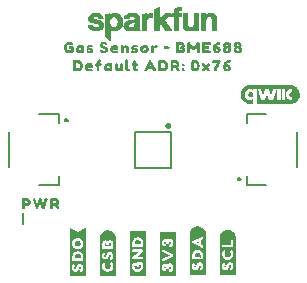
<source format=gto>
G04 EAGLE Gerber RS-274X export*
G75*
%MOMM*%
%FSLAX34Y34*%
%LPD*%
%INSilkscreen Top*%
%IPPOS*%
%AMOC8*
5,1,8,0,0,1.08239X$1,22.5*%
G01*
%ADD10C,0.203200*%
%ADD11C,0.254000*%

G36*
X215522Y165663D02*
X215522Y165663D01*
X243019Y165663D01*
X243021Y165664D01*
X243023Y165663D01*
X243550Y165696D01*
X243551Y165696D01*
X243553Y165696D01*
X244605Y165802D01*
X244607Y165804D01*
X244611Y165803D01*
X245127Y165910D01*
X245129Y165912D01*
X245132Y165911D01*
X246143Y166225D01*
X246144Y166227D01*
X246148Y166227D01*
X246633Y166432D01*
X246635Y166434D01*
X246639Y166434D01*
X247568Y166939D01*
X247570Y166942D01*
X247574Y166942D01*
X248008Y167240D01*
X248009Y167243D01*
X248012Y167244D01*
X248828Y167917D01*
X248829Y167920D01*
X248833Y167922D01*
X249198Y168301D01*
X249199Y168303D01*
X249201Y168305D01*
X249874Y169120D01*
X249875Y169124D01*
X249879Y169127D01*
X250160Y169572D01*
X250160Y169574D01*
X250162Y169576D01*
X250667Y170505D01*
X250666Y170509D01*
X250670Y170513D01*
X250856Y171006D01*
X250855Y171008D01*
X250857Y171010D01*
X251171Y172020D01*
X251170Y172024D01*
X251173Y172028D01*
X251258Y172548D01*
X251257Y172549D01*
X251259Y172552D01*
X251365Y173604D01*
X251363Y173607D01*
X251365Y173611D01*
X251357Y174137D01*
X251355Y174139D01*
X251356Y174143D01*
X251250Y175195D01*
X251248Y175197D01*
X251249Y175201D01*
X251147Y175717D01*
X251145Y175719D01*
X251145Y175723D01*
X250832Y176733D01*
X250829Y176735D01*
X250830Y176739D01*
X250628Y177225D01*
X250626Y177227D01*
X250626Y177231D01*
X250121Y178160D01*
X250119Y178162D01*
X250118Y178166D01*
X249823Y178602D01*
X249821Y178603D01*
X249820Y178607D01*
X249147Y179422D01*
X249144Y179423D01*
X249142Y179427D01*
X248765Y179795D01*
X248763Y179796D01*
X248762Y179799D01*
X247946Y180472D01*
X247942Y180472D01*
X247940Y180476D01*
X247496Y180760D01*
X247494Y180760D01*
X247493Y180763D01*
X246563Y181267D01*
X246559Y181267D01*
X246556Y181271D01*
X246064Y181460D01*
X246062Y181460D01*
X246060Y181461D01*
X245050Y181775D01*
X245047Y181774D01*
X245042Y181777D01*
X244524Y181867D01*
X244522Y181866D01*
X244519Y181867D01*
X243467Y181973D01*
X243226Y181998D01*
X243223Y181996D01*
X243220Y181998D01*
X209904Y181998D01*
X209375Y181993D01*
X209373Y181991D01*
X209370Y181992D01*
X207791Y181833D01*
X207787Y181830D01*
X207779Y181831D01*
X206264Y181361D01*
X206260Y181356D01*
X206252Y181356D01*
X204859Y180599D01*
X204856Y180594D01*
X204849Y180592D01*
X203631Y179576D01*
X203629Y179571D01*
X203622Y179567D01*
X202624Y178336D01*
X202624Y178331D01*
X202618Y178326D01*
X202113Y177397D01*
X202114Y177396D01*
X202112Y177395D01*
X201877Y176923D01*
X201878Y176918D01*
X201873Y176913D01*
X201560Y175903D01*
X201560Y175902D01*
X201559Y175901D01*
X201420Y175393D01*
X201421Y175388D01*
X201418Y175382D01*
X201265Y173804D01*
X201268Y173799D01*
X201265Y173791D01*
X201425Y172213D01*
X201428Y172209D01*
X201427Y172201D01*
X201893Y170685D01*
X201897Y170681D01*
X201898Y170673D01*
X202649Y169277D01*
X202654Y169274D01*
X202656Y169267D01*
X202719Y169191D01*
X202926Y168940D01*
X202927Y168940D01*
X203134Y168689D01*
X203342Y168438D01*
X203550Y168187D01*
X203667Y168045D01*
X203673Y168043D01*
X203676Y168036D01*
X204906Y167035D01*
X204911Y167035D01*
X204916Y167029D01*
X206316Y166285D01*
X206321Y166286D01*
X206327Y166280D01*
X207845Y165823D01*
X207850Y165825D01*
X207857Y165821D01*
X209435Y165663D01*
X209438Y165664D01*
X209441Y165663D01*
X211938Y165663D01*
X211957Y165675D01*
X211980Y165679D01*
X211986Y165694D01*
X211995Y165699D01*
X211993Y165710D01*
X212000Y165726D01*
X211999Y165875D01*
X211999Y170258D01*
X211992Y170269D01*
X211994Y170282D01*
X211975Y170295D01*
X211962Y170315D01*
X211949Y170313D01*
X211938Y170321D01*
X211904Y170307D01*
X211895Y170305D01*
X211893Y170302D01*
X211890Y170301D01*
X211668Y170062D01*
X211287Y169708D01*
X210854Y169424D01*
X210382Y169211D01*
X209880Y169085D01*
X209364Y169028D01*
X208843Y169049D01*
X208324Y169098D01*
X207822Y169235D01*
X207331Y169405D01*
X206878Y169659D01*
X206461Y169967D01*
X206074Y170313D01*
X205766Y170732D01*
X205489Y171172D01*
X205274Y171647D01*
X205114Y172142D01*
X204989Y172649D01*
X204890Y173691D01*
X204955Y174735D01*
X205070Y175244D01*
X205203Y175749D01*
X205419Y176222D01*
X205673Y176677D01*
X205979Y177097D01*
X206351Y177458D01*
X206754Y177783D01*
X207208Y178036D01*
X207692Y178224D01*
X208189Y178375D01*
X209230Y178455D01*
X209747Y178406D01*
X210253Y178291D01*
X210735Y178101D01*
X211177Y177832D01*
X211578Y177499D01*
X211893Y177204D01*
X211904Y177202D01*
X211910Y177193D01*
X211935Y177197D01*
X211960Y177192D01*
X211966Y177201D01*
X211977Y177203D01*
X211996Y177244D01*
X211999Y177248D01*
X211998Y177249D01*
X211999Y177250D01*
X211999Y178305D01*
X212003Y178358D01*
X214948Y178358D01*
X214948Y165718D01*
X214960Y165699D01*
X214964Y165676D01*
X214979Y165670D01*
X214984Y165661D01*
X214995Y165663D01*
X215011Y165656D01*
X215522Y165663D01*
G37*
G36*
X171626Y21150D02*
X171626Y21150D01*
X171639Y21150D01*
X171939Y21550D01*
X171939Y21558D01*
X171943Y21561D01*
X171939Y21565D01*
X171939Y21572D01*
X171949Y21580D01*
X171949Y55380D01*
X171946Y55384D01*
X171949Y55387D01*
X171849Y56087D01*
X171848Y56088D01*
X171849Y56088D01*
X171749Y56688D01*
X171649Y57387D01*
X171641Y57395D01*
X171644Y57402D01*
X170744Y59202D01*
X170740Y59204D01*
X170741Y59207D01*
X170341Y59807D01*
X170331Y59811D01*
X170331Y59818D01*
X169833Y60217D01*
X169335Y60715D01*
X169331Y60715D01*
X169331Y60718D01*
X168831Y61118D01*
X168823Y61119D01*
X168822Y61124D01*
X167622Y61724D01*
X167615Y61723D01*
X167614Y61727D01*
X166915Y61927D01*
X166316Y62127D01*
X166305Y62123D01*
X166300Y62129D01*
X165603Y62129D01*
X164907Y62229D01*
X164898Y62224D01*
X164893Y62229D01*
X164193Y62129D01*
X164192Y62128D01*
X164192Y62129D01*
X163592Y62029D01*
X163589Y62025D01*
X163586Y62027D01*
X162886Y61827D01*
X162885Y61826D01*
X162884Y61827D01*
X162284Y61627D01*
X162279Y61619D01*
X162273Y61621D01*
X161675Y61223D01*
X161078Y60924D01*
X161075Y60917D01*
X161069Y60918D01*
X160569Y60518D01*
X160568Y60514D01*
X160565Y60515D01*
X160065Y60015D01*
X160065Y60011D01*
X160062Y60011D01*
X159662Y59511D01*
X159661Y59507D01*
X159659Y59507D01*
X159259Y58907D01*
X159259Y58903D01*
X159256Y58902D01*
X158656Y57702D01*
X158657Y57695D01*
X158653Y57694D01*
X158453Y56994D01*
X158454Y56990D01*
X158451Y56988D01*
X158351Y56388D01*
X158352Y56387D01*
X158351Y56387D01*
X158251Y55687D01*
X158254Y55682D01*
X158251Y55680D01*
X158251Y21480D01*
X158270Y21454D01*
X158270Y21441D01*
X158670Y21141D01*
X158692Y21141D01*
X158700Y21131D01*
X171600Y21131D01*
X171626Y21150D01*
G37*
G36*
X69705Y19864D02*
X69705Y19864D01*
X69708Y19861D01*
X70308Y19961D01*
X70349Y20005D01*
X70346Y20008D01*
X70349Y20010D01*
X70349Y60610D01*
X70313Y60657D01*
X70301Y60648D01*
X70290Y60658D01*
X69790Y60558D01*
X69784Y60551D01*
X69778Y60554D01*
X63788Y57559D01*
X63211Y57559D01*
X57122Y60554D01*
X57106Y60551D01*
X57100Y60559D01*
X56700Y60559D01*
X56653Y60523D01*
X56658Y60516D01*
X56651Y60510D01*
X56651Y20510D01*
X56654Y20505D01*
X56651Y20502D01*
X56751Y19902D01*
X56795Y19861D01*
X56798Y19864D01*
X56800Y19861D01*
X69700Y19861D01*
X69705Y19864D01*
G37*
G36*
X121047Y19897D02*
X121047Y19897D01*
X121045Y19900D01*
X121049Y19902D01*
X121149Y20502D01*
X121146Y20507D01*
X121149Y20510D01*
X121149Y57710D01*
X121113Y57757D01*
X121106Y57752D01*
X121100Y57759D01*
X107600Y57759D01*
X107553Y57723D01*
X107555Y57720D01*
X107551Y57718D01*
X107451Y57118D01*
X107454Y57113D01*
X107451Y57110D01*
X107451Y19910D01*
X107487Y19863D01*
X107494Y19868D01*
X107500Y19861D01*
X121000Y19861D01*
X121047Y19897D01*
G37*
G36*
X95105Y19864D02*
X95105Y19864D01*
X95108Y19861D01*
X95708Y19961D01*
X95749Y20005D01*
X95746Y20008D01*
X95749Y20010D01*
X95749Y52510D01*
X95746Y52514D01*
X95749Y52517D01*
X95649Y53217D01*
X95645Y53221D01*
X95647Y53224D01*
X95447Y53924D01*
X95446Y53925D01*
X95447Y53926D01*
X95247Y54526D01*
X95242Y54529D01*
X95244Y54532D01*
X94644Y55732D01*
X94637Y55735D01*
X94638Y55741D01*
X94238Y56241D01*
X94238Y56242D01*
X93738Y56842D01*
X93731Y56843D01*
X93731Y56848D01*
X92731Y57648D01*
X92727Y57649D01*
X92727Y57651D01*
X92127Y58051D01*
X92123Y58051D01*
X92122Y58054D01*
X91522Y58354D01*
X91515Y58353D01*
X91514Y58357D01*
X90814Y58557D01*
X90810Y58556D01*
X90808Y58559D01*
X90208Y58659D01*
X90207Y58658D01*
X90207Y58659D01*
X88807Y58859D01*
X88797Y58853D01*
X88792Y58859D01*
X88192Y58759D01*
X87493Y58659D01*
X87489Y58655D01*
X87486Y58657D01*
X86786Y58457D01*
X86785Y58456D01*
X86784Y58457D01*
X86184Y58257D01*
X86181Y58252D01*
X86178Y58254D01*
X85578Y57954D01*
X85576Y57950D01*
X85573Y57951D01*
X84973Y57551D01*
X84972Y57548D01*
X84969Y57548D01*
X83969Y56748D01*
X83967Y56741D01*
X83962Y56741D01*
X83562Y56241D01*
X83561Y56237D01*
X83559Y56237D01*
X82759Y55037D01*
X82760Y55028D01*
X82753Y55026D01*
X82553Y54426D01*
X82554Y54424D01*
X82553Y54424D01*
X82353Y53725D01*
X82153Y53126D01*
X82155Y53120D01*
X82152Y53118D01*
X82152Y53117D01*
X82151Y53117D01*
X82051Y52417D01*
X82054Y52412D01*
X82051Y52410D01*
X82051Y20410D01*
X82055Y20404D01*
X82052Y20400D01*
X82152Y19900D01*
X82196Y19861D01*
X82198Y19863D01*
X82200Y19861D01*
X95100Y19861D01*
X95105Y19864D01*
G37*
G36*
X146338Y19890D02*
X146338Y19890D01*
X146346Y19892D01*
X146546Y20392D01*
X146542Y20405D01*
X146549Y20410D01*
X146549Y56910D01*
X146513Y56957D01*
X146510Y56955D01*
X146508Y56959D01*
X145908Y57059D01*
X145903Y57056D01*
X145900Y57059D01*
X133000Y57059D01*
X132953Y57023D01*
X132955Y57020D01*
X132951Y57018D01*
X132851Y56418D01*
X132854Y56413D01*
X132851Y56410D01*
X132851Y20110D01*
X132880Y20072D01*
X132882Y20064D01*
X133382Y19864D01*
X133395Y19868D01*
X133400Y19861D01*
X146300Y19861D01*
X146338Y19890D01*
G37*
G36*
X197247Y21167D02*
X197247Y21167D01*
X197245Y21170D01*
X197249Y21172D01*
X197349Y21772D01*
X197346Y21777D01*
X197349Y21780D01*
X197349Y52980D01*
X197346Y52984D01*
X197349Y52987D01*
X197249Y53687D01*
X197244Y53692D01*
X197247Y53696D01*
X197047Y54295D01*
X196847Y54994D01*
X196846Y54995D01*
X196847Y54996D01*
X196647Y55596D01*
X196639Y55601D01*
X196641Y55607D01*
X196241Y56207D01*
X196238Y56208D01*
X196238Y56211D01*
X195438Y57211D01*
X195434Y57212D01*
X195435Y57215D01*
X194935Y57715D01*
X194928Y57716D01*
X194927Y57721D01*
X194329Y58120D01*
X193831Y58518D01*
X193823Y58519D01*
X193822Y58524D01*
X193222Y58824D01*
X193215Y58823D01*
X193214Y58827D01*
X192515Y59027D01*
X191916Y59227D01*
X191909Y59225D01*
X191907Y59229D01*
X191207Y59329D01*
X191202Y59326D01*
X191200Y59329D01*
X189800Y59329D01*
X189795Y59326D01*
X189792Y59329D01*
X189192Y59229D01*
X189189Y59225D01*
X189186Y59227D01*
X188486Y59027D01*
X188485Y59026D01*
X188484Y59027D01*
X187884Y58827D01*
X187881Y58822D01*
X187878Y58824D01*
X187278Y58524D01*
X187276Y58520D01*
X187273Y58521D01*
X186673Y58121D01*
X186672Y58118D01*
X186669Y58118D01*
X185669Y57318D01*
X185668Y57314D01*
X185665Y57315D01*
X185165Y56815D01*
X185164Y56808D01*
X185159Y56807D01*
X184759Y56207D01*
X184759Y56203D01*
X184756Y56202D01*
X184156Y55002D01*
X184157Y54997D01*
X184153Y54996D01*
X183953Y54396D01*
X183954Y54394D01*
X183953Y54394D01*
X183753Y53694D01*
X183755Y53689D01*
X183751Y53687D01*
X183651Y52987D01*
X183654Y52982D01*
X183651Y52980D01*
X183651Y21180D01*
X183687Y21133D01*
X183694Y21138D01*
X183700Y21131D01*
X197200Y21131D01*
X197247Y21167D01*
G37*
G36*
X90920Y219260D02*
X90920Y219260D01*
X91002Y219261D01*
X91006Y219263D01*
X91011Y219263D01*
X91083Y219302D01*
X91156Y219340D01*
X91159Y219344D01*
X91163Y219346D01*
X91210Y219413D01*
X91259Y219480D01*
X91260Y219484D01*
X91263Y219488D01*
X91290Y219630D01*
X91290Y228812D01*
X91441Y228661D01*
X91457Y228651D01*
X91472Y228633D01*
X91972Y228233D01*
X91993Y228223D01*
X92014Y228204D01*
X92514Y227904D01*
X92547Y227894D01*
X92590Y227869D01*
X93790Y227469D01*
X93815Y227467D01*
X93848Y227455D01*
X94448Y227355D01*
X94474Y227357D01*
X94510Y227350D01*
X95110Y227350D01*
X95121Y227352D01*
X95135Y227351D01*
X96635Y227451D01*
X96673Y227462D01*
X96747Y227475D01*
X98047Y227975D01*
X98077Y227996D01*
X98128Y228019D01*
X99128Y228719D01*
X99147Y228740D01*
X99179Y228761D01*
X100079Y229661D01*
X100097Y229690D01*
X100131Y229726D01*
X100831Y230826D01*
X100840Y230852D01*
X100861Y230884D01*
X101361Y232084D01*
X101367Y232120D01*
X101386Y232176D01*
X101586Y233576D01*
X101585Y233588D01*
X101589Y233603D01*
X101689Y235003D01*
X101687Y235015D01*
X101690Y235030D01*
X101690Y236430D01*
X101683Y236462D01*
X101682Y236510D01*
X101382Y237910D01*
X101371Y237933D01*
X101365Y237967D01*
X100865Y239267D01*
X100850Y239288D01*
X100838Y239322D01*
X100138Y240522D01*
X100113Y240549D01*
X100079Y240599D01*
X99179Y241499D01*
X99150Y241517D01*
X99114Y241551D01*
X98014Y242251D01*
X97984Y242261D01*
X97947Y242285D01*
X96647Y242785D01*
X96610Y242790D01*
X96557Y242807D01*
X94957Y243007D01*
X94918Y243003D01*
X94848Y243005D01*
X93048Y242705D01*
X93011Y242690D01*
X92940Y242670D01*
X92411Y242406D01*
X92340Y242370D01*
X92330Y242362D01*
X92314Y242356D01*
X91314Y241756D01*
X91294Y241736D01*
X91213Y241668D01*
X91090Y241514D01*
X91090Y242230D01*
X91090Y242231D01*
X91090Y242232D01*
X91071Y242312D01*
X91051Y242399D01*
X91050Y242400D01*
X91050Y242401D01*
X90996Y242465D01*
X90941Y242532D01*
X90940Y242533D01*
X90939Y242534D01*
X90860Y242569D01*
X90782Y242603D01*
X90781Y242603D01*
X90780Y242604D01*
X90635Y242603D01*
X90135Y242503D01*
X90128Y242499D01*
X90118Y242499D01*
X89727Y242401D01*
X88772Y242210D01*
X88410Y242210D01*
X88380Y242203D01*
X88335Y242203D01*
X87835Y242103D01*
X87828Y242099D01*
X87818Y242099D01*
X87427Y242001D01*
X86935Y241903D01*
X86923Y241897D01*
X86909Y241897D01*
X86845Y241862D01*
X86778Y241831D01*
X86769Y241820D01*
X86757Y241814D01*
X86715Y241754D01*
X86668Y241697D01*
X86665Y241683D01*
X86657Y241672D01*
X86630Y241530D01*
X86630Y223130D01*
X86647Y223056D01*
X86660Y222981D01*
X86667Y222971D01*
X86669Y222961D01*
X86693Y222932D01*
X86741Y222861D01*
X87241Y222361D01*
X87257Y222351D01*
X87272Y222333D01*
X87756Y221946D01*
X88641Y221061D01*
X88657Y221051D01*
X88672Y221033D01*
X89656Y220246D01*
X90141Y219761D01*
X90157Y219751D01*
X90172Y219733D01*
X90672Y219333D01*
X90677Y219331D01*
X90679Y219328D01*
X90754Y219294D01*
X90829Y219259D01*
X90833Y219259D01*
X90838Y219257D01*
X90920Y219260D01*
G37*
G36*
X107647Y227258D02*
X107647Y227258D01*
X107730Y227269D01*
X107972Y227350D01*
X108610Y227350D01*
X108647Y227358D01*
X108730Y227369D01*
X108972Y227450D01*
X109210Y227450D01*
X109247Y227458D01*
X109330Y227469D01*
X109616Y227565D01*
X110002Y227661D01*
X110014Y227667D01*
X110030Y227669D01*
X110330Y227769D01*
X110363Y227789D01*
X110421Y227814D01*
X110701Y228001D01*
X110800Y228050D01*
X110880Y228090D01*
X110896Y228103D01*
X110921Y228114D01*
X111179Y228285D01*
X111430Y228369D01*
X111463Y228389D01*
X111521Y228414D01*
X111730Y228553D01*
X111730Y228530D01*
X111747Y228456D01*
X111760Y228381D01*
X111767Y228371D01*
X111769Y228361D01*
X111793Y228332D01*
X111841Y228261D01*
X111847Y228255D01*
X111860Y228181D01*
X111867Y228171D01*
X111869Y228161D01*
X111893Y228132D01*
X111930Y228078D01*
X111930Y228030D01*
X111941Y227980D01*
X111943Y227929D01*
X111961Y227897D01*
X111969Y227861D01*
X112002Y227822D01*
X112026Y227777D01*
X112056Y227756D01*
X112079Y227728D01*
X112126Y227707D01*
X112168Y227677D01*
X112210Y227669D01*
X112238Y227657D01*
X112268Y227658D01*
X112310Y227650D01*
X116210Y227650D01*
X116260Y227661D01*
X116311Y227663D01*
X116343Y227681D01*
X116379Y227689D01*
X116418Y227722D01*
X116463Y227746D01*
X116484Y227776D01*
X116512Y227799D01*
X116533Y227846D01*
X116563Y227888D01*
X116571Y227930D01*
X116583Y227958D01*
X116582Y227988D01*
X116590Y228030D01*
X116590Y228130D01*
X116587Y228145D01*
X116589Y228160D01*
X116552Y228292D01*
X116551Y228299D01*
X116550Y228299D01*
X116550Y228300D01*
X116490Y228420D01*
X116490Y228430D01*
X116487Y228445D01*
X116489Y228460D01*
X116452Y228592D01*
X116451Y228599D01*
X116450Y228599D01*
X116450Y228600D01*
X116390Y228720D01*
X116390Y228730D01*
X116387Y228745D01*
X116389Y228760D01*
X116352Y228892D01*
X116351Y228899D01*
X116350Y228899D01*
X116350Y228900D01*
X116290Y229020D01*
X116290Y229330D01*
X116287Y229345D01*
X116289Y229360D01*
X116252Y229492D01*
X116251Y229499D01*
X116250Y229499D01*
X116250Y229500D01*
X116190Y229620D01*
X116190Y238530D01*
X116184Y238556D01*
X116185Y238593D01*
X115985Y239793D01*
X115970Y239829D01*
X115950Y239900D01*
X115757Y240286D01*
X115563Y240771D01*
X115561Y240775D01*
X115560Y240779D01*
X115479Y240899D01*
X114779Y241599D01*
X114759Y241611D01*
X114738Y241634D01*
X114338Y241934D01*
X114312Y241946D01*
X114280Y241970D01*
X113880Y242170D01*
X113866Y242173D01*
X113851Y242183D01*
X113351Y242383D01*
X113329Y242386D01*
X113302Y242399D01*
X112916Y242495D01*
X112330Y242691D01*
X112309Y242693D01*
X112285Y242703D01*
X111785Y242803D01*
X111753Y242802D01*
X111710Y242810D01*
X111241Y242810D01*
X110673Y242905D01*
X110646Y242903D01*
X110610Y242910D01*
X108410Y242910D01*
X108384Y242904D01*
X108348Y242905D01*
X106548Y242605D01*
X106517Y242592D01*
X106469Y242583D01*
X105469Y242183D01*
X105447Y242168D01*
X105414Y242156D01*
X104914Y241856D01*
X104902Y241844D01*
X104882Y241834D01*
X104082Y241234D01*
X104067Y241216D01*
X104041Y241199D01*
X103641Y240799D01*
X103629Y240779D01*
X103606Y240758D01*
X103306Y240358D01*
X103299Y240342D01*
X103284Y240326D01*
X102984Y239826D01*
X102974Y239793D01*
X102949Y239750D01*
X102749Y239150D01*
X102747Y239129D01*
X102741Y239113D01*
X102739Y239110D01*
X102737Y239105D01*
X102637Y238605D01*
X102637Y238595D01*
X102634Y238584D01*
X102534Y237884D01*
X102540Y237807D01*
X102543Y237729D01*
X102548Y237721D01*
X102549Y237711D01*
X102589Y237645D01*
X102626Y237577D01*
X102634Y237572D01*
X102639Y237563D01*
X102705Y237522D01*
X102768Y237477D01*
X102778Y237475D01*
X102785Y237471D01*
X102821Y237467D01*
X102910Y237450D01*
X106810Y237450D01*
X106860Y237461D01*
X106911Y237463D01*
X106943Y237481D01*
X106979Y237489D01*
X107018Y237522D01*
X107063Y237546D01*
X107084Y237576D01*
X107112Y237599D01*
X107133Y237646D01*
X107163Y237688D01*
X107171Y237730D01*
X107183Y237758D01*
X107182Y237788D01*
X107190Y237830D01*
X107190Y238040D01*
X107250Y238160D01*
X107254Y238175D01*
X107263Y238188D01*
X107289Y238322D01*
X107290Y238329D01*
X107290Y238330D01*
X107290Y238540D01*
X107423Y238805D01*
X107935Y239318D01*
X108200Y239450D01*
X108310Y239450D01*
X108347Y239458D01*
X108430Y239469D01*
X108672Y239550D01*
X109110Y239550D01*
X109147Y239558D01*
X109230Y239569D01*
X109381Y239619D01*
X109440Y239590D01*
X109455Y239586D01*
X109468Y239577D01*
X109602Y239551D01*
X109609Y239550D01*
X109610Y239550D01*
X110220Y239550D01*
X110340Y239490D01*
X110355Y239486D01*
X110368Y239477D01*
X110502Y239451D01*
X110509Y239450D01*
X110510Y239450D01*
X110620Y239450D01*
X111085Y239218D01*
X111298Y239005D01*
X111430Y238740D01*
X111430Y238630D01*
X111438Y238593D01*
X111449Y238510D01*
X111530Y238268D01*
X111530Y238068D01*
X111454Y237689D01*
X111238Y237402D01*
X110931Y237171D01*
X110422Y237002D01*
X109759Y236907D01*
X108967Y236808D01*
X108068Y236708D01*
X108051Y236702D01*
X108028Y236701D01*
X107145Y236505D01*
X106363Y236407D01*
X106348Y236402D01*
X106328Y236401D01*
X105428Y236201D01*
X105407Y236191D01*
X105377Y236186D01*
X104577Y235886D01*
X104555Y235871D01*
X104521Y235860D01*
X103821Y235460D01*
X103793Y235434D01*
X103741Y235399D01*
X103141Y234799D01*
X103127Y234776D01*
X103101Y234751D01*
X102601Y234051D01*
X102586Y234015D01*
X102549Y233950D01*
X102249Y233050D01*
X102248Y233033D01*
X102245Y233026D01*
X102245Y233012D01*
X102231Y232964D01*
X102131Y231864D01*
X102133Y231849D01*
X102130Y231830D01*
X102130Y231330D01*
X102137Y231300D01*
X102137Y231255D01*
X102237Y230755D01*
X102241Y230748D01*
X102241Y230738D01*
X102441Y229938D01*
X102457Y229908D01*
X102470Y229860D01*
X102670Y229460D01*
X102688Y229438D01*
X102706Y229402D01*
X103006Y229002D01*
X103024Y228987D01*
X103041Y228961D01*
X103641Y228361D01*
X103668Y228345D01*
X103699Y228314D01*
X103999Y228114D01*
X104019Y228106D01*
X104040Y228090D01*
X104840Y227690D01*
X104873Y227682D01*
X104918Y227661D01*
X105277Y227571D01*
X105640Y227390D01*
X105655Y227386D01*
X105668Y227377D01*
X105802Y227351D01*
X105809Y227350D01*
X105810Y227350D01*
X106272Y227350D01*
X106735Y227257D01*
X106767Y227258D01*
X106810Y227250D01*
X107610Y227250D01*
X107647Y227258D01*
G37*
G36*
X132460Y227661D02*
X132460Y227661D01*
X132511Y227663D01*
X132543Y227681D01*
X132579Y227689D01*
X132618Y227722D01*
X132663Y227746D01*
X132684Y227776D01*
X132712Y227799D01*
X132733Y227846D01*
X132763Y227888D01*
X132771Y227930D01*
X132783Y227958D01*
X132782Y227988D01*
X132790Y228030D01*
X132790Y232773D01*
X133837Y233819D01*
X137485Y227832D01*
X137510Y227807D01*
X137526Y227777D01*
X137569Y227747D01*
X137607Y227709D01*
X137640Y227697D01*
X137668Y227677D01*
X137734Y227665D01*
X137770Y227652D01*
X137788Y227654D01*
X137810Y227650D01*
X142510Y227650D01*
X142582Y227667D01*
X142654Y227678D01*
X142665Y227686D01*
X142679Y227689D01*
X142735Y227736D01*
X142795Y227779D01*
X142802Y227791D01*
X142812Y227799D01*
X142842Y227867D01*
X142877Y227931D01*
X142878Y227945D01*
X142883Y227958D01*
X142880Y228031D01*
X142883Y228104D01*
X142877Y228118D01*
X142877Y228131D01*
X142858Y228165D01*
X142828Y228238D01*
X137099Y236977D01*
X142176Y241959D01*
X142191Y241982D01*
X142212Y241999D01*
X142237Y242054D01*
X142269Y242105D01*
X142272Y242132D01*
X142283Y242158D01*
X142281Y242218D01*
X142287Y242277D01*
X142278Y242303D01*
X142277Y242331D01*
X142248Y242383D01*
X142227Y242440D01*
X142207Y242459D01*
X142194Y242483D01*
X142145Y242517D01*
X142101Y242559D01*
X142075Y242567D01*
X142052Y242583D01*
X141972Y242598D01*
X141936Y242609D01*
X141924Y242608D01*
X141910Y242610D01*
X137310Y242610D01*
X137232Y242592D01*
X137154Y242577D01*
X137148Y242572D01*
X137141Y242571D01*
X137116Y242550D01*
X137036Y242493D01*
X132790Y238075D01*
X132790Y247630D01*
X132776Y247692D01*
X132769Y247754D01*
X132756Y247775D01*
X132751Y247799D01*
X132710Y247848D01*
X132677Y247901D01*
X132656Y247914D01*
X132641Y247932D01*
X132583Y247958D01*
X132529Y247991D01*
X132505Y247993D01*
X132482Y248003D01*
X132419Y248001D01*
X132356Y248006D01*
X132331Y247998D01*
X132309Y247997D01*
X132276Y247979D01*
X132219Y247959D01*
X128419Y245759D01*
X128391Y245732D01*
X128357Y245714D01*
X128329Y245674D01*
X128293Y245640D01*
X128280Y245604D01*
X128257Y245572D01*
X128246Y245513D01*
X128233Y245478D01*
X128235Y245457D01*
X128230Y245430D01*
X128230Y228030D01*
X128241Y227980D01*
X128243Y227929D01*
X128261Y227897D01*
X128269Y227861D01*
X128302Y227822D01*
X128326Y227777D01*
X128356Y227756D01*
X128379Y227728D01*
X128426Y227707D01*
X128468Y227677D01*
X128510Y227669D01*
X128538Y227657D01*
X128568Y227658D01*
X128610Y227650D01*
X132410Y227650D01*
X132460Y227661D01*
G37*
G36*
X171860Y227661D02*
X171860Y227661D01*
X171911Y227663D01*
X171943Y227681D01*
X171979Y227689D01*
X172018Y227722D01*
X172063Y227746D01*
X172084Y227776D01*
X172112Y227799D01*
X172133Y227846D01*
X172163Y227888D01*
X172171Y227930D01*
X172183Y227958D01*
X172182Y227988D01*
X172190Y228030D01*
X172190Y236388D01*
X172379Y237236D01*
X172562Y237877D01*
X172823Y238312D01*
X173164Y238739D01*
X173540Y238964D01*
X174806Y239145D01*
X175856Y238970D01*
X176138Y238758D01*
X176394Y238418D01*
X176662Y237970D01*
X176838Y237442D01*
X176930Y236803D01*
X176930Y228030D01*
X176941Y227980D01*
X176943Y227929D01*
X176961Y227897D01*
X176969Y227861D01*
X177002Y227822D01*
X177026Y227777D01*
X177056Y227756D01*
X177079Y227728D01*
X177126Y227707D01*
X177168Y227677D01*
X177210Y227669D01*
X177238Y227657D01*
X177268Y227658D01*
X177310Y227650D01*
X181210Y227650D01*
X181260Y227661D01*
X181311Y227663D01*
X181343Y227681D01*
X181379Y227689D01*
X181418Y227722D01*
X181463Y227746D01*
X181484Y227776D01*
X181512Y227799D01*
X181533Y227846D01*
X181563Y227888D01*
X181571Y227930D01*
X181583Y227958D01*
X181582Y227988D01*
X181590Y228030D01*
X181590Y236730D01*
X181587Y236743D01*
X181589Y236759D01*
X181489Y238059D01*
X181488Y238062D01*
X181489Y238064D01*
X181389Y239164D01*
X181376Y239202D01*
X181363Y239271D01*
X180963Y240271D01*
X180951Y240289D01*
X180942Y240315D01*
X180442Y241215D01*
X180416Y241243D01*
X180379Y241299D01*
X179779Y241899D01*
X179746Y241919D01*
X179695Y241962D01*
X178795Y242462D01*
X178758Y242473D01*
X178702Y242499D01*
X177502Y242799D01*
X177485Y242799D01*
X177464Y242806D01*
X176064Y243006D01*
X176025Y243003D01*
X175948Y243005D01*
X174748Y242805D01*
X174724Y242795D01*
X174690Y242791D01*
X173490Y242391D01*
X173461Y242373D01*
X173414Y242356D01*
X172914Y242056D01*
X172908Y242050D01*
X172899Y242046D01*
X172299Y241646D01*
X172273Y241618D01*
X172213Y241568D01*
X171990Y241289D01*
X171990Y242230D01*
X171979Y242280D01*
X171977Y242331D01*
X171959Y242363D01*
X171951Y242399D01*
X171918Y242438D01*
X171894Y242483D01*
X171864Y242504D01*
X171841Y242532D01*
X171794Y242553D01*
X171752Y242583D01*
X171710Y242591D01*
X171682Y242603D01*
X171652Y242602D01*
X171610Y242610D01*
X168010Y242610D01*
X167970Y242601D01*
X167930Y242602D01*
X167887Y242582D01*
X167841Y242571D01*
X167810Y242545D01*
X167773Y242528D01*
X167744Y242491D01*
X167708Y242461D01*
X167691Y242424D01*
X167666Y242392D01*
X167652Y242336D01*
X167637Y242302D01*
X167638Y242280D01*
X167630Y242251D01*
X167530Y240451D01*
X167532Y240442D01*
X167530Y240430D01*
X167530Y228030D01*
X167541Y227980D01*
X167543Y227929D01*
X167561Y227897D01*
X167569Y227861D01*
X167602Y227822D01*
X167626Y227777D01*
X167656Y227756D01*
X167679Y227728D01*
X167726Y227707D01*
X167768Y227677D01*
X167810Y227669D01*
X167838Y227657D01*
X167868Y227658D01*
X167910Y227650D01*
X171810Y227650D01*
X171860Y227661D01*
G37*
G36*
X158464Y227354D02*
X158464Y227354D01*
X158468Y227355D01*
X158473Y227355D01*
X159073Y227455D01*
X159096Y227465D01*
X159130Y227469D01*
X160330Y227869D01*
X160359Y227887D01*
X160406Y227904D01*
X160906Y228204D01*
X160932Y228229D01*
X160979Y228261D01*
X161464Y228746D01*
X161730Y228959D01*
X161730Y228030D01*
X161741Y227980D01*
X161743Y227929D01*
X161761Y227897D01*
X161769Y227861D01*
X161802Y227822D01*
X161826Y227777D01*
X161856Y227756D01*
X161879Y227728D01*
X161926Y227707D01*
X161968Y227677D01*
X162010Y227669D01*
X162038Y227657D01*
X162068Y227658D01*
X162110Y227650D01*
X165810Y227650D01*
X165860Y227661D01*
X165911Y227663D01*
X165943Y227681D01*
X165979Y227689D01*
X166018Y227722D01*
X166063Y227746D01*
X166084Y227776D01*
X166112Y227799D01*
X166133Y227846D01*
X166163Y227888D01*
X166171Y227930D01*
X166183Y227958D01*
X166182Y227988D01*
X166190Y228030D01*
X166190Y242230D01*
X166179Y242280D01*
X166177Y242331D01*
X166159Y242363D01*
X166151Y242399D01*
X166118Y242438D01*
X166094Y242483D01*
X166064Y242504D01*
X166041Y242532D01*
X165994Y242553D01*
X165952Y242583D01*
X165910Y242591D01*
X165882Y242603D01*
X165852Y242602D01*
X165810Y242610D01*
X162010Y242610D01*
X161960Y242599D01*
X161909Y242597D01*
X161877Y242579D01*
X161841Y242571D01*
X161802Y242538D01*
X161757Y242514D01*
X161736Y242484D01*
X161708Y242461D01*
X161687Y242414D01*
X161657Y242372D01*
X161649Y242330D01*
X161637Y242302D01*
X161638Y242272D01*
X161630Y242230D01*
X161630Y234849D01*
X161532Y233870D01*
X161436Y233004D01*
X161258Y232383D01*
X161008Y231966D01*
X160574Y231532D01*
X160176Y231293D01*
X159653Y231206D01*
X159010Y231114D01*
X158374Y231205D01*
X157969Y231286D01*
X157660Y231518D01*
X157334Y231844D01*
X157167Y232261D01*
X156982Y232818D01*
X156890Y233457D01*
X156890Y242230D01*
X156879Y242280D01*
X156877Y242331D01*
X156859Y242363D01*
X156851Y242399D01*
X156818Y242438D01*
X156794Y242483D01*
X156764Y242504D01*
X156741Y242532D01*
X156694Y242553D01*
X156652Y242583D01*
X156610Y242591D01*
X156582Y242603D01*
X156552Y242602D01*
X156510Y242610D01*
X152610Y242610D01*
X152560Y242599D01*
X152509Y242597D01*
X152477Y242579D01*
X152441Y242571D01*
X152402Y242538D01*
X152357Y242514D01*
X152336Y242484D01*
X152308Y242461D01*
X152287Y242414D01*
X152257Y242372D01*
X152249Y242330D01*
X152237Y242302D01*
X152238Y242272D01*
X152230Y242230D01*
X152230Y232230D01*
X152236Y232202D01*
X152236Y232162D01*
X152436Y231062D01*
X152443Y231045D01*
X152446Y231021D01*
X152746Y230021D01*
X152762Y229992D01*
X152778Y229945D01*
X153278Y229045D01*
X153297Y229024D01*
X153363Y228941D01*
X154063Y228341D01*
X154091Y228327D01*
X154125Y228298D01*
X155025Y227798D01*
X155060Y227788D01*
X155110Y227763D01*
X156210Y227463D01*
X156231Y227462D01*
X156256Y227454D01*
X157656Y227254D01*
X157695Y227257D01*
X157764Y227254D01*
X158464Y227354D01*
G37*
G36*
X80136Y227356D02*
X80136Y227356D01*
X80173Y227355D01*
X81373Y227555D01*
X81400Y227566D01*
X81440Y227573D01*
X82540Y227973D01*
X82556Y227983D01*
X82580Y227990D01*
X82900Y228150D01*
X83580Y228490D01*
X83602Y228508D01*
X83638Y228526D01*
X84438Y229126D01*
X84460Y229152D01*
X84526Y229219D01*
X85126Y230119D01*
X85134Y230139D01*
X85150Y230160D01*
X85650Y231160D01*
X85650Y231161D01*
X85651Y231161D01*
X85689Y231301D01*
X85789Y232601D01*
X85785Y232630D01*
X85788Y232672D01*
X85688Y233572D01*
X85676Y233607D01*
X85666Y233664D01*
X85366Y234464D01*
X85347Y234493D01*
X85326Y234541D01*
X84926Y235141D01*
X84898Y235168D01*
X84853Y235222D01*
X84253Y235722D01*
X84228Y235735D01*
X84199Y235760D01*
X83499Y236160D01*
X83480Y236166D01*
X83460Y236180D01*
X82760Y236480D01*
X82752Y236481D01*
X82744Y236486D01*
X81944Y236786D01*
X81920Y236789D01*
X81893Y236801D01*
X80998Y237000D01*
X80202Y237199D01*
X80182Y237199D01*
X80157Y237207D01*
X79386Y237304D01*
X78023Y237693D01*
X77489Y237871D01*
X77182Y238102D01*
X76966Y238389D01*
X76900Y238721D01*
X76975Y239024D01*
X77030Y239186D01*
X77479Y239485D01*
X77672Y239550D01*
X78010Y239550D01*
X78047Y239558D01*
X78130Y239569D01*
X78372Y239650D01*
X79172Y239650D01*
X79627Y239559D01*
X79977Y239471D01*
X80285Y239318D01*
X80767Y238836D01*
X80839Y238547D01*
X80937Y238055D01*
X80943Y238043D01*
X80943Y238029D01*
X80979Y237965D01*
X81009Y237898D01*
X81020Y237889D01*
X81026Y237877D01*
X81086Y237835D01*
X81143Y237788D01*
X81157Y237785D01*
X81168Y237777D01*
X81310Y237750D01*
X85010Y237750D01*
X85093Y237769D01*
X85175Y237787D01*
X85176Y237789D01*
X85179Y237789D01*
X85244Y237843D01*
X85310Y237896D01*
X85311Y237898D01*
X85312Y237899D01*
X85347Y237976D01*
X85382Y238053D01*
X85382Y238056D01*
X85383Y238058D01*
X85383Y238074D01*
X85384Y238198D01*
X85184Y239298D01*
X85171Y239327D01*
X85163Y239371D01*
X84763Y240371D01*
X84743Y240400D01*
X84696Y240480D01*
X83996Y241280D01*
X83983Y241290D01*
X83982Y241292D01*
X83967Y241303D01*
X83938Y241334D01*
X83138Y241934D01*
X83117Y241943D01*
X83095Y241962D01*
X82195Y242462D01*
X82162Y242472D01*
X82119Y242494D01*
X81119Y242794D01*
X81088Y242796D01*
X81044Y242809D01*
X78844Y243009D01*
X78817Y243005D01*
X78778Y243009D01*
X77578Y242909D01*
X77577Y242909D01*
X77576Y242909D01*
X76476Y242809D01*
X76445Y242799D01*
X76401Y242794D01*
X75401Y242494D01*
X75372Y242478D01*
X75325Y242462D01*
X74425Y241962D01*
X74409Y241947D01*
X74382Y241934D01*
X73582Y241334D01*
X73560Y241308D01*
X73521Y241277D01*
X72921Y240577D01*
X72904Y240545D01*
X72857Y240471D01*
X72457Y239471D01*
X72452Y239437D01*
X72434Y239388D01*
X72234Y238088D01*
X72237Y238049D01*
X72233Y237983D01*
X72333Y237183D01*
X72342Y237159D01*
X72343Y237136D01*
X72350Y237123D01*
X72354Y237097D01*
X72654Y236297D01*
X72659Y236290D01*
X72660Y236281D01*
X72741Y236161D01*
X73741Y235161D01*
X73774Y235141D01*
X73821Y235100D01*
X74521Y234700D01*
X74547Y234692D01*
X74577Y234674D01*
X75377Y234374D01*
X75395Y234372D01*
X75418Y234361D01*
X76197Y234166D01*
X76977Y233874D01*
X77003Y233871D01*
X77035Y233857D01*
X78032Y233658D01*
X78916Y233461D01*
X80257Y233078D01*
X80674Y232828D01*
X80915Y232588D01*
X81057Y232374D01*
X81130Y232083D01*
X81130Y231720D01*
X80998Y231455D01*
X80516Y230973D01*
X80218Y230899D01*
X80198Y230889D01*
X80169Y230883D01*
X79737Y230710D01*
X79410Y230710D01*
X79374Y230702D01*
X79318Y230699D01*
X78994Y230618D01*
X78479Y230704D01*
X78019Y230796D01*
X77098Y231164D01*
X76823Y231370D01*
X76663Y231771D01*
X76655Y231783D01*
X76650Y231800D01*
X76476Y232149D01*
X76385Y232693D01*
X76377Y232711D01*
X76377Y232731D01*
X76344Y232790D01*
X76318Y232852D01*
X76303Y232866D01*
X76294Y232883D01*
X76239Y232922D01*
X76188Y232966D01*
X76168Y232971D01*
X76152Y232983D01*
X76047Y233003D01*
X76020Y233010D01*
X76016Y233009D01*
X76010Y233010D01*
X72310Y233010D01*
X72230Y232992D01*
X72150Y232975D01*
X72146Y232972D01*
X72141Y232971D01*
X72078Y232919D01*
X72014Y232869D01*
X72012Y232864D01*
X72008Y232861D01*
X71974Y232786D01*
X71939Y232712D01*
X71939Y232707D01*
X71937Y232702D01*
X71938Y232675D01*
X71935Y232568D01*
X72135Y231368D01*
X72146Y231340D01*
X72153Y231300D01*
X72553Y230200D01*
X72574Y230168D01*
X72610Y230097D01*
X73310Y229197D01*
X73340Y229173D01*
X73382Y229126D01*
X74182Y228526D01*
X74208Y228514D01*
X74240Y228490D01*
X75240Y227990D01*
X75259Y227985D01*
X75280Y227973D01*
X76380Y227573D01*
X76409Y227569D01*
X76448Y227555D01*
X77648Y227355D01*
X77674Y227357D01*
X77710Y227350D01*
X80110Y227350D01*
X80136Y227356D01*
G37*
G36*
X148860Y227661D02*
X148860Y227661D01*
X148911Y227663D01*
X148943Y227681D01*
X148979Y227689D01*
X149018Y227722D01*
X149063Y227746D01*
X149084Y227776D01*
X149112Y227799D01*
X149133Y227846D01*
X149163Y227888D01*
X149171Y227930D01*
X149183Y227958D01*
X149182Y227988D01*
X149190Y228030D01*
X149190Y239250D01*
X151510Y239250D01*
X151560Y239261D01*
X151611Y239263D01*
X151643Y239281D01*
X151679Y239289D01*
X151718Y239322D01*
X151763Y239346D01*
X151784Y239376D01*
X151812Y239399D01*
X151833Y239446D01*
X151863Y239488D01*
X151871Y239530D01*
X151883Y239558D01*
X151882Y239588D01*
X151890Y239630D01*
X151890Y242230D01*
X151879Y242280D01*
X151877Y242331D01*
X151859Y242363D01*
X151851Y242399D01*
X151818Y242438D01*
X151794Y242483D01*
X151764Y242504D01*
X151741Y242532D01*
X151694Y242553D01*
X151652Y242583D01*
X151610Y242591D01*
X151582Y242603D01*
X151552Y242602D01*
X151510Y242610D01*
X149190Y242610D01*
X149190Y243383D01*
X149269Y243697D01*
X149350Y243860D01*
X149356Y243883D01*
X149371Y243910D01*
X149421Y244060D01*
X149456Y244078D01*
X149972Y244250D01*
X151710Y244250D01*
X151760Y244261D01*
X151811Y244263D01*
X151843Y244281D01*
X151879Y244289D01*
X151918Y244322D01*
X151963Y244346D01*
X151984Y244376D01*
X152012Y244399D01*
X152033Y244446D01*
X152063Y244488D01*
X152071Y244530D01*
X152083Y244558D01*
X152082Y244588D01*
X152090Y244630D01*
X152090Y247530D01*
X152079Y247580D01*
X152077Y247631D01*
X152059Y247663D01*
X152051Y247699D01*
X152018Y247738D01*
X151994Y247783D01*
X151964Y247804D01*
X151941Y247832D01*
X151894Y247853D01*
X151852Y247883D01*
X151810Y247891D01*
X151782Y247903D01*
X151752Y247902D01*
X151710Y247910D01*
X150772Y247910D01*
X150530Y247991D01*
X150493Y247994D01*
X150410Y248010D01*
X149610Y248010D01*
X149595Y248007D01*
X149576Y248009D01*
X148476Y247909D01*
X148445Y247899D01*
X148401Y247894D01*
X147401Y247594D01*
X147391Y247588D01*
X147377Y247586D01*
X146577Y247286D01*
X146570Y247281D01*
X146561Y247280D01*
X146441Y247199D01*
X145841Y246599D01*
X145833Y246586D01*
X145818Y246573D01*
X145318Y245973D01*
X145305Y245948D01*
X145280Y245919D01*
X144880Y245219D01*
X144869Y245182D01*
X144841Y245122D01*
X144641Y244322D01*
X144641Y244300D01*
X144632Y244272D01*
X144532Y243372D01*
X144534Y243353D01*
X144530Y243330D01*
X144530Y242610D01*
X143710Y242610D01*
X143694Y242607D01*
X143678Y242609D01*
X143611Y242587D01*
X143541Y242571D01*
X143529Y242560D01*
X143513Y242555D01*
X143417Y242468D01*
X143408Y242461D01*
X143407Y242459D01*
X143406Y242458D01*
X143138Y242102D01*
X142782Y241834D01*
X142767Y241816D01*
X142741Y241799D01*
X142141Y241199D01*
X142129Y241179D01*
X142106Y241158D01*
X141838Y240802D01*
X141482Y240534D01*
X141467Y240516D01*
X141441Y240499D01*
X140841Y239899D01*
X140828Y239877D01*
X140808Y239861D01*
X140782Y239804D01*
X140750Y239752D01*
X140747Y239726D01*
X140737Y239702D01*
X140739Y239641D01*
X140733Y239579D01*
X140742Y239555D01*
X140743Y239529D01*
X140773Y239475D01*
X140795Y239417D01*
X140814Y239400D01*
X140826Y239377D01*
X140877Y239342D01*
X140922Y239300D01*
X140947Y239292D01*
X140968Y239277D01*
X141052Y239261D01*
X141088Y239250D01*
X141098Y239252D01*
X141110Y239250D01*
X144530Y239250D01*
X144530Y228030D01*
X144541Y227980D01*
X144543Y227929D01*
X144561Y227897D01*
X144569Y227861D01*
X144602Y227822D01*
X144626Y227777D01*
X144656Y227756D01*
X144679Y227728D01*
X144726Y227707D01*
X144768Y227677D01*
X144810Y227669D01*
X144838Y227657D01*
X144868Y227658D01*
X144910Y227650D01*
X148810Y227650D01*
X148860Y227661D01*
G37*
G36*
X121860Y227661D02*
X121860Y227661D01*
X121911Y227663D01*
X121943Y227681D01*
X121979Y227689D01*
X122018Y227722D01*
X122063Y227746D01*
X122084Y227776D01*
X122112Y227799D01*
X122133Y227846D01*
X122163Y227888D01*
X122171Y227930D01*
X122183Y227958D01*
X122182Y227988D01*
X122190Y228030D01*
X122190Y235288D01*
X122374Y236113D01*
X122931Y237413D01*
X123452Y237935D01*
X123966Y238277D01*
X124675Y238454D01*
X125629Y238550D01*
X126620Y238550D01*
X126740Y238490D01*
X126755Y238486D01*
X126768Y238477D01*
X126902Y238451D01*
X126909Y238450D01*
X126910Y238450D01*
X127010Y238450D01*
X127060Y238461D01*
X127111Y238463D01*
X127143Y238481D01*
X127179Y238489D01*
X127218Y238522D01*
X127263Y238546D01*
X127284Y238576D01*
X127312Y238599D01*
X127333Y238646D01*
X127363Y238688D01*
X127371Y238730D01*
X127383Y238758D01*
X127382Y238788D01*
X127390Y238830D01*
X127390Y242430D01*
X127373Y242504D01*
X127360Y242579D01*
X127353Y242589D01*
X127351Y242599D01*
X127327Y242628D01*
X127279Y242699D01*
X127179Y242799D01*
X127114Y242839D01*
X127052Y242883D01*
X127040Y242885D01*
X127032Y242890D01*
X126995Y242894D01*
X126910Y242910D01*
X125510Y242910D01*
X125472Y242901D01*
X125406Y242896D01*
X124006Y242496D01*
X123972Y242477D01*
X123899Y242446D01*
X122699Y241646D01*
X122678Y241624D01*
X122641Y241599D01*
X122141Y241099D01*
X122125Y241072D01*
X122094Y241041D01*
X121990Y240886D01*
X121990Y242230D01*
X121988Y242240D01*
X121990Y242250D01*
X121968Y242324D01*
X121951Y242399D01*
X121944Y242407D01*
X121941Y242417D01*
X121890Y242473D01*
X121841Y242532D01*
X121831Y242537D01*
X121824Y242544D01*
X121753Y242572D01*
X121682Y242603D01*
X121672Y242603D01*
X121662Y242607D01*
X121518Y242599D01*
X121127Y242501D01*
X120635Y242403D01*
X120628Y242399D01*
X120618Y242399D01*
X120227Y242301D01*
X119772Y242210D01*
X119310Y242210D01*
X119274Y242202D01*
X119218Y242199D01*
X118827Y242101D01*
X117835Y241903D01*
X117823Y241897D01*
X117809Y241897D01*
X117745Y241862D01*
X117678Y241831D01*
X117669Y241820D01*
X117657Y241814D01*
X117615Y241754D01*
X117568Y241697D01*
X117565Y241683D01*
X117557Y241672D01*
X117530Y241530D01*
X117530Y228030D01*
X117541Y227980D01*
X117543Y227929D01*
X117561Y227897D01*
X117569Y227861D01*
X117602Y227822D01*
X117626Y227777D01*
X117656Y227756D01*
X117679Y227728D01*
X117726Y227707D01*
X117768Y227677D01*
X117810Y227669D01*
X117838Y227657D01*
X117868Y227658D01*
X117910Y227650D01*
X121810Y227650D01*
X121860Y227661D01*
G37*
%LPC*%
G36*
X221434Y169139D02*
X221434Y169139D01*
X218935Y169139D01*
X218921Y169193D01*
X218919Y169195D01*
X218919Y169198D01*
X215605Y178357D01*
X215704Y178358D01*
X218579Y178358D01*
X218632Y178159D01*
X218633Y178158D01*
X218633Y178157D01*
X220428Y172091D01*
X220438Y172084D01*
X220438Y172078D01*
X220444Y172075D01*
X220448Y172062D01*
X220466Y172059D01*
X220480Y172047D01*
X220497Y172055D01*
X220515Y172052D01*
X220531Y172071D01*
X220542Y172076D01*
X220543Y172085D01*
X220549Y172092D01*
X222314Y178187D01*
X222363Y178358D01*
X225209Y178347D01*
X227027Y172124D01*
X227039Y172113D01*
X227042Y172098D01*
X227063Y172093D01*
X227079Y172079D01*
X227093Y172086D01*
X227108Y172082D01*
X227130Y172103D01*
X227140Y172108D01*
X227141Y172114D01*
X227146Y172118D01*
X227244Y172363D01*
X227244Y172366D01*
X227246Y172369D01*
X228892Y177947D01*
X229016Y178358D01*
X231665Y178358D01*
X231854Y178361D01*
X231889Y178361D01*
X228566Y169297D01*
X228502Y169139D01*
X225565Y169139D01*
X225448Y169496D01*
X223890Y174549D01*
X223889Y174550D01*
X223889Y174553D01*
X223783Y174830D01*
X223770Y174839D01*
X223766Y174854D01*
X223745Y174858D01*
X223728Y174870D01*
X223715Y174862D01*
X223699Y174865D01*
X223679Y174843D01*
X223669Y174837D01*
X223669Y174831D01*
X223665Y174826D01*
X221898Y169139D01*
X221434Y169139D01*
G37*
%LPD*%
%LPC*%
G36*
X63003Y42959D02*
X63003Y42959D01*
X62308Y43059D01*
X61714Y43158D01*
X61022Y43454D01*
X60526Y43752D01*
X59934Y44147D01*
X59540Y44639D01*
X59143Y45235D01*
X58846Y45829D01*
X58648Y46421D01*
X58549Y47113D01*
X58549Y48202D01*
X58747Y48794D01*
X58746Y48796D01*
X58747Y48796D01*
X58946Y49490D01*
X59240Y49981D01*
X59738Y50578D01*
X59738Y50579D01*
X60134Y51073D01*
X60725Y51467D01*
X61915Y52063D01*
X62508Y52161D01*
X63200Y52260D01*
X63893Y52161D01*
X64589Y52062D01*
X65181Y51864D01*
X65775Y51567D01*
X66371Y51170D01*
X66867Y50773D01*
X67359Y50281D01*
X67954Y49091D01*
X68151Y48502D01*
X68151Y47113D01*
X68052Y46421D01*
X67854Y45829D01*
X67558Y45237D01*
X67162Y44741D01*
X66665Y44145D01*
X66173Y43752D01*
X64981Y43156D01*
X64392Y42959D01*
X63003Y42959D01*
G37*
%LPD*%
G36*
X135775Y193374D02*
X135775Y193374D01*
X135778Y193371D01*
X136378Y193471D01*
X136382Y193476D01*
X136386Y193473D01*
X136986Y193673D01*
X137017Y193719D01*
X137024Y193702D01*
X137075Y193671D01*
X137081Y193681D01*
X137092Y193676D01*
X137692Y193976D01*
X137693Y193979D01*
X137695Y193978D01*
X138195Y194278D01*
X138199Y194286D01*
X138205Y194285D01*
X139205Y195285D01*
X139206Y195297D01*
X139214Y195298D01*
X139814Y196498D01*
X139813Y196503D01*
X139817Y196504D01*
X140017Y197104D01*
X140015Y197111D01*
X140019Y197113D01*
X140119Y197813D01*
X140116Y197818D01*
X140119Y197820D01*
X140119Y198520D01*
X140116Y198524D01*
X140119Y198527D01*
X140019Y199227D01*
X140015Y199231D01*
X140017Y199234D01*
X139817Y199934D01*
X139810Y199939D01*
X139812Y199945D01*
X139513Y200443D01*
X139214Y201042D01*
X139204Y201047D01*
X139205Y201055D01*
X138205Y202055D01*
X138193Y202056D01*
X138192Y202064D01*
X136992Y202664D01*
X136987Y202663D01*
X136986Y202667D01*
X136386Y202867D01*
X136379Y202865D01*
X136377Y202869D01*
X135677Y202969D01*
X135672Y202966D01*
X135670Y202969D01*
X132470Y202969D01*
X132455Y202958D01*
X132445Y202962D01*
X131945Y202662D01*
X131936Y202640D01*
X131923Y202636D01*
X131723Y202036D01*
X131727Y202025D01*
X131721Y202020D01*
X131721Y194520D01*
X131724Y194516D01*
X131721Y194513D01*
X131821Y193813D01*
X131840Y193794D01*
X131840Y193781D01*
X132240Y193481D01*
X132258Y193481D01*
X132263Y193471D01*
X132963Y193371D01*
X132968Y193374D01*
X132970Y193371D01*
X135770Y193371D01*
X135775Y193374D01*
G37*
G36*
X34301Y76541D02*
X34301Y76541D01*
X34312Y76536D01*
X34912Y76836D01*
X34919Y76849D01*
X34928Y76849D01*
X35328Y77349D01*
X35329Y77362D01*
X35337Y77364D01*
X37737Y84464D01*
X37736Y84466D01*
X37737Y84466D01*
X37937Y85166D01*
X37928Y85190D01*
X37934Y85202D01*
X37734Y85602D01*
X37716Y85611D01*
X37714Y85623D01*
X37014Y86023D01*
X37006Y86022D01*
X37004Y86027D01*
X36304Y86227D01*
X36272Y86215D01*
X36259Y86218D01*
X35759Y85818D01*
X35755Y85804D01*
X35755Y85803D01*
X35755Y85800D01*
X35744Y85797D01*
X34147Y81407D01*
X34012Y81271D01*
X32737Y85096D01*
X32537Y85696D01*
X32518Y85708D01*
X32517Y85721D01*
X31917Y86121D01*
X31892Y86119D01*
X31883Y86129D01*
X31183Y86029D01*
X31173Y86019D01*
X31165Y86022D01*
X30665Y85722D01*
X30657Y85702D01*
X30645Y85699D01*
X30345Y84999D01*
X30345Y84997D01*
X30343Y84996D01*
X29069Y81271D01*
X28933Y81407D01*
X27637Y85296D01*
X27632Y85299D01*
X27634Y85302D01*
X27334Y85902D01*
X27317Y85911D01*
X27315Y85922D01*
X26815Y86222D01*
X26787Y86219D01*
X26776Y86227D01*
X26076Y86027D01*
X26071Y86020D01*
X26066Y86023D01*
X25366Y85623D01*
X25354Y85596D01*
X25342Y85590D01*
X25242Y85090D01*
X25249Y85075D01*
X25243Y85066D01*
X25443Y84366D01*
X25444Y84365D01*
X25443Y84364D01*
X27843Y77264D01*
X27854Y77257D01*
X27852Y77249D01*
X28252Y76749D01*
X28272Y76744D01*
X28276Y76733D01*
X28976Y76533D01*
X28991Y76538D01*
X28998Y76531D01*
X29598Y76631D01*
X29615Y76649D01*
X29628Y76648D01*
X30128Y77248D01*
X30128Y77256D01*
X30129Y77256D01*
X30128Y77257D01*
X30128Y77261D01*
X30137Y77264D01*
X30937Y79564D01*
X30936Y79564D01*
X30937Y79564D01*
X31590Y81524D01*
X33043Y77164D01*
X33057Y77155D01*
X33055Y77145D01*
X33555Y76645D01*
X33577Y76642D01*
X33583Y76631D01*
X34283Y76531D01*
X34301Y76541D01*
G37*
G36*
X63274Y193374D02*
X63274Y193374D01*
X63277Y193371D01*
X63977Y193471D01*
X63982Y193476D01*
X63986Y193473D01*
X64586Y193673D01*
X64617Y193719D01*
X64624Y193702D01*
X64675Y193671D01*
X64682Y193683D01*
X64695Y193678D01*
X65193Y193977D01*
X65792Y194276D01*
X65797Y194286D01*
X65805Y194285D01*
X66805Y195285D01*
X66806Y195297D01*
X66814Y195298D01*
X67414Y196498D01*
X67413Y196503D01*
X67417Y196504D01*
X67617Y197104D01*
X67615Y197111D01*
X67619Y197113D01*
X67719Y197813D01*
X67716Y197818D01*
X67719Y197820D01*
X67719Y198520D01*
X67716Y198524D01*
X67719Y198527D01*
X67619Y199227D01*
X67615Y199231D01*
X67617Y199234D01*
X67417Y199934D01*
X67410Y199939D01*
X67412Y199945D01*
X67113Y200443D01*
X66814Y201042D01*
X66804Y201047D01*
X66805Y201055D01*
X65805Y202055D01*
X65793Y202056D01*
X65792Y202064D01*
X64592Y202664D01*
X64585Y202663D01*
X64584Y202667D01*
X63884Y202867D01*
X63880Y202866D01*
X63878Y202869D01*
X63278Y202969D01*
X63273Y202966D01*
X63270Y202969D01*
X60070Y202969D01*
X60055Y202958D01*
X60045Y202962D01*
X59545Y202662D01*
X59536Y202640D01*
X59523Y202636D01*
X59323Y202036D01*
X59327Y202025D01*
X59321Y202020D01*
X59321Y194520D01*
X59324Y194516D01*
X59321Y194513D01*
X59421Y193813D01*
X59440Y193794D01*
X59440Y193781D01*
X59840Y193481D01*
X59858Y193481D01*
X59863Y193471D01*
X60563Y193371D01*
X60568Y193374D01*
X60570Y193371D01*
X63270Y193371D01*
X63274Y193374D01*
G37*
%LPC*%
G36*
X110408Y44659D02*
X110408Y44659D01*
X109830Y44852D01*
X109549Y45226D01*
X109549Y48506D01*
X109648Y49099D01*
X109846Y49792D01*
X110143Y50387D01*
X110440Y50881D01*
X110935Y51475D01*
X111431Y51872D01*
X111927Y52268D01*
X112518Y52564D01*
X113210Y52762D01*
X113903Y52861D01*
X114596Y52861D01*
X115189Y52762D01*
X115882Y52564D01*
X116477Y52267D01*
X116971Y51970D01*
X117565Y51475D01*
X117962Y50979D01*
X118358Y50483D01*
X118654Y49892D01*
X118852Y49199D01*
X118951Y48606D01*
X118951Y45813D01*
X118853Y45130D01*
X118573Y44756D01*
X117897Y44659D01*
X110408Y44659D01*
G37*
%LPD*%
G36*
X151455Y208614D02*
X151455Y208614D01*
X151458Y208611D01*
X152058Y208711D01*
X152062Y208716D01*
X152066Y208713D01*
X152666Y208913D01*
X152671Y208921D01*
X152677Y208919D01*
X153277Y209319D01*
X153280Y209326D01*
X153285Y209325D01*
X153785Y209825D01*
X153786Y209837D01*
X153794Y209838D01*
X154094Y210438D01*
X154093Y210445D01*
X154097Y210446D01*
X154297Y211146D01*
X154294Y211156D01*
X154297Y211158D01*
X154297Y211159D01*
X154299Y211160D01*
X154299Y211860D01*
X154296Y211864D01*
X154299Y211867D01*
X154199Y212567D01*
X154191Y212575D01*
X154194Y212582D01*
X153894Y213182D01*
X153891Y213183D01*
X153892Y213185D01*
X153604Y213666D01*
X153897Y214544D01*
X153895Y214551D01*
X153899Y214553D01*
X153999Y215253D01*
X153996Y215258D01*
X153999Y215260D01*
X153999Y215960D01*
X153992Y215969D01*
X153997Y215976D01*
X153797Y216576D01*
X153789Y216581D01*
X153791Y216587D01*
X153391Y217187D01*
X153384Y217190D01*
X153385Y217195D01*
X152885Y217695D01*
X152873Y217696D01*
X152872Y217704D01*
X152272Y218004D01*
X152267Y218003D01*
X152266Y218007D01*
X151666Y218207D01*
X151655Y218203D01*
X151650Y218209D01*
X147350Y218209D01*
X147335Y218198D01*
X147325Y218202D01*
X146825Y217902D01*
X146814Y217874D01*
X146801Y217868D01*
X146701Y217268D01*
X146704Y217263D01*
X146701Y217260D01*
X146701Y209760D01*
X146704Y209756D01*
X146701Y209753D01*
X146801Y209053D01*
X146817Y209038D01*
X146815Y209025D01*
X147115Y208725D01*
X147138Y208722D01*
X147144Y208711D01*
X147944Y208611D01*
X147948Y208613D01*
X147950Y208611D01*
X151450Y208611D01*
X151455Y208614D01*
G37*
%LPC*%
G36*
X59604Y32859D02*
X59604Y32859D01*
X59031Y32955D01*
X58749Y33424D01*
X58749Y36607D01*
X58848Y37299D01*
X59046Y37891D01*
X59641Y39081D01*
X60631Y40072D01*
X61222Y40465D01*
X61816Y40663D01*
X62411Y40862D01*
X63103Y40961D01*
X63797Y40961D01*
X64489Y40862D01*
X65084Y40663D01*
X65678Y40465D01*
X66271Y40070D01*
X66765Y39675D01*
X67260Y39081D01*
X67557Y38587D01*
X67854Y37991D01*
X68052Y37399D01*
X68151Y36707D01*
X68151Y34013D01*
X68053Y33229D01*
X67775Y32859D01*
X59604Y32859D01*
G37*
%LPD*%
G36*
X157554Y208614D02*
X157554Y208614D01*
X157557Y208611D01*
X158257Y208711D01*
X158279Y208733D01*
X158292Y208735D01*
X158592Y209235D01*
X158592Y209238D01*
X158590Y209253D01*
X158599Y209260D01*
X158599Y213941D01*
X158613Y213928D01*
X160411Y211530D01*
X160419Y211528D01*
X160419Y211522D01*
X160919Y211122D01*
X160938Y211121D01*
X160943Y211111D01*
X161643Y211011D01*
X161665Y211023D01*
X161677Y211019D01*
X162277Y211419D01*
X162281Y211430D01*
X162289Y211430D01*
X162589Y211830D01*
X162589Y211831D01*
X162590Y211831D01*
X164201Y214011D01*
X164201Y209360D01*
X164212Y209345D01*
X164208Y209335D01*
X164508Y208835D01*
X164530Y208826D01*
X164534Y208813D01*
X165134Y208613D01*
X165145Y208617D01*
X165150Y208611D01*
X165850Y208611D01*
X165865Y208622D01*
X165875Y208618D01*
X166375Y208918D01*
X166383Y208937D01*
X166390Y208942D01*
X166389Y208943D01*
X166397Y208946D01*
X166597Y209646D01*
X166594Y209656D01*
X166599Y209660D01*
X166599Y217160D01*
X166592Y217169D01*
X166597Y217176D01*
X166397Y217776D01*
X166380Y217787D01*
X166380Y217799D01*
X165980Y218099D01*
X165961Y218099D01*
X165955Y218109D01*
X165055Y218209D01*
X165042Y218201D01*
X165034Y218207D01*
X164434Y218007D01*
X164423Y217990D01*
X164411Y217990D01*
X163211Y216390D01*
X161720Y214402D01*
X161168Y214218D01*
X158789Y217390D01*
X158788Y217390D01*
X158788Y217391D01*
X158388Y217891D01*
X158374Y217894D01*
X158372Y217904D01*
X157772Y218204D01*
X157756Y218201D01*
X157750Y218209D01*
X156950Y218209D01*
X156935Y218198D01*
X156925Y218202D01*
X156425Y217902D01*
X156416Y217880D01*
X156403Y217876D01*
X156203Y217276D01*
X156207Y217265D01*
X156201Y217260D01*
X156201Y209760D01*
X156204Y209755D01*
X156201Y209752D01*
X156301Y209152D01*
X156314Y209140D01*
X156312Y209129D01*
X156712Y208629D01*
X156742Y208622D01*
X156750Y208611D01*
X157550Y208611D01*
X157554Y208614D01*
G37*
%LPC*%
G36*
X85104Y43059D02*
X85104Y43059D01*
X84528Y43155D01*
X84247Y43529D01*
X84149Y44313D01*
X84149Y47707D01*
X84248Y48395D01*
X84541Y48981D01*
X85033Y49473D01*
X85523Y49865D01*
X86211Y50062D01*
X86804Y50161D01*
X87492Y50161D01*
X88083Y49964D01*
X88582Y49764D01*
X88613Y49773D01*
X88625Y49768D01*
X89123Y50067D01*
X89715Y50362D01*
X90403Y50461D01*
X91093Y50461D01*
X91780Y50264D01*
X92271Y49970D01*
X92865Y49475D01*
X93256Y48986D01*
X93452Y48399D01*
X93551Y47707D01*
X93551Y43530D01*
X93176Y43156D01*
X92596Y43059D01*
X85104Y43059D01*
G37*
%LPD*%
G36*
X143876Y193471D02*
X143876Y193471D01*
X143892Y193487D01*
X143905Y193485D01*
X144305Y193885D01*
X144306Y193897D01*
X144310Y193899D01*
X144307Y193903D01*
X144308Y193906D01*
X144319Y193912D01*
X144419Y194512D01*
X144416Y194517D01*
X144419Y194520D01*
X144419Y195887D01*
X144879Y196071D01*
X146243Y196071D01*
X146726Y195297D01*
X147425Y193700D01*
X147443Y193690D01*
X147445Y193678D01*
X147945Y193378D01*
X147969Y193380D01*
X147978Y193371D01*
X148578Y193471D01*
X148587Y193481D01*
X148594Y193477D01*
X149294Y193877D01*
X149301Y193893D01*
X149312Y193895D01*
X149612Y194395D01*
X149609Y194423D01*
X149617Y194434D01*
X149417Y195134D01*
X149409Y195140D01*
X149411Y195147D01*
X149214Y195443D01*
X148717Y196734D01*
X148623Y197207D01*
X149008Y197689D01*
X149009Y197697D01*
X149014Y197698D01*
X149314Y198298D01*
X149313Y198305D01*
X149317Y198306D01*
X149517Y199006D01*
X149514Y199016D01*
X149519Y199020D01*
X149519Y199720D01*
X149516Y199724D01*
X149519Y199727D01*
X149419Y200427D01*
X149414Y200432D01*
X149417Y200436D01*
X149217Y201036D01*
X149209Y201041D01*
X149211Y201047D01*
X148811Y201647D01*
X148804Y201650D01*
X148805Y201655D01*
X148405Y202055D01*
X148346Y202063D01*
X148345Y202054D01*
X148335Y202055D01*
X147851Y201570D01*
X148307Y202087D01*
X148311Y202147D01*
X148298Y202148D01*
X148297Y202161D01*
X147697Y202561D01*
X147693Y202561D01*
X147692Y202564D01*
X147092Y202864D01*
X147082Y202862D01*
X147078Y202869D01*
X145878Y203069D01*
X145873Y203066D01*
X145870Y203069D01*
X143070Y203069D01*
X143062Y203063D01*
X143056Y203067D01*
X142356Y202867D01*
X142341Y202847D01*
X142328Y202845D01*
X142028Y202345D01*
X142030Y202327D01*
X142021Y202320D01*
X142021Y194120D01*
X142032Y194105D01*
X142028Y194095D01*
X142328Y193595D01*
X142352Y193585D01*
X142356Y193573D01*
X143056Y193373D01*
X143070Y193378D01*
X143076Y193371D01*
X143876Y193471D01*
G37*
G36*
X41996Y76631D02*
X41996Y76631D01*
X42010Y76644D01*
X42021Y76642D01*
X42521Y77042D01*
X42525Y77057D01*
X42528Y77059D01*
X42526Y77062D01*
X42527Y77066D01*
X42539Y77072D01*
X42639Y77672D01*
X42636Y77677D01*
X42639Y77680D01*
X42639Y79047D01*
X43099Y79231D01*
X44363Y79231D01*
X44846Y78457D01*
X45545Y76860D01*
X45563Y76850D01*
X45565Y76838D01*
X46065Y76538D01*
X46088Y76540D01*
X46097Y76531D01*
X46797Y76631D01*
X46806Y76641D01*
X46814Y76637D01*
X47514Y77037D01*
X47523Y77058D01*
X47536Y77062D01*
X47736Y77562D01*
X47730Y77583D01*
X47737Y77594D01*
X47537Y78294D01*
X47536Y78295D01*
X47537Y78296D01*
X47437Y78596D01*
X47433Y78598D01*
X47435Y78601D01*
X46837Y79895D01*
X46743Y80364D01*
X47225Y80845D01*
X47227Y80861D01*
X47237Y80864D01*
X47437Y81464D01*
X47436Y81466D01*
X47437Y81466D01*
X47637Y82166D01*
X47634Y82176D01*
X47639Y82180D01*
X47639Y82880D01*
X47636Y82884D01*
X47639Y82887D01*
X47539Y83587D01*
X47534Y83592D01*
X47537Y83596D01*
X47337Y84196D01*
X47332Y84199D01*
X47334Y84202D01*
X47034Y84802D01*
X47021Y84809D01*
X47021Y84818D01*
X46521Y85218D01*
X46500Y85219D01*
X46526Y85246D01*
X46532Y85305D01*
X46518Y85307D01*
X46517Y85321D01*
X45917Y85721D01*
X45913Y85721D01*
X45912Y85724D01*
X45312Y86024D01*
X45301Y86022D01*
X45297Y86029D01*
X44598Y86129D01*
X43998Y86229D01*
X43993Y86226D01*
X43990Y86229D01*
X41190Y86229D01*
X41182Y86223D01*
X41176Y86227D01*
X40476Y86027D01*
X40457Y86002D01*
X40444Y85998D01*
X40244Y85498D01*
X40248Y85485D01*
X40241Y85480D01*
X40241Y77280D01*
X40249Y77269D01*
X40244Y77262D01*
X40444Y76762D01*
X40472Y76745D01*
X40476Y76733D01*
X41176Y76533D01*
X41190Y76538D01*
X41196Y76531D01*
X41996Y76631D01*
G37*
G36*
X163479Y193378D02*
X163479Y193378D01*
X163486Y193373D01*
X164086Y193573D01*
X164089Y193578D01*
X164092Y193576D01*
X164692Y193876D01*
X164695Y193883D01*
X164701Y193882D01*
X165201Y194282D01*
X165203Y194289D01*
X165208Y194289D01*
X165608Y194789D01*
X165609Y194794D01*
X165612Y194795D01*
X165912Y195295D01*
X165912Y195298D01*
X165914Y195298D01*
X166214Y195898D01*
X166212Y195909D01*
X166219Y195913D01*
X166519Y198013D01*
X166516Y198018D01*
X166519Y198020D01*
X166519Y198820D01*
X166516Y198825D01*
X166519Y198828D01*
X166419Y199428D01*
X166319Y200127D01*
X166315Y200131D01*
X166317Y200134D01*
X166117Y200834D01*
X166116Y200835D01*
X166117Y200836D01*
X165917Y201436D01*
X165909Y201441D01*
X165911Y201447D01*
X165511Y202047D01*
X165501Y202051D01*
X165501Y202058D01*
X165003Y202457D01*
X164505Y202955D01*
X164489Y202957D01*
X164486Y202967D01*
X163886Y203167D01*
X163879Y203165D01*
X163877Y203169D01*
X163177Y203269D01*
X163172Y203266D01*
X163170Y203269D01*
X162470Y203269D01*
X162466Y203266D01*
X162463Y203269D01*
X161763Y203169D01*
X161755Y203161D01*
X161748Y203164D01*
X160548Y202564D01*
X160541Y202550D01*
X160531Y202550D01*
X160231Y202150D01*
X160231Y202146D01*
X160228Y202145D01*
X159928Y201645D01*
X159928Y201642D01*
X159926Y201642D01*
X159626Y201042D01*
X159627Y201035D01*
X159623Y201034D01*
X159423Y200334D01*
X159424Y200330D01*
X159422Y200328D01*
X159421Y200328D01*
X159321Y199728D01*
X159322Y199727D01*
X159321Y199727D01*
X159221Y199027D01*
X159224Y199022D01*
X159221Y199020D01*
X159221Y197520D01*
X159224Y197516D01*
X159221Y197513D01*
X159321Y196813D01*
X159322Y196812D01*
X159321Y196812D01*
X159421Y196212D01*
X159426Y196208D01*
X159423Y196204D01*
X159623Y195604D01*
X159626Y195603D01*
X159625Y195601D01*
X159925Y194901D01*
X159929Y194898D01*
X159928Y194895D01*
X160228Y194395D01*
X160239Y194390D01*
X160239Y194382D01*
X160739Y193982D01*
X160743Y193981D01*
X160743Y193979D01*
X161343Y193579D01*
X161354Y193580D01*
X161356Y193573D01*
X162056Y193373D01*
X162066Y193376D01*
X162070Y193371D01*
X163470Y193371D01*
X163479Y193378D01*
G37*
G36*
X190454Y208614D02*
X190454Y208614D01*
X190457Y208611D01*
X191157Y208711D01*
X191165Y208719D01*
X191172Y208716D01*
X191772Y209016D01*
X191775Y209023D01*
X191781Y209022D01*
X192281Y209422D01*
X192282Y209426D01*
X192285Y209425D01*
X192785Y209925D01*
X192786Y209932D01*
X192791Y209933D01*
X193191Y210533D01*
X193190Y210542D01*
X193197Y210544D01*
X193397Y211144D01*
X193393Y211155D01*
X193397Y211158D01*
X193397Y211159D01*
X193399Y211160D01*
X193399Y212260D01*
X193392Y212269D01*
X193397Y212276D01*
X193197Y212876D01*
X193191Y212880D01*
X193193Y212884D01*
X192793Y213584D01*
X192784Y213588D01*
X192785Y213595D01*
X192416Y213964D01*
X192788Y214429D01*
X192789Y214437D01*
X192794Y214438D01*
X193094Y215038D01*
X193093Y215045D01*
X193098Y215049D01*
X193096Y215052D01*
X193099Y215053D01*
X193199Y215753D01*
X193192Y215766D01*
X193197Y215774D01*
X192997Y216474D01*
X192996Y216475D01*
X192997Y216476D01*
X192797Y217076D01*
X192786Y217083D01*
X192788Y217091D01*
X192388Y217591D01*
X192384Y217592D01*
X192385Y217595D01*
X191885Y218095D01*
X191873Y218096D01*
X191872Y218104D01*
X191272Y218404D01*
X191265Y218403D01*
X191264Y218407D01*
X190564Y218607D01*
X190556Y218604D01*
X190553Y218609D01*
X190551Y218609D01*
X190550Y218609D01*
X189850Y218609D01*
X189849Y218609D01*
X189845Y218609D01*
X189844Y218608D01*
X189843Y218609D01*
X189143Y218509D01*
X189138Y218504D01*
X189134Y218507D01*
X188534Y218307D01*
X188531Y218302D01*
X188528Y218304D01*
X187928Y218004D01*
X187923Y217994D01*
X187915Y217995D01*
X187415Y217495D01*
X187415Y217491D01*
X187412Y217491D01*
X187012Y216991D01*
X187011Y216978D01*
X187003Y216976D01*
X186803Y216376D01*
X186805Y216369D01*
X186801Y216367D01*
X186701Y215667D01*
X186706Y215658D01*
X186701Y215653D01*
X186801Y214953D01*
X186808Y214946D01*
X186805Y214941D01*
X187105Y214241D01*
X187116Y214234D01*
X187115Y214225D01*
X187476Y213864D01*
X187019Y213498D01*
X187016Y213484D01*
X187006Y213482D01*
X186706Y212882D01*
X186707Y212875D01*
X186703Y212874D01*
X186503Y212174D01*
X186504Y212171D01*
X186503Y212170D01*
X186505Y212166D01*
X186506Y212164D01*
X186501Y212160D01*
X186501Y211460D01*
X186504Y211456D01*
X186501Y211453D01*
X186601Y210753D01*
X186609Y210745D01*
X186606Y210738D01*
X186906Y210138D01*
X186913Y210135D01*
X186912Y210129D01*
X187312Y209629D01*
X187319Y209627D01*
X187319Y209622D01*
X187819Y209222D01*
X187827Y209221D01*
X187828Y209216D01*
X188428Y208916D01*
X188430Y208916D01*
X188431Y208915D01*
X189131Y208615D01*
X189144Y208618D01*
X189150Y208611D01*
X190450Y208611D01*
X190454Y208614D01*
G37*
G36*
X199455Y208614D02*
X199455Y208614D01*
X199458Y208611D01*
X200058Y208711D01*
X200065Y208719D01*
X200072Y208716D01*
X200672Y209016D01*
X200674Y209020D01*
X200677Y209019D01*
X201277Y209419D01*
X201280Y209426D01*
X201285Y209425D01*
X201785Y209925D01*
X201786Y209937D01*
X201794Y209938D01*
X202094Y210538D01*
X202093Y210543D01*
X202097Y210544D01*
X202297Y211144D01*
X202295Y211151D01*
X202299Y211153D01*
X202399Y211853D01*
X202396Y211858D01*
X202399Y211860D01*
X202399Y212260D01*
X202390Y212273D01*
X202394Y212282D01*
X202094Y212882D01*
X202092Y212883D01*
X202093Y212884D01*
X201693Y213584D01*
X201684Y213588D01*
X201685Y213595D01*
X201316Y213964D01*
X201688Y214429D01*
X201689Y214437D01*
X201694Y214438D01*
X201994Y215038D01*
X201993Y215045D01*
X201998Y215049D01*
X201996Y215052D01*
X201999Y215053D01*
X202099Y215753D01*
X202094Y215762D01*
X202099Y215767D01*
X201999Y216467D01*
X201991Y216475D01*
X201994Y216482D01*
X201694Y217082D01*
X201687Y217085D01*
X201688Y217091D01*
X201288Y217591D01*
X201284Y217592D01*
X201285Y217595D01*
X200785Y218095D01*
X200773Y218096D01*
X200772Y218104D01*
X200172Y218404D01*
X200167Y218403D01*
X200166Y218407D01*
X199566Y218607D01*
X199556Y218604D01*
X199552Y218609D01*
X199551Y218609D01*
X199550Y218609D01*
X198850Y218609D01*
X198849Y218609D01*
X198845Y218609D01*
X198844Y218608D01*
X198843Y218609D01*
X198143Y218509D01*
X198138Y218504D01*
X198134Y218507D01*
X197534Y218307D01*
X197531Y218302D01*
X197528Y218304D01*
X196928Y218004D01*
X196923Y217994D01*
X196915Y217995D01*
X196415Y217495D01*
X196415Y217491D01*
X196412Y217491D01*
X196012Y216991D01*
X196011Y216983D01*
X196006Y216982D01*
X195706Y216382D01*
X195708Y216371D01*
X195701Y216367D01*
X195601Y215667D01*
X195606Y215658D01*
X195601Y215653D01*
X195701Y214953D01*
X195711Y214944D01*
X195707Y214936D01*
X196107Y214236D01*
X196112Y214234D01*
X196111Y214230D01*
X196385Y213865D01*
X196015Y213495D01*
X196014Y213488D01*
X196009Y213487D01*
X195609Y212887D01*
X195610Y212876D01*
X195603Y212874D01*
X195403Y212174D01*
X195404Y212171D01*
X195403Y212170D01*
X195405Y212166D01*
X195406Y212164D01*
X195401Y212160D01*
X195401Y211460D01*
X195404Y211456D01*
X195401Y211453D01*
X195501Y210753D01*
X195509Y210745D01*
X195506Y210738D01*
X195806Y210138D01*
X195813Y210135D01*
X195812Y210129D01*
X196212Y209629D01*
X196222Y209627D01*
X196223Y209619D01*
X196823Y209219D01*
X196827Y209219D01*
X196828Y209216D01*
X198028Y208616D01*
X198044Y208619D01*
X198050Y208611D01*
X199450Y208611D01*
X199455Y208614D01*
G37*
G36*
X175261Y208619D02*
X175261Y208619D01*
X175268Y208614D01*
X175768Y208814D01*
X175783Y208838D01*
X175790Y208843D01*
X175797Y208846D01*
X175997Y209546D01*
X175994Y209556D01*
X175999Y209560D01*
X175999Y210360D01*
X175985Y210378D01*
X175988Y210391D01*
X175588Y210891D01*
X175564Y210897D01*
X175558Y210909D01*
X174958Y211009D01*
X174953Y211006D01*
X174950Y211009D01*
X170899Y211009D01*
X170899Y211556D01*
X170992Y212111D01*
X172950Y212111D01*
X172954Y212114D01*
X172957Y212111D01*
X173657Y212211D01*
X173662Y212216D01*
X173666Y212213D01*
X174266Y212413D01*
X174279Y212433D01*
X174292Y212435D01*
X174592Y212935D01*
X174590Y212953D01*
X174599Y212960D01*
X174599Y213860D01*
X174588Y213875D01*
X174592Y213885D01*
X174292Y214385D01*
X174270Y214394D01*
X174266Y214407D01*
X173666Y214607D01*
X173655Y214603D01*
X173650Y214609D01*
X170990Y214609D01*
X170899Y215065D01*
X170899Y215718D01*
X171454Y215811D01*
X174850Y215811D01*
X174855Y215814D01*
X174858Y215811D01*
X175458Y215911D01*
X175470Y215923D01*
X175480Y215921D01*
X175880Y216221D01*
X175887Y216248D01*
X175899Y216255D01*
X175999Y217155D01*
X175994Y217162D01*
X175999Y217167D01*
X175899Y217867D01*
X175877Y217889D01*
X175875Y217902D01*
X175375Y218202D01*
X175357Y218200D01*
X175350Y218209D01*
X169150Y218209D01*
X169132Y218196D01*
X169120Y218199D01*
X168720Y217899D01*
X168716Y217883D01*
X168714Y217878D01*
X168703Y217874D01*
X168503Y217174D01*
X168506Y217164D01*
X168501Y217160D01*
X168501Y209660D01*
X168504Y209655D01*
X168501Y209652D01*
X168601Y209052D01*
X168617Y209037D01*
X168615Y209025D01*
X169015Y208625D01*
X169042Y208622D01*
X169050Y208611D01*
X175250Y208611D01*
X175261Y208619D01*
G37*
G36*
X56854Y208614D02*
X56854Y208614D01*
X56857Y208611D01*
X58257Y208811D01*
X58265Y208819D01*
X58272Y208816D01*
X58872Y209116D01*
X58873Y209119D01*
X58875Y209118D01*
X59375Y209418D01*
X59380Y209429D01*
X59388Y209429D01*
X59788Y209929D01*
X59789Y209942D01*
X59797Y209944D01*
X59997Y210544D01*
X59993Y210555D01*
X59999Y210560D01*
X59999Y213360D01*
X59996Y213364D01*
X59999Y213367D01*
X59899Y214067D01*
X59880Y214086D01*
X59880Y214099D01*
X59480Y214399D01*
X59467Y214399D01*
X59464Y214407D01*
X58764Y214607D01*
X58754Y214604D01*
X58750Y214609D01*
X56750Y214609D01*
X56742Y214603D01*
X56736Y214607D01*
X56036Y214407D01*
X56016Y214380D01*
X56003Y214376D01*
X55803Y213776D01*
X55807Y213765D01*
X55801Y213760D01*
X55801Y213060D01*
X55817Y213039D01*
X55815Y213025D01*
X56215Y212625D01*
X56239Y212622D01*
X56247Y212611D01*
X57601Y212514D01*
X57601Y211288D01*
X57136Y211009D01*
X55762Y211009D01*
X55177Y211302D01*
X54585Y211795D01*
X54194Y212284D01*
X53998Y212871D01*
X53900Y213560D01*
X53998Y214250D01*
X54195Y214937D01*
X54584Y215423D01*
X55172Y215815D01*
X55761Y216012D01*
X56450Y216110D01*
X57135Y216012D01*
X58328Y215416D01*
X58350Y215420D01*
X58360Y215412D01*
X58860Y215512D01*
X58873Y215527D01*
X58885Y215525D01*
X59485Y216125D01*
X59487Y216141D01*
X59497Y216144D01*
X59697Y216744D01*
X59690Y216765D01*
X59697Y216776D01*
X59497Y217376D01*
X59478Y217388D01*
X59477Y217401D01*
X58877Y217801D01*
X58873Y217801D01*
X58872Y217804D01*
X58272Y218104D01*
X58267Y218103D01*
X58266Y218107D01*
X57666Y218307D01*
X57664Y218306D01*
X57664Y218307D01*
X56964Y218507D01*
X56954Y218504D01*
X56950Y218509D01*
X56250Y218509D01*
X56245Y218506D01*
X56242Y218509D01*
X55642Y218409D01*
X54943Y218309D01*
X54935Y218301D01*
X54928Y218304D01*
X53728Y217704D01*
X53725Y217697D01*
X53719Y217698D01*
X53219Y217298D01*
X53218Y217294D01*
X53215Y217295D01*
X52715Y216795D01*
X52714Y216788D01*
X52709Y216787D01*
X52310Y216189D01*
X51912Y215691D01*
X51911Y215677D01*
X51903Y215674D01*
X51703Y214974D01*
X51704Y214970D01*
X51701Y214968D01*
X51601Y214368D01*
X51602Y214367D01*
X51601Y214367D01*
X51501Y213667D01*
X51506Y213658D01*
X51501Y213653D01*
X51701Y212253D01*
X51706Y212248D01*
X51703Y212244D01*
X51903Y211644D01*
X51908Y211641D01*
X51906Y211638D01*
X52206Y211038D01*
X52210Y211036D01*
X52209Y211033D01*
X52609Y210433D01*
X52612Y210432D01*
X52612Y210429D01*
X53012Y209929D01*
X53022Y209927D01*
X53023Y209919D01*
X53621Y209520D01*
X54119Y209122D01*
X54127Y209121D01*
X54128Y209116D01*
X54728Y208816D01*
X54735Y208817D01*
X54736Y208813D01*
X55436Y208613D01*
X55446Y208616D01*
X55450Y208611D01*
X56850Y208611D01*
X56854Y208614D01*
G37*
%LPC*%
G36*
X110508Y34259D02*
X110508Y34259D01*
X109929Y34452D01*
X109549Y34927D01*
X109549Y35602D01*
X109742Y36181D01*
X110331Y36671D01*
X114030Y39471D01*
X114830Y40071D01*
X114831Y40076D01*
X114835Y40075D01*
X115035Y40275D01*
X115036Y40286D01*
X115037Y40286D01*
X115036Y40287D01*
X115037Y40289D01*
X115047Y40297D01*
X115039Y40307D01*
X115043Y40334D01*
X115016Y40338D01*
X115000Y40359D01*
X110220Y40359D01*
X109549Y41030D01*
X109549Y41796D01*
X109836Y42274D01*
X110314Y42561D01*
X117800Y42561D01*
X117847Y42597D01*
X117845Y42599D01*
X117848Y42601D01*
X117845Y42605D01*
X117849Y42608D01*
X117851Y42639D01*
X117851Y42610D01*
X117887Y42563D01*
X117890Y42565D01*
X117892Y42561D01*
X118476Y42464D01*
X118854Y42087D01*
X118951Y41407D01*
X118951Y40730D01*
X118368Y40147D01*
X113570Y36549D01*
X113566Y36533D01*
X113553Y36523D01*
X113560Y36513D01*
X113554Y36492D01*
X113582Y36484D01*
X113600Y36461D01*
X118291Y36461D01*
X118759Y36273D01*
X118951Y35603D01*
X118951Y34730D01*
X118576Y34356D01*
X117996Y34259D01*
X110508Y34259D01*
G37*
%LPD*%
G36*
X18011Y76547D02*
X18011Y76547D01*
X18025Y76545D01*
X18425Y76945D01*
X18426Y76957D01*
X18431Y76961D01*
X18428Y76966D01*
X18439Y76972D01*
X18539Y77572D01*
X18536Y77577D01*
X18539Y77580D01*
X18539Y78947D01*
X18999Y79131D01*
X20290Y79131D01*
X20294Y79134D01*
X20297Y79131D01*
X20997Y79231D01*
X21002Y79236D01*
X21006Y79233D01*
X21606Y79433D01*
X21611Y79441D01*
X21617Y79439D01*
X22217Y79839D01*
X22218Y79842D01*
X22221Y79842D01*
X22721Y80242D01*
X22723Y80249D01*
X22728Y80249D01*
X23128Y80749D01*
X23129Y80759D01*
X23135Y80761D01*
X23435Y81461D01*
X23435Y81464D01*
X23437Y81464D01*
X23637Y82064D01*
X23633Y82075D01*
X23639Y82080D01*
X23639Y83480D01*
X23630Y83493D01*
X23634Y83502D01*
X23234Y84302D01*
X23227Y84305D01*
X23228Y84311D01*
X22828Y84811D01*
X22824Y84812D01*
X22825Y84815D01*
X22325Y85315D01*
X22318Y85316D01*
X22317Y85321D01*
X21717Y85721D01*
X21713Y85721D01*
X21712Y85724D01*
X21112Y86024D01*
X21102Y86022D01*
X21098Y86029D01*
X20498Y86129D01*
X20493Y86126D01*
X20490Y86129D01*
X16990Y86129D01*
X16981Y86122D01*
X16974Y86127D01*
X16374Y85927D01*
X16357Y85902D01*
X16344Y85898D01*
X16144Y85398D01*
X16148Y85385D01*
X16141Y85380D01*
X16141Y77180D01*
X16154Y77162D01*
X16151Y77150D01*
X16451Y76750D01*
X16472Y76744D01*
X16476Y76733D01*
X17176Y76533D01*
X17186Y76536D01*
X17190Y76531D01*
X17990Y76531D01*
X18011Y76547D01*
G37*
%LPC*%
G36*
X114003Y23659D02*
X114003Y23659D01*
X112611Y23858D01*
X112022Y24055D01*
X111429Y24450D01*
X110933Y24847D01*
X110437Y25343D01*
X110042Y25837D01*
X109744Y26432D01*
X109448Y27025D01*
X109349Y27717D01*
X109250Y28409D01*
X109349Y29002D01*
X109348Y29003D01*
X109349Y29003D01*
X109448Y29699D01*
X109646Y30291D01*
X109943Y30885D01*
X110332Y31469D01*
X110900Y31658D01*
X111473Y31467D01*
X112055Y30886D01*
X112148Y30417D01*
X111556Y29232D01*
X111558Y29221D01*
X111551Y29217D01*
X111451Y28517D01*
X111456Y28508D01*
X111451Y28503D01*
X111551Y27803D01*
X111556Y27798D01*
X111553Y27794D01*
X111753Y27194D01*
X111761Y27189D01*
X111759Y27183D01*
X112159Y26583D01*
X112169Y26579D01*
X112169Y26572D01*
X112669Y26172D01*
X112683Y26171D01*
X112686Y26163D01*
X113386Y25963D01*
X113391Y25965D01*
X113393Y25961D01*
X114093Y25861D01*
X114102Y25866D01*
X114107Y25861D01*
X114807Y25961D01*
X114812Y25966D01*
X114816Y25963D01*
X115416Y26163D01*
X115423Y26174D01*
X115431Y26172D01*
X115931Y26572D01*
X115933Y26579D01*
X115938Y26578D01*
X116438Y27178D01*
X116438Y27186D01*
X116438Y27192D01*
X116447Y27194D01*
X116647Y27794D01*
X116645Y27800D01*
X116649Y27802D01*
X116749Y28402D01*
X116746Y28407D01*
X116749Y28410D01*
X116749Y29110D01*
X116740Y29123D01*
X116744Y29132D01*
X116444Y29732D01*
X116407Y29751D01*
X116400Y29759D01*
X115100Y29759D01*
X115053Y29723D01*
X115057Y29718D01*
X115051Y29714D01*
X114952Y28332D01*
X114580Y27959D01*
X113908Y27959D01*
X113339Y28149D01*
X113149Y28718D01*
X113149Y30903D01*
X113343Y31581D01*
X113720Y31863D01*
X114403Y31961D01*
X117092Y31961D01*
X117673Y31767D01*
X118161Y31280D01*
X118457Y30787D01*
X118753Y30195D01*
X118851Y29603D01*
X118951Y28807D01*
X118951Y28113D01*
X118851Y27418D01*
X118753Y26825D01*
X118457Y26235D01*
X118062Y25641D01*
X117070Y24649D01*
X116577Y24353D01*
X115982Y24056D01*
X115286Y23857D01*
X115285Y23856D01*
X115284Y23857D01*
X114692Y23659D01*
X114003Y23659D01*
G37*
%LPD*%
G36*
X128387Y193384D02*
X128387Y193384D01*
X128399Y193380D01*
X129099Y193880D01*
X129103Y193894D01*
X129112Y193895D01*
X129412Y194395D01*
X129410Y194420D01*
X129418Y194430D01*
X129318Y194930D01*
X129312Y194936D01*
X129314Y194941D01*
X125714Y202441D01*
X125710Y202444D01*
X125711Y202447D01*
X125511Y202747D01*
X125494Y202753D01*
X125492Y202764D01*
X124892Y203064D01*
X124872Y203060D01*
X124863Y203069D01*
X124163Y202969D01*
X124150Y202956D01*
X124139Y202958D01*
X123639Y202558D01*
X123636Y202544D01*
X123626Y202542D01*
X123326Y201942D01*
X120026Y195142D01*
X120027Y195137D01*
X120023Y195136D01*
X119823Y194536D01*
X119830Y194517D01*
X119829Y194517D01*
X119830Y194516D01*
X119831Y194513D01*
X119824Y194502D01*
X120024Y194002D01*
X120041Y193992D01*
X120041Y193980D01*
X120741Y193480D01*
X120757Y193480D01*
X120762Y193471D01*
X121362Y193371D01*
X121381Y193381D01*
X121392Y193376D01*
X121992Y193676D01*
X122002Y193696D01*
X122014Y193698D01*
X122314Y194298D01*
X122900Y195471D01*
X126250Y195471D01*
X126629Y195091D01*
X127225Y193799D01*
X127240Y193792D01*
X127239Y193782D01*
X127739Y193382D01*
X127762Y193381D01*
X127770Y193371D01*
X128370Y193371D01*
X128387Y193384D01*
G37*
G36*
X181454Y208614D02*
X181454Y208614D01*
X181457Y208611D01*
X182157Y208711D01*
X182162Y208716D01*
X182166Y208713D01*
X182766Y208913D01*
X182771Y208921D01*
X182777Y208919D01*
X183377Y209319D01*
X183378Y209322D01*
X183381Y209322D01*
X183881Y209722D01*
X183884Y209736D01*
X183894Y209738D01*
X184194Y210338D01*
X184193Y210343D01*
X184197Y210344D01*
X184397Y210944D01*
X184395Y210951D01*
X184399Y210953D01*
X184499Y211653D01*
X184496Y211658D01*
X184499Y211660D01*
X184499Y211860D01*
X184496Y211865D01*
X184499Y211868D01*
X184399Y212468D01*
X184391Y212475D01*
X184394Y212482D01*
X184094Y213082D01*
X184084Y213087D01*
X184085Y213095D01*
X183585Y213595D01*
X183581Y213595D01*
X183581Y213598D01*
X183081Y213998D01*
X183073Y213999D01*
X183072Y214004D01*
X182472Y214304D01*
X182465Y214303D01*
X182464Y214307D01*
X181764Y214507D01*
X181754Y214504D01*
X181750Y214509D01*
X181050Y214509D01*
X181041Y214502D01*
X181034Y214507D01*
X180520Y214335D01*
X180596Y214640D01*
X180986Y215225D01*
X181571Y215615D01*
X182261Y215812D01*
X182858Y215911D01*
X183557Y216011D01*
X183567Y216021D01*
X183575Y216018D01*
X184075Y216318D01*
X184087Y216346D01*
X184099Y216353D01*
X184199Y217053D01*
X184196Y217058D01*
X184199Y217060D01*
X184199Y217760D01*
X184185Y217778D01*
X184188Y217791D01*
X183788Y218291D01*
X183758Y218298D01*
X183750Y218309D01*
X182250Y218309D01*
X182246Y218306D01*
X182243Y218309D01*
X181543Y218209D01*
X181538Y218204D01*
X181534Y218207D01*
X180934Y218007D01*
X180931Y218002D01*
X180928Y218004D01*
X180328Y217704D01*
X180325Y217697D01*
X180319Y217698D01*
X179319Y216898D01*
X179317Y216891D01*
X179312Y216891D01*
X178912Y216391D01*
X178911Y216383D01*
X178906Y216382D01*
X178306Y215182D01*
X178307Y215177D01*
X178306Y215176D01*
X178303Y215176D01*
X177903Y213976D01*
X177905Y213969D01*
X177901Y213967D01*
X177801Y213267D01*
X177804Y213262D01*
X177801Y213260D01*
X177801Y211760D01*
X177804Y211756D01*
X177801Y211753D01*
X177901Y211053D01*
X177909Y211045D01*
X177906Y211038D01*
X178506Y209838D01*
X178516Y209833D01*
X178515Y209825D01*
X178915Y209425D01*
X178919Y209425D01*
X178919Y209422D01*
X179419Y209022D01*
X179427Y209021D01*
X179428Y209016D01*
X180028Y208716D01*
X180039Y208718D01*
X180043Y208711D01*
X180743Y208611D01*
X180748Y208614D01*
X180750Y208611D01*
X181450Y208611D01*
X181454Y208614D01*
G37*
G36*
X190074Y193374D02*
X190074Y193374D01*
X190077Y193371D01*
X190777Y193471D01*
X190782Y193476D01*
X190786Y193473D01*
X191386Y193673D01*
X191391Y193681D01*
X191397Y193679D01*
X191997Y194079D01*
X191998Y194082D01*
X192001Y194082D01*
X192501Y194482D01*
X192504Y194496D01*
X192514Y194498D01*
X192814Y195098D01*
X192813Y195103D01*
X192817Y195104D01*
X193017Y195704D01*
X193015Y195711D01*
X193019Y195713D01*
X193119Y196413D01*
X193116Y196418D01*
X193119Y196420D01*
X193119Y196620D01*
X193116Y196625D01*
X193119Y196628D01*
X193019Y197228D01*
X193011Y197235D01*
X193014Y197242D01*
X192714Y197842D01*
X192704Y197847D01*
X192705Y197855D01*
X192205Y198355D01*
X192201Y198355D01*
X192201Y198358D01*
X191701Y198758D01*
X191693Y198759D01*
X191692Y198764D01*
X191092Y199064D01*
X191085Y199063D01*
X191084Y199067D01*
X190384Y199267D01*
X190374Y199264D01*
X190370Y199269D01*
X189670Y199269D01*
X189661Y199262D01*
X189654Y199267D01*
X189140Y199095D01*
X189215Y199397D01*
X189705Y199985D01*
X190193Y200375D01*
X190881Y200572D01*
X191477Y200671D01*
X192276Y200771D01*
X192289Y200784D01*
X192300Y200781D01*
X192700Y201081D01*
X192707Y201107D01*
X192719Y201113D01*
X192819Y201813D01*
X192816Y201818D01*
X192819Y201820D01*
X192819Y202520D01*
X192805Y202538D01*
X192808Y202551D01*
X192408Y203051D01*
X192378Y203058D01*
X192370Y203069D01*
X190870Y203069D01*
X190865Y203066D01*
X190862Y203069D01*
X190262Y202969D01*
X190259Y202965D01*
X190256Y202967D01*
X189556Y202767D01*
X189552Y202762D01*
X189548Y202764D01*
X188948Y202464D01*
X188945Y202457D01*
X188939Y202458D01*
X187939Y201658D01*
X187937Y201651D01*
X187932Y201651D01*
X187532Y201151D01*
X187531Y201143D01*
X187526Y201142D01*
X186926Y199942D01*
X186927Y199937D01*
X186926Y199936D01*
X186923Y199936D01*
X186523Y198736D01*
X186525Y198729D01*
X186521Y198727D01*
X186421Y198027D01*
X186424Y198022D01*
X186421Y198020D01*
X186421Y196520D01*
X186427Y196512D01*
X186423Y196506D01*
X186623Y195806D01*
X186624Y195805D01*
X186623Y195804D01*
X186823Y195204D01*
X186828Y195201D01*
X186826Y195198D01*
X187126Y194598D01*
X187136Y194593D01*
X187135Y194585D01*
X187535Y194185D01*
X187539Y194185D01*
X187539Y194182D01*
X188039Y193782D01*
X188047Y193781D01*
X188048Y193776D01*
X188648Y193476D01*
X188659Y193478D01*
X188663Y193471D01*
X189363Y193371D01*
X189368Y193374D01*
X189370Y193371D01*
X190070Y193371D01*
X190074Y193374D01*
G37*
G36*
X85954Y208614D02*
X85954Y208614D01*
X85957Y208611D01*
X86657Y208711D01*
X86665Y208719D01*
X86672Y208716D01*
X87872Y209316D01*
X87877Y209326D01*
X87885Y209325D01*
X88285Y209725D01*
X88286Y209732D01*
X88291Y209733D01*
X88691Y210333D01*
X88690Y210342D01*
X88697Y210344D01*
X88897Y210944D01*
X88895Y210951D01*
X88899Y210953D01*
X88999Y211653D01*
X88994Y211661D01*
X88999Y211666D01*
X88899Y212466D01*
X88894Y212471D01*
X88897Y212476D01*
X88697Y213076D01*
X88690Y213080D01*
X88692Y213085D01*
X88392Y213585D01*
X88381Y213590D01*
X88381Y213598D01*
X87881Y213998D01*
X87873Y213999D01*
X87872Y214004D01*
X87272Y214304D01*
X87265Y214303D01*
X87264Y214307D01*
X86564Y214507D01*
X86562Y214507D01*
X86561Y214508D01*
X85270Y214806D01*
X84691Y215192D01*
X84505Y215750D01*
X84876Y216214D01*
X85545Y216310D01*
X86126Y216116D01*
X86718Y215622D01*
X86742Y215621D01*
X86750Y215611D01*
X87350Y215611D01*
X87365Y215622D01*
X87375Y215618D01*
X87875Y215918D01*
X87881Y215931D01*
X87890Y215931D01*
X88390Y216631D01*
X88389Y216653D01*
X88399Y216660D01*
X88399Y217160D01*
X88383Y217181D01*
X88385Y217195D01*
X87885Y217695D01*
X87881Y217695D01*
X87881Y217698D01*
X87381Y218098D01*
X87367Y218099D01*
X87364Y218107D01*
X86664Y218307D01*
X86660Y218306D01*
X86658Y218309D01*
X86058Y218409D01*
X86057Y218408D01*
X86057Y218409D01*
X85357Y218509D01*
X85349Y218504D01*
X85344Y218509D01*
X84544Y218409D01*
X84539Y218404D01*
X84534Y218407D01*
X83934Y218207D01*
X83931Y218202D01*
X83928Y218204D01*
X83328Y217904D01*
X83325Y217897D01*
X83319Y217898D01*
X82819Y217498D01*
X82817Y217488D01*
X82809Y217487D01*
X82409Y216887D01*
X82410Y216878D01*
X82403Y216876D01*
X82203Y216276D01*
X82205Y216270D01*
X82201Y216268D01*
X82101Y215668D01*
X82107Y215658D01*
X82101Y215653D01*
X82201Y214953D01*
X82205Y214949D01*
X82203Y214946D01*
X82403Y214246D01*
X82414Y214238D01*
X82412Y214229D01*
X82812Y213729D01*
X82819Y213727D01*
X82819Y213722D01*
X83319Y213322D01*
X83327Y213321D01*
X83328Y213316D01*
X84528Y212716D01*
X84535Y212717D01*
X84536Y212713D01*
X85236Y212513D01*
X85240Y212514D01*
X85242Y212511D01*
X85835Y212413D01*
X86410Y212125D01*
X86596Y211566D01*
X86315Y211098D01*
X85742Y210811D01*
X85068Y210907D01*
X84480Y211299D01*
X83882Y211798D01*
X83870Y211798D01*
X83868Y211806D01*
X83368Y212006D01*
X83356Y212002D01*
X83351Y212009D01*
X83349Y212009D01*
X83345Y212006D01*
X83342Y212009D01*
X82742Y211909D01*
X82727Y211893D01*
X82715Y211895D01*
X82115Y211295D01*
X82114Y211284D01*
X82113Y211284D01*
X82114Y211283D01*
X82112Y211275D01*
X82102Y211270D01*
X82002Y210770D01*
X82011Y210751D01*
X82005Y210741D01*
X82305Y210041D01*
X82316Y210034D01*
X82315Y210025D01*
X82715Y209625D01*
X82722Y209624D01*
X82723Y209619D01*
X83923Y208819D01*
X83934Y208820D01*
X83936Y208813D01*
X84636Y208613D01*
X84646Y208616D01*
X84650Y208611D01*
X85950Y208611D01*
X85954Y208614D01*
G37*
%LPC*%
G36*
X141316Y44759D02*
X141316Y44759D01*
X140944Y45039D01*
X140750Y45813D01*
X140846Y46487D01*
X141229Y46869D01*
X141822Y47166D01*
X141830Y47182D01*
X141841Y47183D01*
X142241Y47783D01*
X142240Y47803D01*
X142249Y47810D01*
X142249Y48610D01*
X142242Y48619D01*
X142247Y48626D01*
X142047Y49226D01*
X142030Y49237D01*
X142031Y49248D01*
X141531Y49648D01*
X141509Y49649D01*
X141503Y49657D01*
X141494Y49657D01*
X141492Y49659D01*
X140892Y49559D01*
X140873Y49538D01*
X140859Y49537D01*
X140459Y48937D01*
X140459Y48933D01*
X140458Y48932D01*
X140460Y48930D01*
X140460Y48922D01*
X140451Y48917D01*
X140351Y48218D01*
X140255Y47641D01*
X139786Y47359D01*
X138908Y47359D01*
X138343Y47548D01*
X138249Y48018D01*
X138149Y48915D01*
X138139Y48926D01*
X138142Y48935D01*
X137842Y49435D01*
X137798Y49453D01*
X137792Y49459D01*
X137192Y49359D01*
X137169Y49335D01*
X137156Y49332D01*
X136856Y48732D01*
X136859Y48716D01*
X136851Y48710D01*
X136851Y48010D01*
X136863Y47994D01*
X136859Y47983D01*
X137259Y47383D01*
X137269Y47379D01*
X137269Y47372D01*
X137762Y46977D01*
X138048Y46500D01*
X137953Y45928D01*
X137568Y45351D01*
X136996Y45161D01*
X136418Y45257D01*
X135831Y45648D01*
X135341Y46139D01*
X135044Y46732D01*
X134748Y47325D01*
X134649Y48013D01*
X134649Y49890D01*
X135633Y50873D01*
X136127Y51268D01*
X136715Y51562D01*
X137403Y51661D01*
X138088Y51661D01*
X138668Y51371D01*
X139062Y50879D01*
X139104Y50868D01*
X139112Y50862D01*
X139512Y50962D01*
X139524Y50977D01*
X139535Y50975D01*
X140029Y51469D01*
X140615Y51763D01*
X141204Y51861D01*
X141893Y51861D01*
X142577Y51665D01*
X143067Y51273D01*
X143563Y50777D01*
X143956Y50286D01*
X144153Y49695D01*
X144351Y49003D01*
X144351Y47617D01*
X144153Y46925D01*
X143956Y46334D01*
X143562Y45841D01*
X143166Y45347D01*
X142579Y44955D01*
X141893Y44759D01*
X141316Y44759D01*
G37*
%LPD*%
%LPC*%
G36*
X141037Y23850D02*
X141037Y23850D01*
X140848Y24322D01*
X140751Y25199D01*
X141035Y25672D01*
X141622Y25966D01*
X141627Y25976D01*
X141635Y25975D01*
X142035Y26375D01*
X142037Y26389D01*
X142045Y26395D01*
X142047Y26396D01*
X142247Y27096D01*
X142242Y27110D01*
X142249Y27116D01*
X142149Y27916D01*
X142139Y27927D01*
X142142Y27935D01*
X141842Y28435D01*
X141814Y28447D01*
X141808Y28459D01*
X141208Y28559D01*
X141185Y28547D01*
X141173Y28551D01*
X140573Y28151D01*
X140565Y28130D01*
X140553Y28126D01*
X140353Y27526D01*
X140357Y27515D01*
X140351Y27510D01*
X140351Y26824D01*
X140070Y26355D01*
X139399Y26260D01*
X138527Y26357D01*
X138247Y26730D01*
X138149Y27416D01*
X138049Y28216D01*
X138012Y28254D01*
X138010Y28258D01*
X137510Y28358D01*
X137482Y28345D01*
X137469Y28348D01*
X136969Y27948D01*
X136963Y27924D01*
X136951Y27918D01*
X136851Y27318D01*
X136855Y27311D01*
X136854Y27311D01*
X136856Y27308D01*
X136851Y27303D01*
X136951Y26603D01*
X136970Y26585D01*
X136969Y26572D01*
X137469Y26172D01*
X138051Y25687D01*
X138051Y25122D01*
X137761Y24542D01*
X137283Y24159D01*
X136708Y24159D01*
X136124Y24354D01*
X135535Y24845D01*
X135143Y25336D01*
X134848Y26024D01*
X134749Y26618D01*
X134649Y27313D01*
X134649Y28694D01*
X134937Y29078D01*
X135433Y29573D01*
X135929Y29970D01*
X136522Y30365D01*
X137112Y30562D01*
X137697Y30660D01*
X138377Y30465D01*
X138867Y30073D01*
X139265Y29675D01*
X139292Y29672D01*
X139299Y29662D01*
X139301Y29662D01*
X139311Y29669D01*
X139324Y29667D01*
X139325Y29676D01*
X139335Y29675D01*
X139833Y30173D01*
X140324Y30566D01*
X140908Y30761D01*
X141597Y30761D01*
X142285Y30662D01*
X142873Y30368D01*
X143365Y29975D01*
X143758Y29483D01*
X144054Y28891D01*
X144252Y28299D01*
X144351Y27607D01*
X144351Y26813D01*
X144252Y26121D01*
X144054Y25529D01*
X143759Y24939D01*
X142872Y24052D01*
X142186Y23758D01*
X141604Y23661D01*
X141037Y23850D01*
G37*
%LPD*%
G36*
X65559Y208618D02*
X65559Y208618D01*
X65566Y208613D01*
X66166Y208813D01*
X66175Y208827D01*
X66185Y208825D01*
X66640Y209281D01*
X66908Y208835D01*
X66928Y208826D01*
X66932Y208814D01*
X67432Y208614D01*
X67445Y208618D01*
X67450Y208611D01*
X68350Y208611D01*
X68368Y208624D01*
X68380Y208621D01*
X68780Y208921D01*
X68784Y208937D01*
X68791Y208942D01*
X68788Y208947D01*
X68799Y208953D01*
X68899Y209653D01*
X68897Y209657D01*
X68899Y209659D01*
X68999Y213759D01*
X68999Y213760D01*
X68999Y214460D01*
X68992Y214469D01*
X68997Y214476D01*
X68797Y215076D01*
X68780Y215087D01*
X68781Y215098D01*
X68281Y215498D01*
X68259Y215499D01*
X68254Y215506D01*
X68253Y215506D01*
X68250Y215509D01*
X67550Y215509D01*
X67545Y215506D01*
X67539Y215506D01*
X67536Y215507D01*
X66836Y215307D01*
X66821Y215287D01*
X66813Y215281D01*
X66804Y215278D01*
X66605Y214780D01*
X66599Y214769D01*
X66599Y214860D01*
X66580Y214885D01*
X66581Y214898D01*
X66081Y215298D01*
X66067Y215299D01*
X66064Y215307D01*
X65364Y215507D01*
X65359Y215506D01*
X65353Y215506D01*
X65350Y215509D01*
X64650Y215509D01*
X64645Y215506D01*
X64640Y215506D01*
X64638Y215504D01*
X64634Y215507D01*
X64034Y215307D01*
X64031Y215302D01*
X64028Y215304D01*
X63428Y215004D01*
X63423Y214994D01*
X63415Y214995D01*
X62915Y214495D01*
X62914Y214488D01*
X62909Y214487D01*
X62509Y213887D01*
X62509Y213883D01*
X62506Y213882D01*
X62206Y213282D01*
X62207Y213277D01*
X62203Y213276D01*
X62003Y212676D01*
X62005Y212669D01*
X62001Y212667D01*
X61901Y211967D01*
X61906Y211958D01*
X61901Y211953D01*
X62001Y211253D01*
X62006Y211248D01*
X62003Y211244D01*
X62203Y210644D01*
X62211Y210639D01*
X62209Y210633D01*
X62609Y210033D01*
X62612Y210032D01*
X62612Y210029D01*
X63012Y209529D01*
X63019Y209527D01*
X63018Y209522D01*
X63618Y209022D01*
X63627Y209022D01*
X63628Y209016D01*
X64228Y208716D01*
X64239Y208718D01*
X64242Y208711D01*
X64842Y208611D01*
X64847Y208614D01*
X64850Y208611D01*
X65550Y208611D01*
X65559Y208618D01*
G37*
G36*
X89379Y193378D02*
X89379Y193378D01*
X89386Y193373D01*
X89986Y193573D01*
X89995Y193587D01*
X90005Y193585D01*
X90452Y194032D01*
X90624Y193602D01*
X90650Y193586D01*
X90654Y193573D01*
X91254Y193373D01*
X91265Y193377D01*
X91270Y193371D01*
X92170Y193371D01*
X92188Y193384D01*
X92200Y193381D01*
X92600Y193681D01*
X92604Y193697D01*
X92611Y193702D01*
X92608Y193707D01*
X92619Y193713D01*
X92719Y194413D01*
X92716Y194418D01*
X92719Y194420D01*
X92719Y199220D01*
X92716Y199225D01*
X92719Y199228D01*
X92619Y199828D01*
X92600Y199845D01*
X92601Y199858D01*
X92101Y200258D01*
X92079Y200259D01*
X92074Y200266D01*
X92073Y200266D01*
X92070Y200269D01*
X91370Y200269D01*
X91365Y200266D01*
X91359Y200266D01*
X91356Y200267D01*
X90656Y200067D01*
X90641Y200047D01*
X90628Y200045D01*
X90397Y199661D01*
X89797Y200061D01*
X89788Y200060D01*
X89786Y200067D01*
X89186Y200267D01*
X89181Y200265D01*
X89181Y200266D01*
X89173Y200266D01*
X89170Y200269D01*
X88470Y200269D01*
X88465Y200266D01*
X88460Y200266D01*
X88458Y200264D01*
X88454Y200267D01*
X87854Y200067D01*
X87851Y200062D01*
X87848Y200064D01*
X87248Y199764D01*
X87243Y199754D01*
X87235Y199755D01*
X86735Y199255D01*
X86735Y199251D01*
X86732Y199252D01*
X86232Y198652D01*
X86232Y198643D01*
X86226Y198642D01*
X85926Y198042D01*
X85928Y198032D01*
X85921Y198028D01*
X85821Y197428D01*
X85822Y197427D01*
X85821Y197427D01*
X85721Y196727D01*
X85726Y196718D01*
X85721Y196713D01*
X85821Y196013D01*
X85826Y196008D01*
X85823Y196004D01*
X86023Y195404D01*
X86028Y195401D01*
X86026Y195398D01*
X86326Y194798D01*
X86336Y194793D01*
X86335Y194785D01*
X86835Y194285D01*
X86839Y194285D01*
X86838Y194282D01*
X87438Y193782D01*
X87447Y193782D01*
X87448Y193776D01*
X88048Y193476D01*
X88059Y193478D01*
X88062Y193471D01*
X88662Y193371D01*
X88667Y193374D01*
X88670Y193371D01*
X89370Y193371D01*
X89379Y193378D01*
G37*
G36*
X120354Y208614D02*
X120354Y208614D01*
X120357Y208611D01*
X121057Y208711D01*
X121065Y208719D01*
X121072Y208716D01*
X121672Y209016D01*
X121674Y209020D01*
X121677Y209019D01*
X122277Y209419D01*
X122280Y209426D01*
X122285Y209425D01*
X122685Y209825D01*
X122686Y209832D01*
X122691Y209833D01*
X123091Y210433D01*
X123091Y210437D01*
X123094Y210438D01*
X123394Y211038D01*
X123392Y211049D01*
X123399Y211053D01*
X123499Y211753D01*
X123496Y211758D01*
X123499Y211760D01*
X123499Y212460D01*
X123496Y212464D01*
X123499Y212467D01*
X123399Y213167D01*
X123394Y213172D01*
X123397Y213176D01*
X123197Y213776D01*
X123192Y213779D01*
X123194Y213782D01*
X122894Y214382D01*
X122884Y214387D01*
X122885Y214395D01*
X122385Y214895D01*
X122378Y214896D01*
X122377Y214901D01*
X121777Y215301D01*
X121773Y215301D01*
X121772Y215304D01*
X121172Y215604D01*
X121162Y215602D01*
X121161Y215603D01*
X121158Y215609D01*
X120558Y215709D01*
X120557Y215708D01*
X120557Y215709D01*
X119857Y215809D01*
X119848Y215804D01*
X119843Y215809D01*
X119143Y215709D01*
X119138Y215704D01*
X119134Y215707D01*
X118534Y215507D01*
X118531Y215502D01*
X118528Y215504D01*
X117928Y215204D01*
X117924Y215197D01*
X117918Y215198D01*
X117318Y214698D01*
X117318Y214696D01*
X117317Y214697D01*
X116317Y213797D01*
X116312Y213768D01*
X116301Y213760D01*
X116301Y212260D01*
X116304Y212255D01*
X116301Y212252D01*
X116401Y211652D01*
X116501Y210953D01*
X116509Y210945D01*
X116506Y210938D01*
X116806Y210338D01*
X116814Y210334D01*
X116812Y210328D01*
X117312Y209728D01*
X117319Y209727D01*
X117319Y209722D01*
X118319Y208922D01*
X118379Y208920D01*
X118379Y208934D01*
X118393Y208936D01*
X118409Y208966D01*
X118416Y208925D01*
X118430Y208927D01*
X118434Y208913D01*
X119034Y208713D01*
X119040Y208715D01*
X119042Y208711D01*
X119642Y208611D01*
X119647Y208614D01*
X119650Y208611D01*
X120350Y208611D01*
X120354Y208614D01*
G37*
%LPC*%
G36*
X192337Y25314D02*
X192337Y25314D01*
X191949Y25895D01*
X191949Y26462D01*
X192838Y27549D01*
X192839Y27559D01*
X192845Y27561D01*
X193145Y28261D01*
X193140Y28283D01*
X193147Y28294D01*
X192947Y28994D01*
X192933Y29004D01*
X192935Y29015D01*
X192535Y29415D01*
X192514Y29418D01*
X192508Y29429D01*
X191908Y29529D01*
X191874Y29510D01*
X191862Y29511D01*
X191462Y29011D01*
X191461Y28997D01*
X191453Y28994D01*
X191253Y28294D01*
X191254Y28290D01*
X191251Y28288D01*
X191152Y27694D01*
X190855Y26999D01*
X190856Y26996D01*
X190853Y26996D01*
X190656Y26404D01*
X190263Y25913D01*
X189774Y25424D01*
X189089Y25228D01*
X188496Y25129D01*
X187807Y25129D01*
X187120Y25326D01*
X186631Y25619D01*
X186137Y26113D01*
X185745Y26603D01*
X185548Y27290D01*
X185449Y27983D01*
X185449Y28677D01*
X185548Y29367D01*
X185844Y30058D01*
X186139Y30550D01*
X186628Y31038D01*
X187094Y31225D01*
X187669Y30842D01*
X188151Y30360D01*
X188151Y29793D01*
X187457Y28605D01*
X187460Y28585D01*
X187454Y28581D01*
X187456Y28578D01*
X187451Y28573D01*
X187551Y27873D01*
X187564Y27860D01*
X187562Y27849D01*
X187962Y27349D01*
X187992Y27342D01*
X187996Y27336D01*
X188000Y27331D01*
X188600Y27331D01*
X188628Y27352D01*
X188641Y27353D01*
X189041Y27953D01*
X189041Y27960D01*
X189045Y27963D01*
X189044Y27965D01*
X189047Y27966D01*
X189647Y29966D01*
X189844Y30556D01*
X190235Y31045D01*
X190724Y31436D01*
X191311Y31632D01*
X192003Y31731D01*
X192792Y31731D01*
X193378Y31535D01*
X193971Y31140D01*
X194461Y30748D01*
X194756Y30158D01*
X195052Y29565D01*
X195151Y28877D01*
X195151Y27488D01*
X194954Y26899D01*
X194658Y26307D01*
X194163Y25713D01*
X193768Y25317D01*
X193380Y25027D01*
X192814Y24932D01*
X192337Y25314D01*
G37*
%LPD*%
%LPC*%
G36*
X160912Y34129D02*
X160912Y34129D01*
X160542Y34314D01*
X160349Y35086D01*
X160349Y38173D01*
X160547Y38865D01*
X160746Y39461D01*
X161043Y40055D01*
X161438Y40649D01*
X161933Y41143D01*
X162427Y41538D01*
X163019Y41834D01*
X163615Y42033D01*
X164307Y42231D01*
X165692Y42231D01*
X166284Y42033D01*
X166286Y42034D01*
X166286Y42033D01*
X166982Y41834D01*
X167573Y41538D01*
X168067Y41143D01*
X168563Y40647D01*
X168960Y40151D01*
X169355Y39558D01*
X169553Y38964D01*
X169734Y38421D01*
X167528Y38133D01*
X167144Y38902D01*
X167137Y38905D01*
X167138Y38911D01*
X166738Y39411D01*
X166728Y39413D01*
X166727Y39421D01*
X166127Y39821D01*
X166118Y39820D01*
X166116Y39827D01*
X165516Y40027D01*
X165505Y40023D01*
X165500Y40029D01*
X164800Y40029D01*
X164792Y40023D01*
X164786Y40027D01*
X164086Y39827D01*
X164082Y39822D01*
X164078Y39824D01*
X163478Y39524D01*
X163471Y39511D01*
X163462Y39511D01*
X163062Y39011D01*
X163061Y39007D01*
X163059Y39007D01*
X162659Y38407D01*
X162660Y38393D01*
X162651Y38388D01*
X162551Y37788D01*
X162554Y37783D01*
X162551Y37780D01*
X162551Y36380D01*
X162587Y36333D01*
X162594Y36338D01*
X162600Y36331D01*
X167150Y36331D01*
X167102Y34129D01*
X160912Y34129D01*
G37*
%LPD*%
%LPC*%
G36*
X167033Y25218D02*
X167033Y25218D01*
X166549Y25798D01*
X166549Y26363D01*
X166938Y26849D01*
X166939Y26853D01*
X166941Y26853D01*
X167741Y28053D01*
X167741Y28059D01*
X167744Y28062D01*
X167740Y28067D01*
X167740Y28077D01*
X167749Y28086D01*
X167649Y28886D01*
X167639Y28897D01*
X167642Y28905D01*
X167342Y29405D01*
X167314Y29417D01*
X167307Y29429D01*
X166607Y29529D01*
X166582Y29515D01*
X166569Y29518D01*
X166069Y29118D01*
X166064Y29099D01*
X166053Y29096D01*
X165853Y28496D01*
X165855Y28489D01*
X165851Y28487D01*
X165752Y27791D01*
X165554Y27198D01*
X165256Y26502D01*
X164961Y26011D01*
X164471Y25521D01*
X163885Y25228D01*
X163197Y25129D01*
X162504Y25129D01*
X161915Y25227D01*
X161329Y25521D01*
X160837Y26013D01*
X160444Y26504D01*
X160247Y27095D01*
X160049Y27787D01*
X160049Y28477D01*
X160148Y29170D01*
X160346Y29862D01*
X160642Y30453D01*
X161033Y30942D01*
X161502Y31224D01*
X162073Y30939D01*
X162659Y30450D01*
X162847Y29981D01*
X162557Y29306D01*
X162162Y28811D01*
X162161Y28792D01*
X162151Y28787D01*
X162051Y28087D01*
X162061Y28069D01*
X162056Y28058D01*
X162356Y27458D01*
X162387Y27443D01*
X162393Y27431D01*
X163093Y27331D01*
X163102Y27336D01*
X163106Y27336D01*
X163115Y27343D01*
X163121Y27347D01*
X163135Y27345D01*
X163535Y27745D01*
X163536Y27757D01*
X163544Y27758D01*
X163844Y28358D01*
X163842Y28369D01*
X163849Y28373D01*
X163948Y29070D01*
X164147Y29765D01*
X164346Y30361D01*
X164638Y30946D01*
X165226Y31338D01*
X165717Y31633D01*
X166403Y31731D01*
X167100Y31731D01*
X167147Y31767D01*
X167142Y31774D01*
X167149Y31779D01*
X167198Y34031D01*
X167200Y34031D01*
X167151Y31781D01*
X167184Y31736D01*
X167184Y31733D01*
X167781Y31534D01*
X168373Y31238D01*
X168865Y30845D01*
X169258Y30353D01*
X169554Y29762D01*
X169751Y29073D01*
X169751Y27783D01*
X169652Y27095D01*
X169357Y26505D01*
X168962Y25911D01*
X168468Y25417D01*
X168077Y25124D01*
X167506Y24934D01*
X167033Y25218D01*
G37*
%LPD*%
%LPC*%
G36*
X91248Y33923D02*
X91248Y33923D01*
X91227Y33939D01*
X91225Y33952D01*
X90736Y34246D01*
X90349Y34923D01*
X90349Y35392D01*
X90838Y35978D01*
X90838Y35979D01*
X91238Y36479D01*
X91239Y36489D01*
X91245Y36491D01*
X91545Y37191D01*
X91541Y37209D01*
X91549Y37217D01*
X91449Y37917D01*
X91436Y37930D01*
X91438Y37941D01*
X91038Y38441D01*
X91008Y38448D01*
X91000Y38459D01*
X90300Y38459D01*
X90275Y38440D01*
X90262Y38441D01*
X89862Y37941D01*
X89861Y37928D01*
X89853Y37926D01*
X89653Y37326D01*
X89655Y37319D01*
X89651Y37317D01*
X89552Y36625D01*
X89256Y36032D01*
X89256Y36029D01*
X89255Y36028D01*
X89257Y36025D01*
X89253Y36024D01*
X89055Y35333D01*
X88665Y34845D01*
X88173Y34452D01*
X87585Y34158D01*
X86897Y34059D01*
X86208Y34059D01*
X85619Y34256D01*
X85029Y34551D01*
X84539Y35041D01*
X84244Y35532D01*
X83948Y36223D01*
X83849Y36913D01*
X83849Y37607D01*
X83948Y38297D01*
X84244Y38988D01*
X84540Y39482D01*
X84929Y39968D01*
X85493Y40156D01*
X86069Y39772D01*
X86551Y39290D01*
X86551Y38823D01*
X85857Y37635D01*
X85860Y37613D01*
X85851Y37604D01*
X85951Y36804D01*
X85967Y36788D01*
X85965Y36775D01*
X86365Y36375D01*
X86392Y36372D01*
X86400Y36361D01*
X87000Y36361D01*
X87025Y36380D01*
X87038Y36379D01*
X87438Y36879D01*
X87439Y36887D01*
X87440Y36888D01*
X87439Y36890D01*
X87439Y36892D01*
X87447Y36894D01*
X87647Y37494D01*
X87646Y37496D01*
X87647Y37496D01*
X88047Y38895D01*
X88244Y39486D01*
X88635Y39975D01*
X89127Y40368D01*
X89712Y40661D01*
X91093Y40661D01*
X91782Y40464D01*
X92368Y40171D01*
X92760Y39681D01*
X93157Y39085D01*
X93453Y38495D01*
X93551Y37906D01*
X93551Y36517D01*
X93354Y35830D01*
X93058Y35336D01*
X92662Y34741D01*
X92168Y34247D01*
X91784Y33959D01*
X91300Y33959D01*
X91253Y33923D01*
X91260Y33914D01*
X91256Y33910D01*
X91258Y33907D01*
X91254Y33901D01*
X91248Y33923D01*
G37*
%LPD*%
%LPC*%
G36*
X65722Y23756D02*
X65722Y23756D01*
X65143Y24238D01*
X64952Y24907D01*
X65143Y25384D01*
X65638Y25978D01*
X65638Y25983D01*
X65641Y25983D01*
X66041Y26583D01*
X66041Y26590D01*
X66046Y26595D01*
X66043Y26599D01*
X66049Y26602D01*
X66149Y27202D01*
X66140Y27219D01*
X66145Y27229D01*
X65845Y27929D01*
X65830Y27938D01*
X65830Y27949D01*
X65430Y28249D01*
X65403Y28249D01*
X65393Y28259D01*
X64693Y28159D01*
X64669Y28134D01*
X64656Y28132D01*
X64356Y27532D01*
X64358Y27521D01*
X64351Y27517D01*
X64252Y26821D01*
X64054Y26228D01*
X63755Y25529D01*
X63756Y25526D01*
X63753Y25526D01*
X63557Y24937D01*
X63067Y24447D01*
X62577Y24055D01*
X61890Y23858D01*
X61201Y23760D01*
X60615Y23857D01*
X60025Y24153D01*
X59431Y24548D01*
X59035Y24945D01*
X59001Y24949D01*
X59029Y24970D01*
X59046Y25027D01*
X59040Y25029D01*
X59042Y25035D01*
X58746Y25530D01*
X58548Y26220D01*
X58450Y26910D01*
X58549Y27603D01*
X58648Y28300D01*
X58844Y28984D01*
X59720Y29861D01*
X60184Y29861D01*
X60866Y29374D01*
X61245Y28900D01*
X61055Y28332D01*
X60659Y27737D01*
X60660Y27728D01*
X60653Y27726D01*
X60453Y27126D01*
X60457Y27115D01*
X60455Y27114D01*
X60459Y27109D01*
X60460Y27106D01*
X60453Y27096D01*
X60653Y26396D01*
X60673Y26381D01*
X60675Y26368D01*
X61175Y26068D01*
X61189Y26069D01*
X61191Y26066D01*
X61211Y26066D01*
X61216Y26063D01*
X61816Y26263D01*
X61829Y26283D01*
X61842Y26285D01*
X62142Y26785D01*
X62142Y26790D01*
X62144Y26792D01*
X62141Y26796D01*
X62148Y26800D01*
X62448Y28197D01*
X62646Y28791D01*
X62942Y29383D01*
X63334Y29873D01*
X63922Y30265D01*
X64508Y30461D01*
X65197Y30461D01*
X65889Y30362D01*
X66478Y30165D01*
X67066Y29773D01*
X67460Y29281D01*
X67855Y28688D01*
X68052Y28099D01*
X68151Y27407D01*
X68151Y26813D01*
X68052Y26120D01*
X67854Y25428D01*
X67559Y24839D01*
X67068Y24347D01*
X66188Y23663D01*
X65722Y23756D01*
G37*
%LPD*%
%LPC*%
G36*
X93308Y231102D02*
X93308Y231102D01*
X92692Y231366D01*
X92184Y231704D01*
X91463Y232786D01*
X91090Y234277D01*
X91090Y235883D01*
X91472Y237408D01*
X91738Y238029D01*
X92167Y238544D01*
X92692Y238894D01*
X93308Y239158D01*
X94107Y239247D01*
X94810Y239159D01*
X95428Y238894D01*
X95953Y238544D01*
X96382Y238029D01*
X96657Y237388D01*
X96938Y236638D01*
X97127Y235127D01*
X97032Y234273D01*
X96936Y233500D01*
X96757Y232786D01*
X96036Y231704D01*
X95528Y231366D01*
X94912Y231102D01*
X94110Y231013D01*
X93308Y231102D01*
G37*
%LPD*%
%LPC*%
G36*
X191049Y33887D02*
X191049Y33887D01*
X191007Y33929D01*
X191003Y33925D01*
X191000Y33929D01*
X189604Y33929D01*
X189012Y34028D01*
X188420Y34225D01*
X187728Y34621D01*
X187231Y35018D01*
X186737Y35414D01*
X186343Y36005D01*
X186044Y36602D01*
X185748Y37195D01*
X185649Y37887D01*
X185648Y37888D01*
X185649Y37888D01*
X185549Y38484D01*
X185549Y39177D01*
X185648Y39870D01*
X185846Y40560D01*
X186142Y41054D01*
X186535Y41643D01*
X187010Y41929D01*
X187677Y41834D01*
X188259Y41251D01*
X188447Y40876D01*
X188254Y40299D01*
X187956Y39702D01*
X187957Y39695D01*
X187953Y39694D01*
X187753Y38994D01*
X187756Y38984D01*
X187751Y38980D01*
X187751Y38280D01*
X187758Y38271D01*
X187753Y38264D01*
X187953Y37664D01*
X187958Y37661D01*
X187956Y37658D01*
X188256Y37058D01*
X188266Y37053D01*
X188265Y37045D01*
X188765Y36545D01*
X188777Y36544D01*
X188778Y36536D01*
X189378Y36236D01*
X189389Y36238D01*
X189393Y36231D01*
X190093Y36131D01*
X190098Y36134D01*
X190100Y36131D01*
X190800Y36131D01*
X190805Y36134D01*
X190808Y36131D01*
X191408Y36231D01*
X191418Y36242D01*
X191427Y36239D01*
X192027Y36639D01*
X192031Y36649D01*
X192038Y36649D01*
X192438Y37149D01*
X192439Y37153D01*
X192441Y37153D01*
X192841Y37753D01*
X192841Y37760D01*
X192846Y37764D01*
X192842Y37769D01*
X192849Y37773D01*
X192949Y38473D01*
X192946Y38478D01*
X192949Y38480D01*
X192949Y39080D01*
X192943Y39088D01*
X192947Y39094D01*
X192747Y39794D01*
X192742Y39798D01*
X192744Y39802D01*
X192254Y40782D01*
X192441Y41250D01*
X193024Y41736D01*
X193616Y41933D01*
X193640Y41968D01*
X193649Y41974D01*
X193652Y42000D01*
X193651Y41984D01*
X193674Y41948D01*
X193675Y41938D01*
X194165Y41643D01*
X194558Y41054D01*
X194854Y40560D01*
X195052Y39870D01*
X195151Y39177D01*
X195151Y38484D01*
X195051Y37888D01*
X195052Y37887D01*
X195051Y37887D01*
X194952Y37195D01*
X194656Y36602D01*
X194358Y36007D01*
X193963Y35513D01*
X193469Y35018D01*
X192875Y34623D01*
X191685Y34027D01*
X191092Y33929D01*
X191051Y33885D01*
X191056Y33880D01*
X191051Y33876D01*
X191052Y33862D01*
X191049Y33887D01*
G37*
%LPD*%
%LPC*%
G36*
X88303Y23659D02*
X88303Y23659D01*
X87611Y23758D01*
X87019Y23956D01*
X86425Y24253D01*
X85829Y24650D01*
X85335Y25045D01*
X84940Y25539D01*
X84543Y26135D01*
X84246Y26728D01*
X84048Y27421D01*
X83949Y28014D01*
X83949Y28706D01*
X84049Y29302D01*
X84048Y29303D01*
X84048Y29304D01*
X84049Y29304D01*
X84148Y30096D01*
X84443Y30687D01*
X84739Y31180D01*
X85224Y31664D01*
X85788Y31758D01*
X86466Y31274D01*
X86851Y30793D01*
X86851Y30325D01*
X86459Y29737D01*
X86459Y29733D01*
X86456Y29732D01*
X86156Y29132D01*
X86159Y29116D01*
X86151Y29110D01*
X86151Y28410D01*
X86154Y28406D01*
X86151Y28403D01*
X86251Y27703D01*
X86259Y27695D01*
X86256Y27688D01*
X86556Y27088D01*
X86563Y27085D01*
X86562Y27079D01*
X86962Y26579D01*
X86972Y26577D01*
X86973Y26569D01*
X87573Y26169D01*
X87582Y26170D01*
X87584Y26163D01*
X88184Y25963D01*
X88191Y25965D01*
X88193Y25961D01*
X88893Y25861D01*
X88902Y25866D01*
X88907Y25861D01*
X89607Y25961D01*
X89613Y25968D01*
X89614Y25968D01*
X89616Y25969D01*
X89622Y25966D01*
X90222Y26266D01*
X90225Y26273D01*
X90231Y26272D01*
X90731Y26672D01*
X90733Y26682D01*
X90741Y26683D01*
X91141Y27283D01*
X91140Y27292D01*
X91147Y27294D01*
X91347Y27894D01*
X91343Y27905D01*
X91349Y27910D01*
X91349Y28610D01*
X91346Y28614D01*
X91349Y28617D01*
X91249Y29317D01*
X91241Y29324D01*
X91245Y29330D01*
X90749Y30421D01*
X90749Y30793D01*
X91133Y31272D01*
X91809Y31659D01*
X92376Y31564D01*
X92861Y31080D01*
X93154Y30590D01*
X93353Y29896D01*
X93551Y29203D01*
X93551Y27917D01*
X93353Y27225D01*
X93154Y26629D01*
X92857Y26035D01*
X92460Y25439D01*
X92065Y24945D01*
X91571Y24550D01*
X90979Y24155D01*
X90286Y23957D01*
X90285Y23956D01*
X90284Y23957D01*
X89689Y23758D01*
X88997Y23659D01*
X88303Y23659D01*
G37*
%LPD*%
G36*
X74378Y193377D02*
X74378Y193377D01*
X74384Y193373D01*
X75084Y193573D01*
X75089Y193580D01*
X75095Y193578D01*
X75595Y193878D01*
X75599Y193886D01*
X75605Y193885D01*
X75905Y194185D01*
X75909Y194212D01*
X75919Y194220D01*
X75919Y194720D01*
X75911Y194731D01*
X75915Y194739D01*
X75615Y195439D01*
X75594Y195451D01*
X75592Y195464D01*
X74992Y195764D01*
X74966Y195759D01*
X74954Y195767D01*
X73762Y195369D01*
X73077Y195369D01*
X72399Y195563D01*
X72047Y196003D01*
X72392Y196176D01*
X72408Y196207D01*
X72416Y196214D01*
X72413Y196218D01*
X72417Y196226D01*
X72418Y196227D01*
X72422Y196208D01*
X72469Y196171D01*
X72469Y196172D01*
X72470Y196171D01*
X75170Y196171D01*
X75180Y196178D01*
X75185Y196178D01*
X75186Y196179D01*
X75192Y196176D01*
X75792Y196476D01*
X75795Y196483D01*
X75801Y196482D01*
X76301Y196882D01*
X76305Y196897D01*
X76313Y196903D01*
X76308Y196910D01*
X76308Y196912D01*
X76319Y196920D01*
X76319Y197720D01*
X76316Y197724D01*
X76319Y197727D01*
X76219Y198427D01*
X76214Y198432D01*
X76217Y198436D01*
X76017Y199036D01*
X76006Y199043D01*
X76008Y199051D01*
X75608Y199551D01*
X75604Y199552D01*
X75605Y199555D01*
X75105Y200055D01*
X75093Y200056D01*
X75092Y200064D01*
X74492Y200364D01*
X74482Y200362D01*
X74480Y200364D01*
X74479Y200364D01*
X74477Y200369D01*
X73077Y200569D01*
X73068Y200564D01*
X73063Y200569D01*
X72363Y200469D01*
X72359Y200465D01*
X72356Y200467D01*
X71656Y200267D01*
X71652Y200262D01*
X71648Y200264D01*
X71048Y199964D01*
X71045Y199957D01*
X71039Y199958D01*
X70539Y199558D01*
X70538Y199554D01*
X70535Y199555D01*
X70135Y199155D01*
X70134Y199148D01*
X70129Y199147D01*
X69729Y198547D01*
X69730Y198538D01*
X69723Y198536D01*
X69523Y197936D01*
X69525Y197929D01*
X69521Y197927D01*
X69421Y197227D01*
X69424Y197222D01*
X69421Y197220D01*
X69421Y196520D01*
X69427Y196512D01*
X69423Y196506D01*
X69623Y195806D01*
X69624Y195805D01*
X69623Y195804D01*
X69823Y195204D01*
X69831Y195199D01*
X69829Y195193D01*
X70229Y194593D01*
X70232Y194592D01*
X70232Y194589D01*
X70632Y194089D01*
X70642Y194087D01*
X70643Y194079D01*
X71243Y193679D01*
X71252Y193680D01*
X71254Y193673D01*
X71854Y193473D01*
X71861Y193475D01*
X71863Y193471D01*
X72563Y193371D01*
X72568Y193374D01*
X72570Y193371D01*
X74370Y193371D01*
X74378Y193377D01*
G37*
G36*
X95858Y208617D02*
X95858Y208617D01*
X95864Y208613D01*
X96564Y208813D01*
X96569Y208820D01*
X96575Y208818D01*
X97075Y209118D01*
X97079Y209126D01*
X97085Y209125D01*
X97385Y209425D01*
X97389Y209452D01*
X97399Y209460D01*
X97399Y209960D01*
X97391Y209971D01*
X97395Y209979D01*
X97095Y210679D01*
X97077Y210690D01*
X97075Y210702D01*
X96575Y211002D01*
X96547Y210999D01*
X96536Y211007D01*
X95836Y210807D01*
X95835Y210806D01*
X95834Y210807D01*
X95242Y210609D01*
X94557Y210609D01*
X93879Y210803D01*
X93530Y211239D01*
X93959Y211411D01*
X96650Y211411D01*
X96660Y211418D01*
X96665Y211418D01*
X96666Y211419D01*
X96672Y211416D01*
X97272Y211716D01*
X97275Y211723D01*
X97281Y211722D01*
X97781Y212122D01*
X97785Y212137D01*
X97793Y212143D01*
X97788Y212150D01*
X97788Y212152D01*
X97799Y212160D01*
X97799Y212960D01*
X97796Y212964D01*
X97799Y212967D01*
X97699Y213667D01*
X97694Y213672D01*
X97697Y213676D01*
X97497Y214276D01*
X97486Y214283D01*
X97488Y214291D01*
X97088Y214791D01*
X97084Y214792D01*
X97085Y214795D01*
X96585Y215295D01*
X96573Y215296D01*
X96572Y215304D01*
X95972Y215604D01*
X95962Y215602D01*
X95961Y215603D01*
X95958Y215609D01*
X95358Y215709D01*
X95357Y215708D01*
X95356Y215709D01*
X94556Y215809D01*
X94548Y215804D01*
X94543Y215809D01*
X93843Y215709D01*
X93838Y215704D01*
X93834Y215707D01*
X93234Y215507D01*
X93231Y215502D01*
X93228Y215504D01*
X92628Y215204D01*
X92626Y215200D01*
X92623Y215201D01*
X92023Y214801D01*
X92020Y214794D01*
X92015Y214795D01*
X91615Y214395D01*
X91614Y214383D01*
X91606Y214382D01*
X91006Y213182D01*
X91008Y213171D01*
X91001Y213167D01*
X90901Y212467D01*
X90906Y212458D01*
X90901Y212453D01*
X91101Y211053D01*
X91106Y211048D01*
X91103Y211044D01*
X91303Y210444D01*
X91311Y210439D01*
X91309Y210433D01*
X91709Y209833D01*
X91712Y209832D01*
X91712Y209829D01*
X92112Y209329D01*
X92122Y209327D01*
X92123Y209319D01*
X92723Y208919D01*
X92732Y208920D01*
X92734Y208913D01*
X93334Y208713D01*
X93341Y208715D01*
X93343Y208711D01*
X94043Y208611D01*
X94048Y208614D01*
X94050Y208611D01*
X95850Y208611D01*
X95858Y208617D01*
G37*
%LPC*%
G36*
X136145Y32830D02*
X136145Y32830D01*
X136106Y32851D01*
X136100Y32859D01*
X135620Y32859D01*
X135142Y33338D01*
X134853Y34012D01*
X135043Y34583D01*
X135427Y34967D01*
X136016Y35163D01*
X136018Y35167D01*
X136020Y35165D01*
X140620Y37265D01*
X140621Y37266D01*
X140622Y37266D01*
X141222Y37566D01*
X141225Y37572D01*
X141232Y37573D01*
X141231Y37585D01*
X141248Y37619D01*
X141229Y37629D01*
X141227Y37651D01*
X140927Y37851D01*
X140922Y37851D01*
X140921Y37855D01*
X135921Y40154D01*
X135329Y40451D01*
X134949Y40830D01*
X134949Y41401D01*
X135142Y41882D01*
X135624Y42365D01*
X136095Y42459D01*
X136780Y42165D01*
X143478Y38866D01*
X144063Y38573D01*
X144351Y37998D01*
X144351Y37322D01*
X144063Y36747D01*
X143478Y36454D01*
X136778Y33154D01*
X136178Y32854D01*
X136167Y32833D01*
X136160Y32827D01*
X136163Y32823D01*
X136155Y32808D01*
X136145Y32830D01*
G37*
%LPD*%
G36*
X101668Y208624D02*
X101668Y208624D01*
X101680Y208621D01*
X102080Y208921D01*
X102084Y208937D01*
X102091Y208942D01*
X102091Y208943D01*
X102097Y208944D01*
X102297Y209544D01*
X102293Y209555D01*
X102299Y209560D01*
X102299Y212248D01*
X102587Y212823D01*
X103162Y213111D01*
X103833Y213111D01*
X104307Y212731D01*
X104501Y212053D01*
X104501Y209360D01*
X104509Y209349D01*
X104504Y209342D01*
X104704Y208842D01*
X104732Y208825D01*
X104736Y208813D01*
X105436Y208613D01*
X105446Y208616D01*
X105450Y208611D01*
X106250Y208611D01*
X106268Y208625D01*
X106281Y208622D01*
X106781Y209022D01*
X106785Y209037D01*
X106790Y209041D01*
X106787Y209045D01*
X106787Y209046D01*
X106799Y209052D01*
X106899Y209652D01*
X106896Y209657D01*
X106899Y209660D01*
X106899Y212460D01*
X106896Y212465D01*
X106899Y212468D01*
X106799Y213068D01*
X106792Y213074D01*
X106795Y213079D01*
X106495Y213779D01*
X106491Y213782D01*
X106492Y213785D01*
X106192Y214285D01*
X106184Y214289D01*
X106185Y214295D01*
X105685Y214795D01*
X105678Y214796D01*
X105677Y214801D01*
X105077Y215201D01*
X105068Y215200D01*
X105066Y215207D01*
X104466Y215407D01*
X104459Y215405D01*
X104457Y215409D01*
X103757Y215509D01*
X103752Y215506D01*
X103745Y215506D01*
X103742Y215509D01*
X103142Y215409D01*
X103132Y215398D01*
X103123Y215401D01*
X102528Y215005D01*
X102267Y214918D01*
X101888Y215391D01*
X101863Y215397D01*
X101857Y215409D01*
X101157Y215509D01*
X101152Y215506D01*
X101147Y215506D01*
X101144Y215509D01*
X100344Y215409D01*
X100324Y215390D01*
X100311Y215390D01*
X100011Y214990D01*
X100011Y214981D01*
X100006Y214977D01*
X100010Y214972D01*
X100001Y214967D01*
X99901Y214267D01*
X99904Y214262D01*
X99901Y214260D01*
X99901Y209460D01*
X99908Y209451D01*
X99903Y209444D01*
X100103Y208844D01*
X100130Y208826D01*
X100134Y208813D01*
X100734Y208613D01*
X100745Y208617D01*
X100750Y208611D01*
X101650Y208611D01*
X101668Y208624D01*
G37*
G36*
X180383Y193380D02*
X180383Y193380D01*
X180392Y193376D01*
X180992Y193676D01*
X181003Y193698D01*
X181008Y193702D01*
X181006Y193705D01*
X181007Y193707D01*
X181019Y193713D01*
X181119Y194413D01*
X181116Y194418D01*
X181119Y194420D01*
X181119Y194911D01*
X181316Y195402D01*
X181315Y195405D01*
X181317Y195406D01*
X181516Y196101D01*
X181912Y196794D01*
X182711Y197993D01*
X182711Y197995D01*
X182713Y197995D01*
X183413Y199195D01*
X183412Y199198D01*
X183414Y199198D01*
X184014Y200398D01*
X184014Y200400D01*
X184013Y200401D01*
X184013Y200405D01*
X184017Y200406D01*
X184217Y201106D01*
X184216Y201110D01*
X184219Y201112D01*
X184319Y201712D01*
X184316Y201717D01*
X184319Y201720D01*
X184319Y202320D01*
X184305Y202338D01*
X184308Y202351D01*
X183908Y202851D01*
X183883Y202857D01*
X183877Y202869D01*
X183177Y202969D01*
X183172Y202966D01*
X183170Y202969D01*
X178470Y202969D01*
X178466Y202966D01*
X178463Y202969D01*
X177763Y202869D01*
X177745Y202850D01*
X177732Y202851D01*
X177332Y202351D01*
X177331Y202328D01*
X177321Y202320D01*
X177321Y201620D01*
X177324Y201616D01*
X177321Y201613D01*
X177421Y200913D01*
X177443Y200891D01*
X177445Y200878D01*
X177945Y200578D01*
X177963Y200580D01*
X177970Y200571D01*
X181397Y200571D01*
X181227Y200144D01*
X180430Y199049D01*
X180430Y199043D01*
X180426Y199042D01*
X180127Y198445D01*
X179729Y197847D01*
X179729Y197846D01*
X179728Y197845D01*
X179428Y197345D01*
X179428Y197342D01*
X179426Y197342D01*
X179126Y196742D01*
X179127Y196736D01*
X179124Y196734D01*
X179123Y196734D01*
X178723Y195334D01*
X178726Y195324D01*
X178721Y195320D01*
X178721Y194020D01*
X178732Y194005D01*
X178728Y193995D01*
X179028Y193495D01*
X179056Y193484D01*
X179062Y193471D01*
X179662Y193371D01*
X179667Y193374D01*
X179670Y193371D01*
X180370Y193371D01*
X180383Y193380D01*
G37*
G36*
X97974Y193374D02*
X97974Y193374D01*
X97977Y193371D01*
X98677Y193471D01*
X98690Y193484D01*
X98701Y193482D01*
X99194Y193876D01*
X99448Y193961D01*
X99728Y193495D01*
X99756Y193483D01*
X99763Y193471D01*
X100463Y193371D01*
X100468Y193374D01*
X100470Y193371D01*
X101270Y193371D01*
X101295Y193390D01*
X101308Y193389D01*
X101708Y193889D01*
X101709Y193897D01*
X101711Y193899D01*
X101709Y193903D01*
X101709Y193907D01*
X101719Y193912D01*
X101819Y194512D01*
X101816Y194517D01*
X101819Y194520D01*
X101819Y199320D01*
X101816Y199325D01*
X101819Y199328D01*
X101719Y199928D01*
X101695Y199951D01*
X101692Y199964D01*
X101092Y200264D01*
X101080Y200262D01*
X101077Y200266D01*
X101073Y200266D01*
X101070Y200269D01*
X100270Y200269D01*
X100265Y200266D01*
X100263Y200266D01*
X100256Y200260D01*
X100248Y200264D01*
X99648Y199964D01*
X99638Y199945D01*
X99633Y199941D01*
X99624Y199938D01*
X99424Y199438D01*
X99428Y199425D01*
X99421Y199420D01*
X99421Y196632D01*
X99132Y196055D01*
X98656Y195769D01*
X97985Y195769D01*
X97411Y196152D01*
X97219Y196728D01*
X97219Y199520D01*
X97211Y199531D01*
X97216Y199538D01*
X97016Y200038D01*
X96988Y200055D01*
X96984Y200067D01*
X96284Y200267D01*
X96279Y200266D01*
X96267Y200266D01*
X96264Y200269D01*
X95464Y200169D01*
X95451Y200156D01*
X95440Y200159D01*
X95040Y199859D01*
X95036Y199843D01*
X95026Y199836D01*
X95029Y199832D01*
X95021Y199828D01*
X94921Y199228D01*
X94924Y199223D01*
X94921Y199220D01*
X94921Y196420D01*
X94924Y196416D01*
X94921Y196413D01*
X95021Y195713D01*
X95026Y195708D01*
X95023Y195704D01*
X95223Y195104D01*
X95231Y195099D01*
X95229Y195093D01*
X95629Y194493D01*
X95636Y194490D01*
X95635Y194485D01*
X96135Y193985D01*
X96144Y193984D01*
X96145Y193978D01*
X96645Y193678D01*
X96648Y193678D01*
X96648Y193676D01*
X97248Y193376D01*
X97264Y193379D01*
X97270Y193371D01*
X97970Y193371D01*
X97974Y193374D01*
G37*
%LPC*%
G36*
X160927Y47722D02*
X160927Y47722D01*
X160442Y48109D01*
X160250Y48685D01*
X160346Y49354D01*
X160827Y49738D01*
X168219Y53334D01*
X168794Y53526D01*
X169264Y53244D01*
X169653Y52563D01*
X169748Y51990D01*
X169463Y51515D01*
X168878Y51125D01*
X168284Y50927D01*
X168279Y50919D01*
X168273Y50921D01*
X167673Y50521D01*
X167667Y50503D01*
X167658Y50497D01*
X167662Y50492D01*
X167661Y50488D01*
X167651Y50480D01*
X167651Y47254D01*
X165849Y48013D01*
X165849Y49280D01*
X165828Y49308D01*
X165827Y49321D01*
X165527Y49521D01*
X165489Y49519D01*
X165478Y49524D01*
X164278Y48924D01*
X164252Y48871D01*
X164260Y48867D01*
X164256Y48858D01*
X164456Y48458D01*
X164479Y48447D01*
X164482Y48434D01*
X165750Y47946D01*
X165705Y45368D01*
X160927Y47722D01*
G37*
%LPD*%
G36*
X170080Y193472D02*
X170080Y193472D01*
X170093Y193487D01*
X170105Y193485D01*
X171590Y194971D01*
X172051Y194971D01*
X173037Y194083D01*
X173039Y194083D01*
X173038Y194082D01*
X173638Y193582D01*
X173650Y193582D01*
X173652Y193574D01*
X174152Y193374D01*
X174180Y193382D01*
X174192Y193376D01*
X174792Y193676D01*
X174798Y193689D01*
X174808Y193688D01*
X175308Y194288D01*
X175309Y194312D01*
X175319Y194320D01*
X175319Y194820D01*
X175307Y194836D01*
X175311Y194847D01*
X174911Y195447D01*
X174905Y195449D01*
X174906Y195454D01*
X173538Y196919D01*
X174905Y198285D01*
X174906Y198292D01*
X174911Y198293D01*
X175311Y198893D01*
X175310Y198913D01*
X175319Y198920D01*
X175319Y199520D01*
X175303Y199541D01*
X175305Y199555D01*
X174705Y200155D01*
X174696Y200156D01*
X174695Y200162D01*
X174195Y200462D01*
X174182Y200461D01*
X174181Y200463D01*
X174157Y200463D01*
X174152Y200466D01*
X173652Y200266D01*
X173646Y200256D01*
X173638Y200258D01*
X173038Y199758D01*
X173037Y199753D01*
X173033Y199753D01*
X172148Y198769D01*
X171689Y198769D01*
X170706Y199654D01*
X170208Y200252D01*
X170189Y200256D01*
X170186Y200267D01*
X169586Y200467D01*
X169574Y200463D01*
X169559Y200463D01*
X169554Y200459D01*
X169545Y200462D01*
X169045Y200162D01*
X169041Y200154D01*
X169035Y200155D01*
X168435Y199555D01*
X168434Y199543D01*
X168430Y199540D01*
X168433Y199536D01*
X168432Y199535D01*
X168422Y199530D01*
X168322Y199030D01*
X168333Y199005D01*
X168329Y198993D01*
X168729Y198393D01*
X168736Y198390D01*
X168735Y198385D01*
X170204Y196916D01*
X169833Y196453D01*
X168835Y195455D01*
X168834Y195448D01*
X168829Y195447D01*
X168429Y194847D01*
X168430Y194827D01*
X168421Y194820D01*
X168421Y194320D01*
X168435Y194301D01*
X168432Y194288D01*
X168932Y193688D01*
X168946Y193685D01*
X168948Y193676D01*
X169548Y193376D01*
X169570Y193380D01*
X169580Y193372D01*
X170080Y193472D01*
G37*
G36*
X81088Y193385D02*
X81088Y193385D01*
X81101Y193382D01*
X81601Y193782D01*
X81605Y193797D01*
X81610Y193801D01*
X81607Y193805D01*
X81608Y193812D01*
X81619Y193820D01*
X81619Y197871D01*
X82870Y197871D01*
X82886Y197883D01*
X82897Y197879D01*
X83497Y198279D01*
X83505Y198300D01*
X83517Y198304D01*
X83717Y198904D01*
X83712Y198920D01*
X83713Y198921D01*
X83715Y198923D01*
X83719Y198927D01*
X83619Y199627D01*
X83606Y199639D01*
X83609Y199650D01*
X83309Y200050D01*
X83287Y200056D01*
X83282Y200068D01*
X82482Y200268D01*
X82477Y200266D01*
X82466Y200266D01*
X82463Y200269D01*
X81801Y200174D01*
X81625Y200616D01*
X81900Y201075D01*
X82577Y201171D01*
X82587Y201181D01*
X82595Y201178D01*
X83095Y201478D01*
X83104Y201500D01*
X83117Y201504D01*
X83317Y202104D01*
X83312Y202119D01*
X83319Y202126D01*
X83219Y202926D01*
X83203Y202942D01*
X83205Y202955D01*
X82805Y203355D01*
X82789Y203357D01*
X82786Y203367D01*
X82186Y203567D01*
X82181Y203565D01*
X82181Y203566D01*
X82167Y203566D01*
X82164Y203569D01*
X81364Y203469D01*
X81359Y203464D01*
X81354Y203467D01*
X80754Y203267D01*
X80747Y203256D01*
X80739Y203258D01*
X80239Y202858D01*
X80238Y202854D01*
X80235Y202855D01*
X79735Y202355D01*
X79734Y202343D01*
X79726Y202342D01*
X79426Y201742D01*
X79428Y201731D01*
X79421Y201727D01*
X79321Y201027D01*
X79324Y201022D01*
X79321Y201020D01*
X79321Y200445D01*
X78947Y200164D01*
X78354Y199967D01*
X78339Y199945D01*
X78330Y199938D01*
X78323Y199936D01*
X78123Y199336D01*
X78127Y199325D01*
X78121Y199320D01*
X78121Y198520D01*
X78135Y198502D01*
X78132Y198489D01*
X78532Y197989D01*
X78562Y197982D01*
X78570Y197971D01*
X79228Y197971D01*
X79321Y197416D01*
X79321Y194020D01*
X79332Y194005D01*
X79328Y193995D01*
X79628Y193495D01*
X79656Y193483D01*
X79663Y193471D01*
X80363Y193371D01*
X80368Y193374D01*
X80370Y193371D01*
X81070Y193371D01*
X81088Y193385D01*
G37*
%LPC*%
G36*
X244058Y169096D02*
X244058Y169096D01*
X242507Y169363D01*
X242065Y169622D01*
X241178Y170184D01*
X240823Y170540D01*
X240250Y171419D01*
X239996Y171863D01*
X239722Y173409D01*
X239707Y173919D01*
X239979Y175468D01*
X240187Y175929D01*
X240843Y176911D01*
X240843Y176922D01*
X241068Y177213D01*
X242387Y178056D01*
X242879Y178188D01*
X244432Y178459D01*
X244971Y178439D01*
X244977Y178047D01*
X244977Y176027D01*
X244627Y176046D01*
X244621Y176043D01*
X244611Y176045D01*
X244093Y175948D01*
X244089Y175943D01*
X244080Y175944D01*
X243606Y175742D01*
X243602Y175736D01*
X243591Y175733D01*
X243176Y175407D01*
X243173Y175397D01*
X243159Y175387D01*
X242910Y174921D01*
X242910Y174916D01*
X242906Y174911D01*
X242738Y174418D01*
X242739Y174413D01*
X242735Y174407D01*
X242658Y173884D01*
X242660Y173879D01*
X242657Y173871D01*
X242689Y173348D01*
X242690Y173346D01*
X242690Y173342D01*
X242766Y172819D01*
X242772Y172813D01*
X242772Y172800D01*
X243010Y172330D01*
X243015Y172327D01*
X243017Y172320D01*
X243334Y171911D01*
X243340Y171908D01*
X243345Y171899D01*
X243762Y171575D01*
X243773Y171574D01*
X243787Y171563D01*
X244304Y171451D01*
X244308Y171452D01*
X244314Y171449D01*
X244979Y171416D01*
X244977Y171180D01*
X244977Y171179D01*
X244977Y169049D01*
X244575Y169039D01*
X244058Y169096D01*
G37*
%LPD*%
G36*
X112154Y208614D02*
X112154Y208614D01*
X112157Y208611D01*
X112857Y208711D01*
X112863Y208717D01*
X112868Y208714D01*
X113368Y208914D01*
X113376Y208926D01*
X113385Y208925D01*
X113885Y209425D01*
X113885Y209429D01*
X113888Y209429D01*
X114288Y209929D01*
X114289Y209948D01*
X114299Y209953D01*
X114399Y210653D01*
X114396Y210658D01*
X114399Y210660D01*
X114399Y211360D01*
X114392Y211369D01*
X114397Y211376D01*
X114197Y211976D01*
X114186Y211983D01*
X114188Y211991D01*
X113788Y212491D01*
X113778Y212493D01*
X113777Y212501D01*
X113177Y212901D01*
X113168Y212900D01*
X113166Y212907D01*
X112566Y213107D01*
X112559Y213105D01*
X112557Y213109D01*
X111860Y213208D01*
X111091Y213401D01*
X111009Y213728D01*
X111555Y213910D01*
X112240Y213812D01*
X112936Y213613D01*
X112946Y213616D01*
X112950Y213611D01*
X113450Y213611D01*
X113474Y213629D01*
X113488Y213628D01*
X113988Y214228D01*
X113989Y214247D01*
X113999Y214252D01*
X114099Y214852D01*
X114085Y214878D01*
X114088Y214891D01*
X113688Y215391D01*
X113668Y215396D01*
X113664Y215407D01*
X112964Y215607D01*
X112960Y215606D01*
X112958Y215609D01*
X112358Y215709D01*
X112357Y215708D01*
X112357Y215709D01*
X111657Y215809D01*
X111649Y215804D01*
X111645Y215809D01*
X110745Y215709D01*
X110740Y215705D01*
X110736Y215707D01*
X110036Y215507D01*
X110031Y215500D01*
X110025Y215502D01*
X109525Y215202D01*
X109521Y215194D01*
X109515Y215195D01*
X109115Y214795D01*
X109114Y214783D01*
X109110Y214780D01*
X109104Y214778D01*
X108904Y214278D01*
X108907Y214270D01*
X108901Y214267D01*
X108801Y213567D01*
X108807Y213557D01*
X108801Y213552D01*
X108901Y212952D01*
X108908Y212946D01*
X108905Y212941D01*
X109205Y212241D01*
X109213Y212236D01*
X109212Y212229D01*
X109612Y211729D01*
X109626Y211726D01*
X109628Y211716D01*
X110228Y211416D01*
X110233Y211417D01*
X110234Y211413D01*
X110834Y211213D01*
X110837Y211214D01*
X110838Y211212D01*
X111636Y211013D01*
X112173Y210834D01*
X112022Y210606D01*
X111255Y210510D01*
X110670Y210705D01*
X109974Y211103D01*
X109957Y211100D01*
X109950Y211109D01*
X109350Y211109D01*
X109326Y211091D01*
X109312Y211092D01*
X108812Y210492D01*
X108812Y210480D01*
X108804Y210478D01*
X108604Y209978D01*
X108611Y209955D01*
X108610Y209955D01*
X108609Y209954D01*
X108609Y209953D01*
X108603Y209944D01*
X108803Y209344D01*
X108825Y209329D01*
X108828Y209316D01*
X109428Y209016D01*
X109430Y209016D01*
X109431Y209015D01*
X110131Y208715D01*
X110139Y208717D01*
X110142Y208711D01*
X110742Y208611D01*
X110747Y208614D01*
X110750Y208611D01*
X112150Y208611D01*
X112154Y208614D01*
G37*
G36*
X74455Y208614D02*
X74455Y208614D01*
X74458Y208611D01*
X75058Y208711D01*
X75062Y208716D01*
X75066Y208713D01*
X75666Y208913D01*
X75675Y208927D01*
X75685Y208925D01*
X76185Y209425D01*
X76186Y209434D01*
X76192Y209435D01*
X76492Y209935D01*
X76491Y209944D01*
X76497Y209946D01*
X76697Y210646D01*
X76692Y210660D01*
X76699Y210667D01*
X76599Y211367D01*
X76598Y211368D01*
X76599Y211368D01*
X76499Y211968D01*
X76486Y211980D01*
X76488Y211991D01*
X76088Y212491D01*
X76078Y212493D01*
X76077Y212501D01*
X75477Y212901D01*
X75466Y212900D01*
X75464Y212907D01*
X74764Y213107D01*
X74760Y213106D01*
X74758Y213109D01*
X74160Y213208D01*
X73384Y213402D01*
X73221Y213729D01*
X73853Y213910D01*
X74540Y213812D01*
X75236Y213613D01*
X75246Y213616D01*
X75250Y213611D01*
X75750Y213611D01*
X75774Y213629D01*
X75788Y213628D01*
X76288Y214228D01*
X76289Y214247D01*
X76299Y214252D01*
X76399Y214852D01*
X76383Y214882D01*
X76385Y214895D01*
X75885Y215395D01*
X75869Y215397D01*
X75866Y215407D01*
X75266Y215607D01*
X75259Y215605D01*
X75257Y215609D01*
X74558Y215709D01*
X73958Y215809D01*
X73949Y215804D01*
X73945Y215809D01*
X73045Y215709D01*
X73040Y215705D01*
X73036Y215707D01*
X72336Y215507D01*
X72332Y215502D01*
X72328Y215504D01*
X71728Y215204D01*
X71721Y215190D01*
X71711Y215190D01*
X71411Y214790D01*
X71411Y214786D01*
X71408Y214785D01*
X71108Y214285D01*
X71110Y214267D01*
X71101Y214260D01*
X71101Y213560D01*
X71104Y213555D01*
X71101Y213552D01*
X71201Y212952D01*
X71208Y212946D01*
X71205Y212941D01*
X71505Y212241D01*
X71513Y212236D01*
X71512Y212229D01*
X71912Y211729D01*
X71926Y211726D01*
X71928Y211716D01*
X72528Y211416D01*
X72533Y211417D01*
X72534Y211413D01*
X73134Y211213D01*
X73136Y211214D01*
X73136Y211213D01*
X73835Y211013D01*
X74388Y210829D01*
X74313Y210605D01*
X73555Y210510D01*
X72970Y210705D01*
X72274Y211103D01*
X72257Y211100D01*
X72250Y211109D01*
X71650Y211109D01*
X71626Y211091D01*
X71612Y211092D01*
X71112Y210492D01*
X71112Y210480D01*
X71104Y210478D01*
X70904Y209978D01*
X70911Y209955D01*
X70910Y209955D01*
X70909Y209954D01*
X70909Y209953D01*
X70903Y209944D01*
X71103Y209344D01*
X71125Y209329D01*
X71128Y209316D01*
X72328Y208716D01*
X72339Y208718D01*
X72343Y208711D01*
X73043Y208611D01*
X73048Y208614D01*
X73050Y208611D01*
X74450Y208611D01*
X74455Y208614D01*
G37*
G36*
X113591Y193387D02*
X113591Y193387D01*
X113605Y193385D01*
X114005Y193785D01*
X114006Y193797D01*
X114011Y193801D01*
X114008Y193806D01*
X114008Y193807D01*
X114019Y193813D01*
X114119Y194513D01*
X114114Y194522D01*
X114119Y194527D01*
X114019Y195227D01*
X113997Y195249D01*
X113995Y195262D01*
X113495Y195562D01*
X113481Y195561D01*
X113477Y195569D01*
X112800Y195665D01*
X112519Y196134D01*
X112519Y197412D01*
X112703Y197965D01*
X113262Y197871D01*
X113272Y197877D01*
X113277Y197871D01*
X113977Y197971D01*
X113989Y197984D01*
X114000Y197981D01*
X114400Y198281D01*
X114407Y198308D01*
X114419Y198315D01*
X114519Y199215D01*
X114512Y199226D01*
X114517Y199234D01*
X114317Y199934D01*
X114297Y199949D01*
X114295Y199962D01*
X113795Y200262D01*
X113780Y200261D01*
X113776Y200266D01*
X113773Y200266D01*
X113770Y200269D01*
X113170Y200269D01*
X113166Y200266D01*
X113163Y200269D01*
X112519Y200177D01*
X112519Y201520D01*
X112516Y201525D01*
X112519Y201528D01*
X112419Y202128D01*
X112403Y202143D01*
X112405Y202155D01*
X112005Y202555D01*
X111982Y202558D01*
X111976Y202569D01*
X111176Y202669D01*
X111164Y202662D01*
X111156Y202667D01*
X110456Y202467D01*
X110437Y202442D01*
X110424Y202438D01*
X110224Y201938D01*
X110228Y201925D01*
X110221Y201920D01*
X110221Y200540D01*
X109943Y200263D01*
X109354Y200067D01*
X109341Y200047D01*
X109328Y200045D01*
X109028Y199545D01*
X109028Y199541D01*
X109027Y199540D01*
X109029Y199538D01*
X109030Y199527D01*
X109021Y199520D01*
X109021Y198720D01*
X109024Y198715D01*
X109021Y198712D01*
X109121Y198112D01*
X109150Y198085D01*
X109153Y198074D01*
X110221Y197686D01*
X110221Y195620D01*
X110224Y195616D01*
X110221Y195613D01*
X110321Y194913D01*
X110329Y194905D01*
X110326Y194898D01*
X110626Y194298D01*
X110632Y194295D01*
X110631Y194290D01*
X110931Y193890D01*
X110944Y193887D01*
X110945Y193878D01*
X111445Y193578D01*
X111454Y193579D01*
X111456Y193573D01*
X112156Y193373D01*
X112166Y193376D01*
X112170Y193371D01*
X113570Y193371D01*
X113591Y193387D01*
G37*
%LPC*%
G36*
X186409Y44329D02*
X186409Y44329D01*
X185940Y44517D01*
X185750Y45085D01*
X185848Y45964D01*
X186131Y46435D01*
X186704Y46531D01*
X193300Y46531D01*
X193347Y46567D01*
X193342Y46574D01*
X193349Y46580D01*
X193349Y49977D01*
X193445Y50650D01*
X193914Y50931D01*
X194586Y50931D01*
X195055Y50650D01*
X195151Y50076D01*
X195151Y45283D01*
X195055Y44610D01*
X194586Y44329D01*
X186409Y44329D01*
G37*
%LPD*%
%LPC*%
G36*
X232374Y169139D02*
X232374Y169139D01*
X232380Y169509D01*
X232380Y169510D01*
X232380Y178358D01*
X232396Y178358D01*
X232397Y178358D01*
X235312Y178358D01*
X235312Y169236D01*
X235313Y169234D01*
X235312Y169231D01*
X235319Y169139D01*
X232374Y169139D01*
G37*
%LPD*%
%LPC*%
G36*
X236053Y169139D02*
X236053Y169139D01*
X236059Y169560D01*
X236058Y169561D01*
X236059Y169561D01*
X236084Y178358D01*
X236126Y178358D01*
X238990Y178358D01*
X238990Y169189D01*
X238984Y169139D01*
X236053Y169139D01*
G37*
%LPD*%
G36*
X106677Y193376D02*
X106677Y193376D01*
X106682Y193372D01*
X107082Y193472D01*
X107104Y193499D01*
X107105Y193501D01*
X107117Y193504D01*
X107317Y194104D01*
X107313Y194115D01*
X107319Y194120D01*
X107319Y195020D01*
X107310Y195033D01*
X107314Y195042D01*
X107114Y195442D01*
X107088Y195455D01*
X107084Y195467D01*
X106400Y195663D01*
X106119Y196036D01*
X106119Y202820D01*
X106108Y202835D01*
X106112Y202845D01*
X105812Y203345D01*
X105788Y203355D01*
X105784Y203367D01*
X105084Y203567D01*
X105079Y203566D01*
X105067Y203566D01*
X105064Y203569D01*
X104264Y203469D01*
X104248Y203453D01*
X104235Y203455D01*
X103835Y203055D01*
X103834Y203042D01*
X103826Y203037D01*
X103830Y203032D01*
X103821Y203027D01*
X103721Y202327D01*
X103724Y202322D01*
X103721Y202320D01*
X103721Y196220D01*
X103724Y196216D01*
X103721Y196214D01*
X103821Y195414D01*
X103822Y195413D01*
X103821Y195413D01*
X103921Y194713D01*
X103923Y194712D01*
X103922Y194710D01*
X104022Y194210D01*
X104037Y194197D01*
X104035Y194185D01*
X104435Y193785D01*
X104447Y193784D01*
X104448Y193776D01*
X105048Y193476D01*
X105060Y193478D01*
X105065Y193471D01*
X105965Y193371D01*
X105968Y193373D01*
X105970Y193371D01*
X106670Y193371D01*
X106677Y193376D01*
G37*
G36*
X127457Y208711D02*
X127457Y208711D01*
X127467Y208721D01*
X127475Y208718D01*
X127975Y209018D01*
X127983Y209038D01*
X127987Y209041D01*
X127986Y209043D01*
X127989Y209052D01*
X127999Y209060D01*
X127999Y212448D01*
X128287Y213023D01*
X128858Y213309D01*
X129438Y213212D01*
X130034Y213013D01*
X130065Y213023D01*
X130077Y213019D01*
X130677Y213419D01*
X130685Y213442D01*
X130697Y213446D01*
X130897Y214146D01*
X130896Y214150D01*
X130899Y214152D01*
X130999Y214752D01*
X130989Y214771D01*
X130994Y214782D01*
X130694Y215382D01*
X130663Y215397D01*
X130657Y215409D01*
X129958Y215509D01*
X129358Y215609D01*
X129350Y215604D01*
X129338Y215604D01*
X129336Y215602D01*
X129331Y215605D01*
X128631Y215305D01*
X128627Y215299D01*
X128623Y215301D01*
X128064Y214928D01*
X127891Y215187D01*
X127876Y215192D01*
X127875Y215202D01*
X127375Y215502D01*
X127360Y215501D01*
X127356Y215506D01*
X127353Y215506D01*
X127350Y215509D01*
X126550Y215509D01*
X126545Y215506D01*
X126540Y215506D01*
X126538Y215504D01*
X126534Y215507D01*
X125934Y215307D01*
X125921Y215287D01*
X125908Y215277D01*
X125903Y215276D01*
X125703Y214676D01*
X125707Y214665D01*
X125701Y214660D01*
X125701Y209260D01*
X125712Y209245D01*
X125708Y209235D01*
X126008Y208735D01*
X126036Y208723D01*
X126043Y208711D01*
X126743Y208611D01*
X126752Y208616D01*
X126757Y208611D01*
X127457Y208711D01*
G37*
G36*
X63904Y45164D02*
X63904Y45164D01*
X63906Y45161D01*
X64706Y45261D01*
X64722Y45277D01*
X64735Y45275D01*
X65235Y45775D01*
X65236Y45782D01*
X65241Y45783D01*
X65641Y46383D01*
X65641Y46387D01*
X65644Y46388D01*
X65944Y46988D01*
X65941Y47004D01*
X65949Y47010D01*
X65949Y47610D01*
X65946Y47614D01*
X65949Y47617D01*
X65849Y48317D01*
X65841Y48325D01*
X65844Y48332D01*
X65544Y48932D01*
X65537Y48935D01*
X65538Y48941D01*
X65138Y49441D01*
X65124Y49444D01*
X65122Y49454D01*
X64522Y49754D01*
X64517Y49753D01*
X64516Y49757D01*
X63916Y49957D01*
X63909Y49954D01*
X63906Y49959D01*
X63106Y50059D01*
X63093Y50051D01*
X63084Y50057D01*
X62484Y49857D01*
X62481Y49852D01*
X62478Y49854D01*
X61878Y49554D01*
X61875Y49547D01*
X61869Y49548D01*
X61369Y49148D01*
X61367Y49138D01*
X61359Y49137D01*
X60959Y48537D01*
X60960Y48528D01*
X60958Y48527D01*
X60953Y48526D01*
X60753Y47926D01*
X60757Y47915D01*
X60751Y47910D01*
X60751Y47210D01*
X60758Y47201D01*
X60753Y47194D01*
X60953Y46594D01*
X60961Y46589D01*
X60959Y46583D01*
X61359Y45983D01*
X61369Y45979D01*
X61369Y45972D01*
X61869Y45572D01*
X61877Y45571D01*
X61878Y45566D01*
X62478Y45266D01*
X62489Y45268D01*
X62493Y45261D01*
X63193Y45161D01*
X63198Y45164D01*
X63200Y45161D01*
X63900Y45161D01*
X63904Y45164D01*
G37*
G36*
X116105Y46864D02*
X116105Y46864D01*
X116108Y46861D01*
X116708Y46961D01*
X116749Y47005D01*
X116746Y47008D01*
X116749Y47010D01*
X116749Y49010D01*
X116742Y49019D01*
X116747Y49026D01*
X116647Y49326D01*
X116633Y49335D01*
X116635Y49345D01*
X116135Y49845D01*
X116131Y49845D01*
X116131Y49848D01*
X115631Y50248D01*
X115623Y50249D01*
X115622Y50254D01*
X115022Y50554D01*
X115011Y50552D01*
X115010Y50555D01*
X115009Y50555D01*
X115007Y50559D01*
X114307Y50659D01*
X114298Y50654D01*
X114293Y50659D01*
X113593Y50559D01*
X113585Y50551D01*
X113578Y50554D01*
X112978Y50254D01*
X112975Y50247D01*
X112969Y50248D01*
X112469Y49848D01*
X112467Y49841D01*
X112462Y49841D01*
X112062Y49341D01*
X112061Y49333D01*
X112056Y49332D01*
X111756Y48732D01*
X111759Y48716D01*
X111751Y48710D01*
X111751Y47310D01*
X111764Y47292D01*
X111761Y47280D01*
X112061Y46880D01*
X112092Y46872D01*
X112100Y46861D01*
X116100Y46861D01*
X116105Y46864D01*
G37*
G36*
X65947Y35097D02*
X65947Y35097D01*
X65942Y35104D01*
X65949Y35110D01*
X65949Y37210D01*
X65940Y37223D01*
X65944Y37232D01*
X65844Y37432D01*
X65834Y37437D01*
X65835Y37445D01*
X64835Y38445D01*
X64819Y38447D01*
X64816Y38457D01*
X64216Y38657D01*
X64211Y38655D01*
X64210Y38656D01*
X64209Y38656D01*
X64207Y38659D01*
X63507Y38759D01*
X63499Y38755D01*
X63497Y38755D01*
X63493Y38759D01*
X62793Y38659D01*
X62790Y38656D01*
X62788Y38654D01*
X62784Y38657D01*
X62184Y38457D01*
X62177Y38446D01*
X62169Y38448D01*
X61669Y38048D01*
X61667Y38038D01*
X61659Y38037D01*
X61259Y37437D01*
X61259Y37433D01*
X61256Y37432D01*
X60956Y36832D01*
X60959Y36816D01*
X60951Y36810D01*
X60951Y35410D01*
X60967Y35389D01*
X60965Y35375D01*
X61265Y35075D01*
X61292Y35072D01*
X61300Y35061D01*
X65900Y35061D01*
X65947Y35097D01*
G37*
G36*
X210286Y171384D02*
X210286Y171384D01*
X210290Y171387D01*
X210297Y171386D01*
X210805Y171514D01*
X210812Y171521D01*
X210827Y171525D01*
X211249Y171843D01*
X211252Y171850D01*
X211260Y171854D01*
X211584Y172258D01*
X211584Y172263D01*
X211589Y172267D01*
X211846Y172729D01*
X211845Y172738D01*
X211853Y172750D01*
X211933Y173273D01*
X211932Y173274D01*
X211933Y173276D01*
X211983Y173799D01*
X211980Y173805D01*
X211983Y173814D01*
X211903Y174337D01*
X211901Y174340D01*
X211901Y174345D01*
X211757Y174845D01*
X211753Y174849D01*
X211752Y174858D01*
X211495Y175320D01*
X211487Y175324D01*
X211482Y175336D01*
X211097Y175686D01*
X211091Y175687D01*
X211086Y175694D01*
X210637Y175953D01*
X210629Y175953D01*
X210618Y175960D01*
X210101Y176067D01*
X210094Y176064D01*
X210083Y176068D01*
X209565Y176025D01*
X209561Y176022D01*
X209555Y176024D01*
X209047Y175895D01*
X209040Y175888D01*
X209025Y175884D01*
X208602Y175568D01*
X208599Y175561D01*
X208590Y175557D01*
X208266Y175154D01*
X208265Y175149D01*
X208260Y175145D01*
X208002Y174683D01*
X208003Y174674D01*
X207995Y174662D01*
X207915Y174140D01*
X207915Y174138D01*
X207914Y174136D01*
X207864Y173614D01*
X207867Y173608D01*
X207864Y173598D01*
X207945Y173076D01*
X207947Y173073D01*
X207947Y173068D01*
X208093Y172568D01*
X208098Y172564D01*
X208099Y172555D01*
X208356Y172093D01*
X208364Y172089D01*
X208369Y172077D01*
X208755Y171728D01*
X208761Y171727D01*
X208766Y171721D01*
X209215Y171461D01*
X209223Y171461D01*
X209233Y171453D01*
X209751Y171347D01*
X209758Y171350D01*
X209768Y171346D01*
X210286Y171384D01*
G37*
%LPC*%
G36*
X134303Y195769D02*
X134303Y195769D01*
X134119Y196229D01*
X134119Y200295D01*
X134486Y200571D01*
X135760Y200571D01*
X136448Y200276D01*
X136935Y199983D01*
X137327Y199395D01*
X137622Y198805D01*
X137720Y198121D01*
X137623Y197535D01*
X137327Y196945D01*
X136933Y196354D01*
X136439Y195958D01*
X136438Y195954D01*
X136435Y195955D01*
X136250Y195769D01*
X134303Y195769D01*
G37*
%LPD*%
%LPC*%
G36*
X61903Y195769D02*
X61903Y195769D01*
X61719Y196229D01*
X61719Y200295D01*
X62086Y200571D01*
X63358Y200571D01*
X63948Y200276D01*
X64536Y199982D01*
X64927Y199395D01*
X65222Y198805D01*
X65320Y198121D01*
X65223Y197535D01*
X64927Y196945D01*
X64533Y196354D01*
X64039Y195958D01*
X64038Y195954D01*
X64035Y195955D01*
X63850Y195769D01*
X61903Y195769D01*
G37*
%LPD*%
%LPC*%
G36*
X107900Y230710D02*
X107900Y230710D01*
X107780Y230770D01*
X107765Y230774D01*
X107752Y230783D01*
X107618Y230809D01*
X107612Y230810D01*
X107611Y230810D01*
X107610Y230810D01*
X107500Y230810D01*
X107435Y230843D01*
X107379Y230899D01*
X107347Y230919D01*
X107280Y230970D01*
X107135Y231043D01*
X106923Y231255D01*
X106890Y231320D01*
X106890Y231330D01*
X106882Y231367D01*
X106871Y231450D01*
X106790Y231692D01*
X106790Y231830D01*
X106787Y231845D01*
X106789Y231860D01*
X106777Y231903D01*
X106777Y231913D01*
X106772Y231923D01*
X106752Y231992D01*
X106751Y231999D01*
X106750Y231999D01*
X106750Y232000D01*
X106721Y232059D01*
X106771Y232210D01*
X106774Y232247D01*
X106790Y232330D01*
X106790Y232640D01*
X106923Y232905D01*
X107235Y233218D01*
X107547Y233373D01*
X108100Y233650D01*
X108210Y233650D01*
X108225Y233653D01*
X108240Y233651D01*
X108372Y233688D01*
X108379Y233689D01*
X108379Y233690D01*
X108380Y233690D01*
X108500Y233750D01*
X108610Y233750D01*
X108647Y233758D01*
X108730Y233769D01*
X108972Y233850D01*
X109310Y233850D01*
X109347Y233858D01*
X109430Y233869D01*
X109672Y233950D01*
X110010Y233950D01*
X110025Y233953D01*
X110040Y233951D01*
X110172Y233988D01*
X110179Y233989D01*
X110179Y233990D01*
X110180Y233990D01*
X110300Y234050D01*
X110710Y234050D01*
X110725Y234053D01*
X110740Y234051D01*
X110872Y234088D01*
X110879Y234089D01*
X110879Y234090D01*
X110880Y234090D01*
X110968Y234134D01*
X111200Y234250D01*
X111310Y234250D01*
X111384Y234267D01*
X111459Y234280D01*
X111469Y234287D01*
X111479Y234289D01*
X111508Y234313D01*
X111530Y234328D01*
X111530Y233220D01*
X111470Y233100D01*
X111466Y233085D01*
X111457Y233072D01*
X111431Y232938D01*
X111430Y232932D01*
X111430Y232931D01*
X111430Y232930D01*
X111430Y232720D01*
X111370Y232600D01*
X111366Y232585D01*
X111357Y232572D01*
X111331Y232438D01*
X111330Y232432D01*
X111330Y232431D01*
X111330Y232430D01*
X111330Y232192D01*
X111278Y232035D01*
X111141Y231899D01*
X111133Y231886D01*
X111120Y231876D01*
X111053Y231757D01*
X111050Y231752D01*
X111050Y231751D01*
X111049Y231750D01*
X110978Y231535D01*
X110568Y231126D01*
X110354Y230983D01*
X109263Y230710D01*
X107900Y230710D01*
G37*
%LPD*%
G36*
X91138Y45290D02*
X91138Y45290D01*
X91146Y45292D01*
X91346Y45792D01*
X91342Y45805D01*
X91349Y45810D01*
X91349Y47810D01*
X91330Y47835D01*
X91331Y47848D01*
X90831Y48248D01*
X90808Y48249D01*
X90800Y48259D01*
X90200Y48259D01*
X90185Y48248D01*
X90175Y48252D01*
X89675Y47952D01*
X89663Y47924D01*
X89651Y47917D01*
X89455Y46545D01*
X88991Y46359D01*
X88220Y46359D01*
X87847Y46733D01*
X87749Y47516D01*
X87736Y47529D01*
X87739Y47540D01*
X87439Y47940D01*
X87408Y47949D01*
X87400Y47959D01*
X86700Y47959D01*
X86670Y47937D01*
X86658Y47935D01*
X86358Y47435D01*
X86360Y47417D01*
X86351Y47410D01*
X86351Y45310D01*
X86387Y45263D01*
X86394Y45268D01*
X86400Y45261D01*
X91100Y45261D01*
X91138Y45290D01*
G37*
%LPC*%
G36*
X162776Y195769D02*
X162776Y195769D01*
X162392Y195865D01*
X162009Y196152D01*
X161718Y196735D01*
X161619Y197523D01*
X161619Y199513D01*
X161815Y200198D01*
X162104Y200583D01*
X162584Y200871D01*
X163058Y200871D01*
X163441Y200679D01*
X163827Y200293D01*
X164023Y199704D01*
X164072Y199671D01*
X164059Y199668D01*
X164021Y199622D01*
X164026Y199618D01*
X164021Y199614D01*
X164121Y198817D01*
X164121Y197823D01*
X164022Y196934D01*
X163728Y196346D01*
X163439Y195961D01*
X162961Y195769D01*
X162776Y195769D01*
G37*
%LPD*%
G36*
X140893Y212343D02*
X140893Y212343D01*
X140897Y212344D01*
X141097Y212944D01*
X141093Y212955D01*
X141099Y212960D01*
X141099Y213660D01*
X141092Y213669D01*
X141097Y213676D01*
X140897Y214276D01*
X140862Y214299D01*
X140857Y214309D01*
X140157Y214409D01*
X140152Y214406D01*
X140150Y214409D01*
X136750Y214409D01*
X136735Y214398D01*
X136725Y214402D01*
X136225Y214102D01*
X136213Y214074D01*
X136201Y214067D01*
X136101Y213367D01*
X136106Y213359D01*
X136105Y213358D01*
X136105Y213357D01*
X136101Y213353D01*
X136201Y212653D01*
X136223Y212631D01*
X136225Y212618D01*
X136725Y212318D01*
X136743Y212320D01*
X136750Y212311D01*
X140850Y212311D01*
X140893Y212343D01*
G37*
%LPC*%
G36*
X167300Y34129D02*
X167300Y34129D01*
X167349Y36368D01*
X167544Y36758D01*
X167541Y36774D01*
X167549Y36780D01*
X167549Y38037D01*
X169751Y38324D01*
X169751Y34888D01*
X169561Y34317D01*
X169091Y34129D01*
X167300Y34129D01*
G37*
%LPD*%
%LPC*%
G36*
X168314Y44128D02*
X168314Y44128D01*
X167620Y44425D01*
X165804Y45320D01*
X165848Y47810D01*
X167673Y47138D01*
X168065Y46745D01*
X168078Y46743D01*
X168079Y46735D01*
X169369Y46140D01*
X169751Y45663D01*
X169751Y45093D01*
X169362Y44413D01*
X168886Y44032D01*
X168314Y44128D01*
G37*
%LPD*%
%LPC*%
G36*
X149099Y211009D02*
X149099Y211009D01*
X149099Y215630D01*
X149462Y215811D01*
X150846Y215811D01*
X151411Y215717D01*
X151598Y215063D01*
X151415Y214605D01*
X150644Y214509D01*
X150637Y214502D01*
X150632Y214506D01*
X150132Y214306D01*
X150115Y214278D01*
X150103Y214274D01*
X149903Y213574D01*
X149910Y213556D01*
X149903Y213546D01*
X150103Y212846D01*
X150130Y212826D01*
X150134Y212813D01*
X150734Y212613D01*
X150745Y212617D01*
X150750Y212611D01*
X151430Y212611D01*
X151815Y212225D01*
X151874Y212217D01*
X151875Y212223D01*
X151881Y212222D01*
X152398Y212647D01*
X151916Y212196D01*
X151913Y212178D01*
X151903Y212170D01*
X151907Y212165D01*
X151901Y212160D01*
X151901Y211768D01*
X151711Y211199D01*
X151142Y211009D01*
X149099Y211009D01*
G37*
%LPD*%
G36*
X153376Y193471D02*
X153376Y193471D01*
X153392Y193487D01*
X153405Y193485D01*
X153805Y193885D01*
X153806Y193897D01*
X153810Y193899D01*
X153807Y193903D01*
X153809Y193912D01*
X153819Y193920D01*
X153819Y194620D01*
X153816Y194624D01*
X153819Y194627D01*
X153719Y195327D01*
X153706Y195340D01*
X153708Y195351D01*
X153308Y195851D01*
X153278Y195858D01*
X153270Y195869D01*
X152570Y195869D01*
X152566Y195866D01*
X152563Y195869D01*
X151863Y195769D01*
X151848Y195753D01*
X151835Y195755D01*
X151435Y195355D01*
X151432Y195332D01*
X151421Y195326D01*
X151321Y194526D01*
X151326Y194518D01*
X151325Y194517D01*
X151321Y194513D01*
X151421Y193813D01*
X151440Y193794D01*
X151440Y193781D01*
X151840Y193481D01*
X151858Y193481D01*
X151863Y193471D01*
X152563Y193371D01*
X152571Y193376D01*
X152576Y193371D01*
X153376Y193471D01*
G37*
%LPC*%
G36*
X20533Y81504D02*
X20533Y81504D01*
X20497Y81520D01*
X20490Y81529D01*
X18539Y81529D01*
X18539Y83455D01*
X18906Y83731D01*
X20183Y83731D01*
X20856Y83539D01*
X21142Y82965D01*
X21238Y82294D01*
X20853Y81813D01*
X20555Y81515D01*
X20550Y81474D01*
X20533Y81504D01*
G37*
%LPD*%
G36*
X153376Y197571D02*
X153376Y197571D01*
X153399Y197593D01*
X153412Y197595D01*
X153712Y198095D01*
X153712Y198098D01*
X153711Y198108D01*
X153719Y198112D01*
X153819Y198712D01*
X153814Y198721D01*
X153819Y198726D01*
X153719Y199526D01*
X153703Y199542D01*
X153705Y199555D01*
X153305Y199955D01*
X153278Y199959D01*
X153270Y199969D01*
X152570Y199969D01*
X152566Y199966D01*
X152563Y199969D01*
X151863Y199869D01*
X151851Y199856D01*
X151840Y199859D01*
X151440Y199559D01*
X151433Y199533D01*
X151421Y199526D01*
X151321Y198726D01*
X151326Y198718D01*
X151321Y198713D01*
X151421Y198013D01*
X151437Y197998D01*
X151435Y197985D01*
X151835Y197585D01*
X151857Y197582D01*
X151863Y197571D01*
X152563Y197471D01*
X152571Y197476D01*
X152576Y197471D01*
X153376Y197571D01*
G37*
%LPC*%
G36*
X144419Y198469D02*
X144419Y198469D01*
X144419Y200395D01*
X144786Y200671D01*
X146158Y200671D01*
X146736Y200382D01*
X147119Y199808D01*
X147023Y199137D01*
X146738Y198662D01*
X146063Y198469D01*
X144419Y198469D01*
G37*
%LPD*%
%LPC*%
G36*
X42639Y81629D02*
X42639Y81629D01*
X42639Y83555D01*
X43006Y83831D01*
X44278Y83831D01*
X44868Y83536D01*
X44924Y83546D01*
X44926Y83546D01*
X44950Y83572D01*
X44949Y83564D01*
X44946Y83558D01*
X45241Y82968D01*
X45241Y82297D01*
X44861Y81822D01*
X44282Y81629D01*
X42639Y81629D01*
G37*
%LPD*%
%LPC*%
G36*
X119485Y210995D02*
X119485Y210995D01*
X119481Y210995D01*
X119481Y210998D01*
X118992Y211389D01*
X118799Y211968D01*
X118799Y212643D01*
X119182Y213121D01*
X119762Y213411D01*
X120335Y213411D01*
X120909Y213028D01*
X121101Y212452D01*
X121101Y211680D01*
X120623Y211203D01*
X120042Y211009D01*
X119550Y211009D01*
X119519Y210985D01*
X119507Y210984D01*
X119491Y210954D01*
X119485Y210995D01*
G37*
%LPD*%
%LPC*%
G36*
X65162Y211009D02*
X65162Y211009D01*
X64579Y211301D01*
X64299Y211580D01*
X64299Y212248D01*
X64587Y212823D01*
X65162Y213111D01*
X65833Y213111D01*
X66307Y212731D01*
X66498Y212061D01*
X66307Y211487D01*
X65830Y211009D01*
X65162Y211009D01*
G37*
%LPD*%
%LPC*%
G36*
X88982Y195769D02*
X88982Y195769D01*
X88399Y196061D01*
X88119Y196340D01*
X88119Y197008D01*
X88407Y197583D01*
X88982Y197871D01*
X89653Y197871D01*
X90127Y197491D01*
X90318Y196821D01*
X90127Y196247D01*
X89650Y195769D01*
X88982Y195769D01*
G37*
%LPD*%
%LPC*%
G36*
X198370Y210909D02*
X198370Y210909D01*
X197896Y211384D01*
X197801Y211952D01*
X198094Y212538D01*
X198093Y212541D01*
X198120Y212521D01*
X198158Y212521D01*
X198168Y212514D01*
X198659Y212711D01*
X199430Y212711D01*
X199904Y212236D01*
X199998Y211671D01*
X199618Y211101D01*
X199042Y210909D01*
X198370Y210909D01*
G37*
%LPD*%
%LPC*%
G36*
X189374Y210909D02*
X189374Y210909D01*
X188996Y211381D01*
X188901Y211952D01*
X189185Y212520D01*
X189758Y212711D01*
X190430Y212711D01*
X190904Y212236D01*
X190999Y211668D01*
X190715Y211100D01*
X190142Y210909D01*
X189374Y210909D01*
G37*
%LPD*%
%LPC*%
G36*
X189107Y195664D02*
X189107Y195664D01*
X188921Y196224D01*
X189014Y196787D01*
X189582Y197071D01*
X190250Y197071D01*
X190721Y196600D01*
X190721Y196040D01*
X190346Y195666D01*
X189769Y195570D01*
X189107Y195664D01*
G37*
%LPD*%
%LPC*%
G36*
X180487Y210904D02*
X180487Y210904D01*
X180301Y211464D01*
X180395Y212030D01*
X180875Y212318D01*
X180883Y212338D01*
X180887Y212340D01*
X180885Y212343D01*
X180895Y212366D01*
X180897Y212369D01*
X180902Y212347D01*
X180949Y212311D01*
X180950Y212311D01*
X181626Y212311D01*
X182001Y211843D01*
X182001Y211280D01*
X181626Y210905D01*
X181149Y210810D01*
X180487Y210904D01*
G37*
%LPD*%
%LPC*%
G36*
X198380Y215105D02*
X198380Y215105D01*
X198104Y215566D01*
X198289Y216120D01*
X198945Y216307D01*
X199504Y216028D01*
X199597Y215288D01*
X199042Y215011D01*
X198380Y215105D01*
G37*
%LPD*%
%LPC*%
G36*
X189476Y215106D02*
X189476Y215106D01*
X189108Y215566D01*
X189384Y216119D01*
X190045Y216307D01*
X190601Y216030D01*
X190601Y215288D01*
X190140Y215011D01*
X189476Y215106D01*
G37*
%LPD*%
%LPC*%
G36*
X72196Y197469D02*
X72196Y197469D01*
X72033Y197714D01*
X72496Y198176D01*
X73173Y198370D01*
X73733Y198276D01*
X73912Y197738D01*
X73554Y197469D01*
X72196Y197469D01*
G37*
%LPD*%
%LPC*%
G36*
X93686Y212709D02*
X93686Y212709D01*
X93606Y212947D01*
X94077Y213417D01*
X94654Y213609D01*
X95217Y213516D01*
X95486Y212979D01*
X95036Y212709D01*
X93686Y212709D01*
G37*
%LPD*%
%LPC*%
G36*
X124108Y197469D02*
X124108Y197469D01*
X124022Y197816D01*
X124515Y199001D01*
X124515Y199004D01*
X124517Y199004D01*
X124577Y199186D01*
X125125Y197999D01*
X125126Y197999D01*
X125126Y197998D01*
X125390Y197469D01*
X124108Y197469D01*
G37*
%LPD*%
%LPC*%
G36*
X164075Y199675D02*
X164075Y199675D01*
X164078Y199672D01*
X164073Y199671D01*
X164075Y199675D01*
G37*
%LPD*%
%LPC*%
G36*
X64611Y193728D02*
X64611Y193728D01*
X64613Y193731D01*
X64615Y193725D01*
X64611Y193728D01*
G37*
%LPD*%
%LPC*%
G36*
X137011Y193728D02*
X137011Y193728D01*
X137013Y193731D01*
X137015Y193725D01*
X137011Y193728D01*
G37*
%LPD*%
D10*
X4800Y142000D02*
X4800Y112000D01*
X30800Y157000D02*
X47300Y157000D01*
X47300Y104500D02*
X47300Y97000D01*
X30800Y97000D01*
X47300Y149500D02*
X47300Y157000D01*
X52784Y152000D02*
X52786Y152063D01*
X52792Y152126D01*
X52802Y152189D01*
X52815Y152250D01*
X52833Y152311D01*
X52854Y152370D01*
X52879Y152429D01*
X52907Y152485D01*
X52939Y152540D01*
X52974Y152592D01*
X53013Y152642D01*
X53054Y152690D01*
X53099Y152735D01*
X53146Y152777D01*
X53195Y152816D01*
X53247Y152852D01*
X53301Y152885D01*
X53357Y152914D01*
X53415Y152940D01*
X53474Y152962D01*
X53534Y152981D01*
X53596Y152995D01*
X53658Y153006D01*
X53721Y153013D01*
X53784Y153016D01*
X53847Y153015D01*
X53910Y153010D01*
X53973Y153001D01*
X54035Y152988D01*
X54096Y152972D01*
X54156Y152952D01*
X54214Y152928D01*
X54271Y152900D01*
X54326Y152869D01*
X54379Y152835D01*
X54430Y152797D01*
X54478Y152756D01*
X54524Y152713D01*
X54567Y152666D01*
X54607Y152617D01*
X54644Y152566D01*
X54677Y152513D01*
X54707Y152457D01*
X54734Y152400D01*
X54757Y152341D01*
X54776Y152281D01*
X54792Y152219D01*
X54804Y152157D01*
X54812Y152095D01*
X54816Y152032D01*
X54816Y151968D01*
X54812Y151905D01*
X54804Y151843D01*
X54792Y151781D01*
X54776Y151719D01*
X54757Y151659D01*
X54734Y151600D01*
X54707Y151543D01*
X54677Y151487D01*
X54644Y151434D01*
X54607Y151383D01*
X54567Y151334D01*
X54524Y151287D01*
X54478Y151244D01*
X54430Y151203D01*
X54379Y151165D01*
X54326Y151131D01*
X54271Y151100D01*
X54214Y151072D01*
X54156Y151048D01*
X54096Y151028D01*
X54035Y151012D01*
X53973Y150999D01*
X53910Y150990D01*
X53847Y150985D01*
X53784Y150984D01*
X53721Y150987D01*
X53658Y150994D01*
X53596Y151005D01*
X53534Y151019D01*
X53474Y151038D01*
X53415Y151060D01*
X53357Y151086D01*
X53301Y151115D01*
X53247Y151148D01*
X53195Y151184D01*
X53146Y151223D01*
X53099Y151265D01*
X53054Y151310D01*
X53013Y151358D01*
X52974Y151408D01*
X52939Y151460D01*
X52907Y151515D01*
X52879Y151571D01*
X52854Y151630D01*
X52833Y151689D01*
X52815Y151750D01*
X52802Y151811D01*
X52792Y151874D01*
X52786Y151937D01*
X52784Y152000D01*
X249200Y142000D02*
X249200Y112000D01*
X223200Y97000D02*
X206700Y97000D01*
X206700Y149500D02*
X206700Y157000D01*
X223200Y157000D01*
X206700Y104500D02*
X206700Y97000D01*
X199184Y102000D02*
X199186Y102063D01*
X199192Y102126D01*
X199202Y102189D01*
X199215Y102250D01*
X199233Y102311D01*
X199254Y102370D01*
X199279Y102429D01*
X199307Y102485D01*
X199339Y102540D01*
X199374Y102592D01*
X199413Y102642D01*
X199454Y102690D01*
X199499Y102735D01*
X199546Y102777D01*
X199595Y102816D01*
X199647Y102852D01*
X199701Y102885D01*
X199757Y102914D01*
X199815Y102940D01*
X199874Y102962D01*
X199934Y102981D01*
X199996Y102995D01*
X200058Y103006D01*
X200121Y103013D01*
X200184Y103016D01*
X200247Y103015D01*
X200310Y103010D01*
X200373Y103001D01*
X200435Y102988D01*
X200496Y102972D01*
X200556Y102952D01*
X200614Y102928D01*
X200671Y102900D01*
X200726Y102869D01*
X200779Y102835D01*
X200830Y102797D01*
X200878Y102756D01*
X200924Y102713D01*
X200967Y102666D01*
X201007Y102617D01*
X201044Y102566D01*
X201077Y102513D01*
X201107Y102457D01*
X201134Y102400D01*
X201157Y102341D01*
X201176Y102281D01*
X201192Y102219D01*
X201204Y102157D01*
X201212Y102095D01*
X201216Y102032D01*
X201216Y101968D01*
X201212Y101905D01*
X201204Y101843D01*
X201192Y101781D01*
X201176Y101719D01*
X201157Y101659D01*
X201134Y101600D01*
X201107Y101543D01*
X201077Y101487D01*
X201044Y101434D01*
X201007Y101383D01*
X200967Y101334D01*
X200924Y101287D01*
X200878Y101244D01*
X200830Y101203D01*
X200779Y101165D01*
X200726Y101131D01*
X200671Y101100D01*
X200614Y101072D01*
X200556Y101048D01*
X200496Y101028D01*
X200435Y101012D01*
X200373Y100999D01*
X200310Y100990D01*
X200247Y100985D01*
X200184Y100984D01*
X200121Y100987D01*
X200058Y100994D01*
X199996Y101005D01*
X199934Y101019D01*
X199874Y101038D01*
X199815Y101060D01*
X199757Y101086D01*
X199701Y101115D01*
X199647Y101148D01*
X199595Y101184D01*
X199546Y101223D01*
X199499Y101265D01*
X199454Y101310D01*
X199413Y101358D01*
X199374Y101408D01*
X199339Y101460D01*
X199307Y101515D01*
X199279Y101571D01*
X199254Y101630D01*
X199233Y101689D01*
X199215Y101750D01*
X199202Y101811D01*
X199192Y101874D01*
X199186Y101937D01*
X199184Y102000D01*
X17145Y73343D02*
X17145Y63818D01*
D11*
X138430Y147320D02*
X138432Y147391D01*
X138438Y147462D01*
X138448Y147533D01*
X138462Y147603D01*
X138480Y147672D01*
X138501Y147739D01*
X138527Y147806D01*
X138556Y147871D01*
X138588Y147934D01*
X138625Y147996D01*
X138664Y148055D01*
X138707Y148112D01*
X138753Y148166D01*
X138802Y148218D01*
X138854Y148267D01*
X138908Y148313D01*
X138965Y148356D01*
X139024Y148395D01*
X139086Y148432D01*
X139149Y148464D01*
X139214Y148493D01*
X139281Y148519D01*
X139348Y148540D01*
X139417Y148558D01*
X139487Y148572D01*
X139558Y148582D01*
X139629Y148588D01*
X139700Y148590D01*
X139771Y148588D01*
X139842Y148582D01*
X139913Y148572D01*
X139983Y148558D01*
X140052Y148540D01*
X140119Y148519D01*
X140186Y148493D01*
X140251Y148464D01*
X140314Y148432D01*
X140376Y148395D01*
X140435Y148356D01*
X140492Y148313D01*
X140546Y148267D01*
X140598Y148218D01*
X140647Y148166D01*
X140693Y148112D01*
X140736Y148055D01*
X140775Y147996D01*
X140812Y147934D01*
X140844Y147871D01*
X140873Y147806D01*
X140899Y147739D01*
X140920Y147672D01*
X140938Y147603D01*
X140952Y147533D01*
X140962Y147462D01*
X140968Y147391D01*
X140970Y147320D01*
X140968Y147249D01*
X140962Y147178D01*
X140952Y147107D01*
X140938Y147037D01*
X140920Y146968D01*
X140899Y146901D01*
X140873Y146834D01*
X140844Y146769D01*
X140812Y146706D01*
X140775Y146644D01*
X140736Y146585D01*
X140693Y146528D01*
X140647Y146474D01*
X140598Y146422D01*
X140546Y146373D01*
X140492Y146327D01*
X140435Y146284D01*
X140376Y146245D01*
X140314Y146208D01*
X140251Y146176D01*
X140186Y146147D01*
X140119Y146121D01*
X140052Y146100D01*
X139983Y146082D01*
X139913Y146068D01*
X139842Y146058D01*
X139771Y146052D01*
X139700Y146050D01*
X139629Y146052D01*
X139558Y146058D01*
X139487Y146068D01*
X139417Y146082D01*
X139348Y146100D01*
X139281Y146121D01*
X139214Y146147D01*
X139149Y146176D01*
X139086Y146208D01*
X139024Y146245D01*
X138965Y146284D01*
X138908Y146327D01*
X138854Y146373D01*
X138802Y146422D01*
X138753Y146474D01*
X138707Y146528D01*
X138664Y146585D01*
X138625Y146644D01*
X138588Y146706D01*
X138556Y146769D01*
X138527Y146834D01*
X138501Y146901D01*
X138480Y146968D01*
X138462Y147037D01*
X138448Y147107D01*
X138438Y147178D01*
X138432Y147249D01*
X138430Y147320D01*
D10*
X142240Y142240D02*
X111760Y142240D01*
X142240Y142240D02*
X142240Y111760D01*
X111760Y111760D01*
X111760Y142240D01*
M02*

</source>
